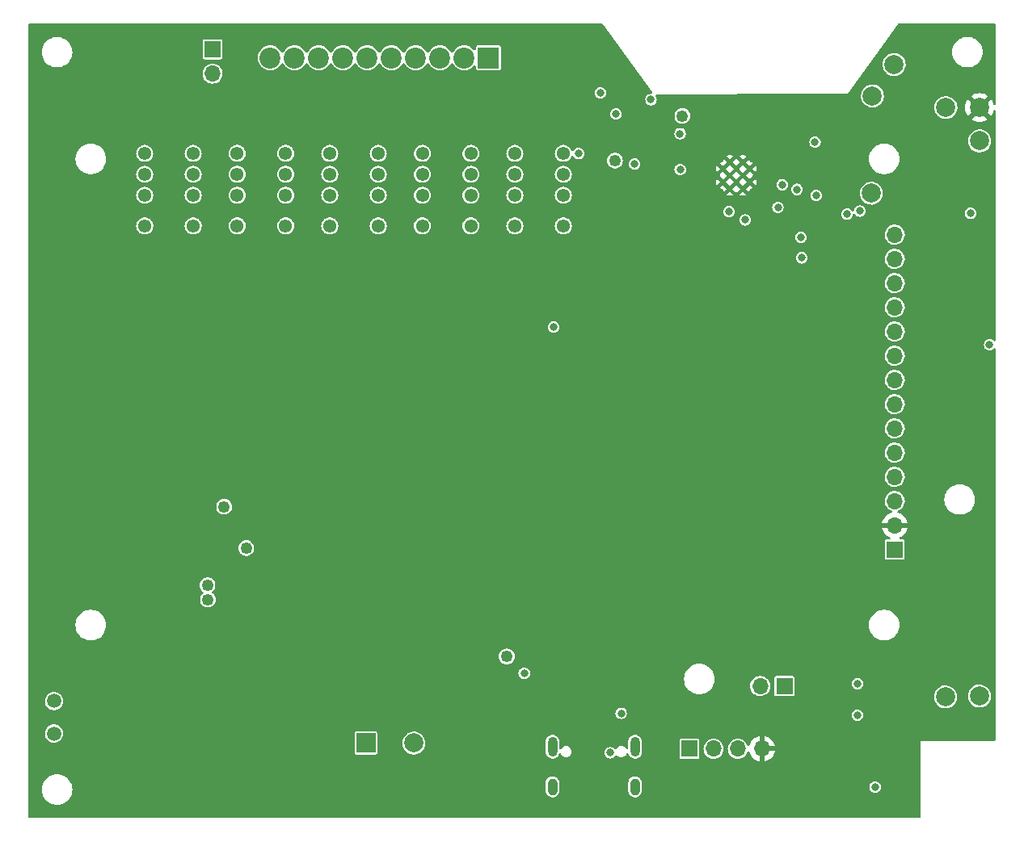
<source format=gbr>
%TF.GenerationSoftware,KiCad,Pcbnew,6.0.11+dfsg-1~bpo11+1*%
%TF.CreationDate,2024-01-26T07:42:42-05:00*%
%TF.ProjectId,Thermostat,54686572-6d6f-4737-9461-742e6b696361,V0.5.2*%
%TF.SameCoordinates,Original*%
%TF.FileFunction,Copper,L2,Inr*%
%TF.FilePolarity,Positive*%
%FSLAX46Y46*%
G04 Gerber Fmt 4.6, Leading zero omitted, Abs format (unit mm)*
G04 Created by KiCad (PCBNEW 6.0.11+dfsg-1~bpo11+1) date 2024-01-26 07:42:42*
%MOMM*%
%LPD*%
G01*
G04 APERTURE LIST*
%TA.AperFunction,ComponentPad*%
%ADD10C,1.381000*%
%TD*%
%TA.AperFunction,ComponentPad*%
%ADD11C,1.500000*%
%TD*%
%TA.AperFunction,ComponentPad*%
%ADD12C,2.000000*%
%TD*%
%TA.AperFunction,ComponentPad*%
%ADD13R,1.700000X1.700000*%
%TD*%
%TA.AperFunction,ComponentPad*%
%ADD14O,1.700000X1.700000*%
%TD*%
%TA.AperFunction,ComponentPad*%
%ADD15O,1.000000X2.100000*%
%TD*%
%TA.AperFunction,ComponentPad*%
%ADD16O,1.000000X1.800000*%
%TD*%
%TA.AperFunction,ComponentPad*%
%ADD17R,2.000000X2.000000*%
%TD*%
%TA.AperFunction,ComponentPad*%
%ADD18C,0.400000*%
%TD*%
%TA.AperFunction,ComponentPad*%
%ADD19R,2.200000X2.200000*%
%TD*%
%TA.AperFunction,ComponentPad*%
%ADD20C,2.200000*%
%TD*%
%TA.AperFunction,ViaPad*%
%ADD21C,1.250000*%
%TD*%
%TA.AperFunction,ViaPad*%
%ADD22C,0.800000*%
%TD*%
G04 APERTURE END LIST*
D10*
%TO.N,+3V3*%
%TO.C,K1*%
X128015000Y-87170000D03*
%TO.N,unconnected-(K1-Pad2)*%
X128015000Y-83970000D03*
%TO.N,RH*%
X128015000Y-81770000D03*
%TO.N,W*%
X128015000Y-79570000D03*
%TO.N,unconnected-(K1-Pad5)*%
X122935000Y-79570000D03*
%TO.N,unconnected-(K1-Pad6)*%
X122935000Y-81770000D03*
%TO.N,unconnected-(K1-Pad7)*%
X122935000Y-83970000D03*
%TO.N,Net-(D8-Pad2)*%
X122935000Y-87170000D03*
%TD*%
D11*
%TO.N,+3V3*%
%TO.C,R12*%
X113440000Y-137010000D03*
%TO.N,LIGHT_SENS*%
X113440000Y-140410000D03*
%TD*%
D12*
%TO.N,SDA*%
%TO.C,TP2*%
X210390000Y-136490000D03*
%TD*%
D13*
%TO.N,RH*%
%TO.C,J2*%
X130040000Y-68660000D03*
D14*
%TO.N,RC*%
X130040000Y-71200000D03*
%TD*%
D12*
%TO.N,+3V3*%
%TO.C,TP3*%
X206870000Y-74770000D03*
%TD*%
%TO.N,GND*%
%TO.C,TP5*%
X210390000Y-74770000D03*
%TD*%
D10*
%TO.N,+3V3*%
%TO.C,K4*%
X157110000Y-87170000D03*
%TO.N,unconnected-(K4-Pad2)*%
X157110000Y-83970000D03*
%TO.N,RH*%
X157110000Y-81770000D03*
%TO.N,G*%
X157110000Y-79570000D03*
%TO.N,unconnected-(K4-Pad5)*%
X152030000Y-79570000D03*
%TO.N,unconnected-(K4-Pad6)*%
X152030000Y-81770000D03*
%TO.N,unconnected-(K4-Pad7)*%
X152030000Y-83970000D03*
%TO.N,Net-(D11-Pad2)*%
X152030000Y-87170000D03*
%TD*%
D15*
%TO.N,unconnected-(J1-PadS1)*%
%TO.C,J1*%
X174290000Y-141800000D03*
D16*
X165650000Y-146000000D03*
D15*
X165650000Y-141800000D03*
D16*
X174290000Y-146000000D03*
%TD*%
D17*
%TO.N,+5V*%
%TO.C,BZ1*%
X146120000Y-141410000D03*
D12*
%TO.N,Net-(BZ1-Pad2)*%
X151120000Y-141410000D03*
%TD*%
D10*
%TO.N,+3V3*%
%TO.C,K5*%
X166790000Y-87170000D03*
%TO.N,unconnected-(K5-Pad2)*%
X166790000Y-83970000D03*
%TO.N,RH*%
X166790000Y-81770000D03*
%TO.N,O{slash}B*%
X166790000Y-79570000D03*
%TO.N,unconnected-(K5-Pad5)*%
X161710000Y-79570000D03*
%TO.N,unconnected-(K5-Pad6)*%
X161710000Y-81770000D03*
%TO.N,unconnected-(K5-Pad7)*%
X161710000Y-83970000D03*
%TO.N,Net-(D12-Pad2)*%
X161710000Y-87170000D03*
%TD*%
D12*
%TO.N,unconnected-(U1-Pad34)*%
%TO.C,TP4*%
X201450000Y-70260000D03*
%TD*%
%TO.N,unconnected-(U1-Pad33)*%
%TO.C,TP4*%
X199060000Y-83750000D03*
%TD*%
%TO.N,+5V*%
%TO.C,TP4*%
X210390000Y-78260000D03*
%TD*%
%TO.N,SCL*%
%TO.C,TP1*%
X206830000Y-136570000D03*
%TD*%
%TO.N,unconnected-(U1-Pad35)*%
%TO.C,TP4*%
X199170000Y-73540000D03*
%TD*%
D10*
%TO.N,+3V3*%
%TO.C,K3*%
X147400000Y-87170000D03*
%TO.N,unconnected-(K3-Pad2)*%
X147400000Y-83970000D03*
%TO.N,RH*%
X147400000Y-81770000D03*
%TO.N,E*%
X147400000Y-79570000D03*
%TO.N,unconnected-(K3-Pad5)*%
X142320000Y-79570000D03*
%TO.N,unconnected-(K3-Pad6)*%
X142320000Y-81770000D03*
%TO.N,unconnected-(K3-Pad7)*%
X142320000Y-83970000D03*
%TO.N,Net-(D10-Pad2)*%
X142320000Y-87170000D03*
%TD*%
D18*
%TO.N,GND*%
%TO.C,U1*%
X184912500Y-81180000D03*
X183512500Y-81180000D03*
X186312500Y-81180000D03*
X183512500Y-82580000D03*
X184912500Y-82580000D03*
X186312500Y-82580000D03*
X184212500Y-80480000D03*
X185612500Y-80480000D03*
X184212500Y-81880000D03*
X185612500Y-81880000D03*
X184212500Y-83280000D03*
X185612500Y-83280000D03*
%TD*%
D13*
%TO.N,UART_VCC*%
%TO.C,J6*%
X179990000Y-142010000D03*
D14*
%TO.N,RXD0*%
X182530000Y-142010000D03*
%TO.N,TXD0*%
X185070000Y-142010000D03*
%TO.N,GND*%
X187610000Y-142010000D03*
%TD*%
D13*
%TO.N,+5V*%
%TO.C,J5*%
X189960000Y-135440000D03*
D14*
%TO.N,UART_VCC*%
X187420000Y-135440000D03*
%TD*%
D10*
%TO.N,+3V3*%
%TO.C,K2*%
X137700000Y-87170000D03*
%TO.N,unconnected-(K2-Pad2)*%
X137700000Y-83970000D03*
%TO.N,RC*%
X137700000Y-81770000D03*
%TO.N,Y*%
X137700000Y-79570000D03*
%TO.N,unconnected-(K2-Pad5)*%
X132620000Y-79570000D03*
%TO.N,unconnected-(K2-Pad6)*%
X132620000Y-81770000D03*
%TO.N,unconnected-(K2-Pad7)*%
X132620000Y-83970000D03*
%TO.N,Net-(D9-Pad2)*%
X132620000Y-87170000D03*
%TD*%
D13*
%TO.N,+5V*%
%TO.C,J7*%
X201505000Y-121120000D03*
D14*
%TO.N,GND*%
X201505000Y-118580000D03*
%TO.N,TFT_CS*%
X201505000Y-116040000D03*
%TO.N,TFT_RESET*%
X201505000Y-113500000D03*
%TO.N,TFT_DC*%
X201505000Y-110960000D03*
%TO.N,TFT_MOSI*%
X201505000Y-108420000D03*
%TO.N,TFT_CLK*%
X201505000Y-105880000D03*
%TO.N,TFT_LED*%
X201505000Y-103340000D03*
%TO.N,TFT_MISO*%
X201505000Y-100800000D03*
%TO.N,TFT_CLK*%
X201505000Y-98260000D03*
%TO.N,TOUCH_CS*%
X201505000Y-95720000D03*
%TO.N,TFT_MOSI*%
X201505000Y-93180000D03*
%TO.N,TFT_MISO*%
X201505000Y-90640000D03*
%TO.N,TOUCH_IRQ*%
X201505000Y-88100000D03*
%TD*%
D19*
%TO.N,unconnected-(J3-Pad1)*%
%TO.C,J3*%
X158940000Y-69550000D03*
D20*
%TO.N,E*%
X156400000Y-69550000D03*
%TO.N,O{slash}B*%
X153860000Y-69550000D03*
%TO.N,G*%
X151320000Y-69550000D03*
%TO.N,Y*%
X148780000Y-69550000D03*
%TO.N,W*%
X146240000Y-69550000D03*
%TO.N,unconnected-(J3-Pad7)*%
X143700000Y-69550000D03*
%TO.N,RC*%
X141160000Y-69550000D03*
%TO.N,RH*%
X138620000Y-69550000D03*
%TO.N,C*%
X136080000Y-69550000D03*
%TD*%
D21*
%TO.N,GND*%
X140000000Y-105867100D03*
D22*
X119150000Y-103750000D03*
X115200000Y-107760000D03*
X210700000Y-140420000D03*
X175310000Y-134980000D03*
X115180000Y-99970000D03*
D21*
X147420000Y-127588400D03*
X163565700Y-146289400D03*
D22*
X124320000Y-101930000D03*
D21*
X124560700Y-112074400D03*
X192145300Y-147398500D03*
X119775000Y-116252000D03*
D22*
X119180000Y-99970000D03*
D21*
X117800000Y-119175900D03*
X155014000Y-95557500D03*
D22*
X120200000Y-105650000D03*
X124370000Y-105680000D03*
D21*
X136159200Y-119224100D03*
D22*
X170010000Y-132590000D03*
X117040000Y-103810000D03*
X164540000Y-136150000D03*
D21*
X131740600Y-139492700D03*
X131800000Y-141140000D03*
X174055800Y-139909300D03*
X179249200Y-74160000D03*
D22*
X121070000Y-103780000D03*
D21*
X141850000Y-105860000D03*
D22*
X118090000Y-105710000D03*
X197180000Y-140770000D03*
D21*
X164661000Y-94486500D03*
X159000000Y-132084300D03*
X131740000Y-137820000D03*
D22*
X175310000Y-133970000D03*
D21*
X121010000Y-93280000D03*
X172207300Y-78280000D03*
X156770000Y-105890000D03*
D22*
X115150000Y-103750000D03*
D21*
X155110000Y-105886100D03*
X163578100Y-139727000D03*
D22*
X123370000Y-107790000D03*
X116150000Y-101900000D03*
X162970000Y-66980000D03*
D21*
X125178500Y-93955300D03*
X208228900Y-80701100D03*
X117500000Y-140650000D03*
D22*
X164560000Y-134990000D03*
X121100000Y-100000000D03*
X117090000Y-107820000D03*
X197200000Y-142730000D03*
X122070000Y-101930000D03*
D21*
X135588400Y-95719600D03*
D22*
X117070000Y-100030000D03*
X123320000Y-103780000D03*
D21*
X117830000Y-122560000D03*
D22*
X121120000Y-107790000D03*
X122120000Y-105680000D03*
D21*
X132642400Y-103684700D03*
D22*
X119200000Y-107760000D03*
X120150000Y-101900000D03*
X118040000Y-101960000D03*
X116200000Y-105650000D03*
X123350000Y-100000000D03*
X210310000Y-127550000D03*
D21*
X193563800Y-74192400D03*
X144626300Y-93877100D03*
X126900000Y-116020200D03*
D22*
%TO.N,+3V3*%
X197590000Y-138480000D03*
D21*
X179265600Y-75655000D03*
X172191500Y-80322800D03*
X129503200Y-124868300D03*
X133560000Y-120960000D03*
D22*
X199440000Y-146040000D03*
X197600000Y-135190000D03*
D21*
X160865800Y-132330800D03*
X129560000Y-126370000D03*
X131256100Y-116621600D03*
D22*
%TO.N,SDA*%
X211448200Y-99634000D03*
%TO.N,EN*%
X174252900Y-80697100D03*
X162691000Y-134104000D03*
%TO.N,LED_HEAT*%
X184150300Y-85682300D03*
X170660000Y-73220000D03*
%TO.N,LED_COOL*%
X179017500Y-77501400D03*
X172309000Y-75433400D03*
%TO.N,TOUCH_IRQ*%
X191766800Y-90527400D03*
%TO.N,HVAC_HEAT*%
X168364500Y-79601400D03*
X179030600Y-81286600D03*
%TO.N,LED_FAN*%
X175968800Y-73938300D03*
X185816300Y-86550700D03*
%TO.N,MOTION*%
X209433400Y-85865100D03*
X191677600Y-88353400D03*
%TO.N,LD_TX*%
X197831400Y-85622100D03*
X193268500Y-83980000D03*
%TO.N,LD_RX*%
X191265100Y-83350000D03*
X196514800Y-85952500D03*
%TO.N,RXD0*%
X189714800Y-82845400D03*
%TO.N,TXD0*%
X193154000Y-78411400D03*
%TO.N,Net-(J1-PadB5)*%
X171720000Y-142433000D03*
X172848400Y-138293700D03*
%TO.N,HVAC_2STAGE*%
X189272000Y-85225400D03*
X165765100Y-97791300D03*
%TD*%
%TA.AperFunction,Conductor*%
%TO.N,GND*%
G36*
X170938511Y-65990002D02*
G01*
X170972565Y-66022269D01*
X176106314Y-73136452D01*
X176129956Y-73203396D01*
X176113652Y-73272495D01*
X176062579Y-73321811D01*
X175987695Y-73335105D01*
X175976991Y-73333696D01*
X175976988Y-73333696D01*
X175968800Y-73332618D01*
X175812038Y-73353256D01*
X175665959Y-73413764D01*
X175659408Y-73418791D01*
X175550049Y-73502705D01*
X175540518Y-73510018D01*
X175444264Y-73635459D01*
X175383756Y-73781538D01*
X175382678Y-73789726D01*
X175379032Y-73817418D01*
X175363118Y-73938300D01*
X175383756Y-74095062D01*
X175444264Y-74241141D01*
X175540518Y-74366582D01*
X175665959Y-74462836D01*
X175812038Y-74523344D01*
X175968800Y-74543982D01*
X175976988Y-74542904D01*
X176117374Y-74524422D01*
X176125562Y-74523344D01*
X176271641Y-74462836D01*
X176397082Y-74366582D01*
X176493336Y-74241141D01*
X176553844Y-74095062D01*
X176574482Y-73938300D01*
X176558568Y-73817418D01*
X176554922Y-73789726D01*
X176553844Y-73781538D01*
X176493336Y-73635459D01*
X176488309Y-73628908D01*
X176488307Y-73628904D01*
X176452214Y-73581866D01*
X176426614Y-73515646D01*
X176428092Y-73508440D01*
X197964770Y-73508440D01*
X197979200Y-73728604D01*
X197980621Y-73734200D01*
X197980622Y-73734205D01*
X198024995Y-73908920D01*
X198033511Y-73942452D01*
X198035928Y-73947694D01*
X198035928Y-73947695D01*
X198074046Y-74030379D01*
X198125883Y-74142821D01*
X198253222Y-74323002D01*
X198411264Y-74476961D01*
X198416060Y-74480166D01*
X198416063Y-74480168D01*
X198497687Y-74534707D01*
X198594717Y-74599540D01*
X198600020Y-74601818D01*
X198600023Y-74601820D01*
X198792129Y-74684355D01*
X198797436Y-74686635D01*
X198877088Y-74704658D01*
X199006995Y-74734054D01*
X199007001Y-74734055D01*
X199012632Y-74735329D01*
X199018403Y-74735556D01*
X199018405Y-74735556D01*
X199086211Y-74738220D01*
X199233098Y-74743991D01*
X199271382Y-74738440D01*
X205664770Y-74738440D01*
X205679200Y-74958604D01*
X205680621Y-74964200D01*
X205680622Y-74964205D01*
X205715262Y-75100597D01*
X205733511Y-75172452D01*
X205735928Y-75177694D01*
X205735928Y-75177695D01*
X205774046Y-75260379D01*
X205825883Y-75372821D01*
X205953222Y-75553002D01*
X206111264Y-75706961D01*
X206116060Y-75710166D01*
X206116063Y-75710168D01*
X206200261Y-75766427D01*
X206294717Y-75829540D01*
X206300020Y-75831818D01*
X206300023Y-75831820D01*
X206492129Y-75914355D01*
X206497436Y-75916635D01*
X206577088Y-75934658D01*
X206706995Y-75964054D01*
X206707001Y-75964055D01*
X206712632Y-75965329D01*
X206718403Y-75965556D01*
X206718405Y-75965556D01*
X206786211Y-75968220D01*
X206933098Y-75973991D01*
X207043827Y-75957936D01*
X207145738Y-75943160D01*
X207145743Y-75943159D01*
X207151452Y-75942331D01*
X207156916Y-75940476D01*
X207156921Y-75940475D01*
X207354907Y-75873268D01*
X207354912Y-75873266D01*
X207360379Y-75871410D01*
X207368781Y-75866705D01*
X207450376Y-75821009D01*
X207552884Y-75763602D01*
X207577906Y-75742792D01*
X207718086Y-75626204D01*
X207722518Y-75622518D01*
X207839034Y-75482424D01*
X207859908Y-75457326D01*
X207859910Y-75457323D01*
X207863602Y-75452884D01*
X207971410Y-75260379D01*
X207973266Y-75254912D01*
X207973268Y-75254907D01*
X208040475Y-75056921D01*
X208040476Y-75056916D01*
X208042331Y-75051452D01*
X208043159Y-75045743D01*
X208043160Y-75045738D01*
X208068892Y-74868263D01*
X208073991Y-74833098D01*
X208075514Y-74774930D01*
X208877725Y-74774930D01*
X208895572Y-75001699D01*
X208897115Y-75011446D01*
X208950217Y-75232627D01*
X208953266Y-75242012D01*
X209040313Y-75452163D01*
X209044795Y-75460958D01*
X209147432Y-75628445D01*
X209157890Y-75637907D01*
X209166666Y-75634124D01*
X210017978Y-74782812D01*
X210025592Y-74768868D01*
X210025461Y-74767035D01*
X210021210Y-74760420D01*
X209169710Y-73908920D01*
X209157330Y-73902160D01*
X209149680Y-73907887D01*
X209044795Y-74079042D01*
X209040313Y-74087837D01*
X208953266Y-74297988D01*
X208950217Y-74307373D01*
X208897115Y-74528554D01*
X208895572Y-74538301D01*
X208877725Y-74765070D01*
X208877725Y-74774930D01*
X208075514Y-74774930D01*
X208075643Y-74770000D01*
X208055454Y-74550289D01*
X208051060Y-74534707D01*
X208011998Y-74396204D01*
X207995565Y-74337936D01*
X207897980Y-74140053D01*
X207864384Y-74095062D01*
X207769420Y-73967891D01*
X207769420Y-73967890D01*
X207765967Y-73963267D01*
X207618469Y-73826921D01*
X207608189Y-73817418D01*
X207608186Y-73817416D01*
X207603949Y-73813499D01*
X207417350Y-73695764D01*
X207212421Y-73614006D01*
X207206761Y-73612880D01*
X207206757Y-73612879D01*
X207001691Y-73572089D01*
X207001688Y-73572089D01*
X206996024Y-73570962D01*
X206990249Y-73570886D01*
X206990245Y-73570886D01*
X206879504Y-73569437D01*
X206775406Y-73568074D01*
X206769709Y-73569053D01*
X206769708Y-73569053D01*
X206563654Y-73604459D01*
X206563653Y-73604459D01*
X206557957Y-73605438D01*
X206350957Y-73681804D01*
X206345996Y-73684756D01*
X206345995Y-73684756D01*
X206272294Y-73728604D01*
X206161341Y-73794614D01*
X205995457Y-73940090D01*
X205858863Y-74113360D01*
X205756131Y-74308620D01*
X205690703Y-74519333D01*
X205664770Y-74738440D01*
X199271382Y-74738440D01*
X199342275Y-74728161D01*
X199445738Y-74713160D01*
X199445743Y-74713159D01*
X199451452Y-74712331D01*
X199456916Y-74710476D01*
X199456921Y-74710475D01*
X199654907Y-74643268D01*
X199654912Y-74643266D01*
X199660379Y-74641410D01*
X199852884Y-74533602D01*
X199863705Y-74524603D01*
X200018086Y-74396204D01*
X200022518Y-74392518D01*
X200084256Y-74318287D01*
X200159908Y-74227326D01*
X200159910Y-74227323D01*
X200163602Y-74222884D01*
X200271410Y-74030379D01*
X200273266Y-74024912D01*
X200273268Y-74024907D01*
X200340475Y-73826921D01*
X200340476Y-73826916D01*
X200342331Y-73821452D01*
X200343159Y-73815743D01*
X200343160Y-73815738D01*
X200366711Y-73653305D01*
X200373991Y-73603098D01*
X200375643Y-73540000D01*
X200375449Y-73537890D01*
X209522093Y-73537890D01*
X209525876Y-73546666D01*
X210377188Y-74397978D01*
X210391132Y-74405592D01*
X210392965Y-74405461D01*
X210399580Y-74401210D01*
X211251080Y-73549710D01*
X211257840Y-73537330D01*
X211252113Y-73529680D01*
X211080958Y-73424795D01*
X211072163Y-73420313D01*
X210862012Y-73333266D01*
X210852627Y-73330217D01*
X210631446Y-73277115D01*
X210621699Y-73275572D01*
X210394930Y-73257725D01*
X210385070Y-73257725D01*
X210158301Y-73275572D01*
X210148554Y-73277115D01*
X209927373Y-73330217D01*
X209917988Y-73333266D01*
X209707837Y-73420313D01*
X209699042Y-73424795D01*
X209531555Y-73527432D01*
X209522093Y-73537890D01*
X200375449Y-73537890D01*
X200355454Y-73320289D01*
X200295565Y-73107936D01*
X200197980Y-72910053D01*
X200065967Y-72733267D01*
X199903949Y-72583499D01*
X199717350Y-72465764D01*
X199512421Y-72384006D01*
X199506761Y-72382880D01*
X199506757Y-72382879D01*
X199301691Y-72342089D01*
X199301688Y-72342089D01*
X199296024Y-72340962D01*
X199290249Y-72340886D01*
X199290245Y-72340886D01*
X199179504Y-72339437D01*
X199075406Y-72338074D01*
X199069709Y-72339053D01*
X199069708Y-72339053D01*
X198863654Y-72374459D01*
X198863653Y-72374459D01*
X198857957Y-72375438D01*
X198650957Y-72451804D01*
X198461341Y-72564614D01*
X198295457Y-72710090D01*
X198158863Y-72883360D01*
X198056131Y-73078620D01*
X197990703Y-73289333D01*
X197964770Y-73508440D01*
X176428092Y-73508440D01*
X176440879Y-73446097D01*
X176490481Y-73395301D01*
X176551740Y-73379164D01*
X193377567Y-73321001D01*
X193378004Y-73321000D01*
X196539886Y-73321000D01*
X196540174Y-73321068D01*
X196540458Y-73320892D01*
X196540765Y-73320765D01*
X196540878Y-73320492D01*
X196544385Y-73315617D01*
X196555053Y-73310017D01*
X196560000Y-73310000D01*
X198775633Y-70228440D01*
X200244770Y-70228440D01*
X200259200Y-70448604D01*
X200260621Y-70454200D01*
X200260622Y-70454205D01*
X200285766Y-70553206D01*
X200313511Y-70662452D01*
X200315928Y-70667694D01*
X200315928Y-70667695D01*
X200354046Y-70750379D01*
X200405883Y-70862821D01*
X200533222Y-71043002D01*
X200691264Y-71196961D01*
X200696060Y-71200166D01*
X200696063Y-71200168D01*
X200780261Y-71256427D01*
X200874717Y-71319540D01*
X200880020Y-71321818D01*
X200880023Y-71321820D01*
X201025708Y-71384411D01*
X201077436Y-71406635D01*
X201157088Y-71424658D01*
X201286995Y-71454054D01*
X201287001Y-71454055D01*
X201292632Y-71455329D01*
X201298403Y-71455556D01*
X201298405Y-71455556D01*
X201366211Y-71458220D01*
X201513098Y-71463991D01*
X201622275Y-71448161D01*
X201725738Y-71433160D01*
X201725743Y-71433159D01*
X201731452Y-71432331D01*
X201736916Y-71430476D01*
X201736921Y-71430475D01*
X201934907Y-71363268D01*
X201934912Y-71363266D01*
X201940379Y-71361410D01*
X202132884Y-71253602D01*
X202193099Y-71203522D01*
X202298086Y-71116204D01*
X202302518Y-71112518D01*
X202364256Y-71038287D01*
X202439908Y-70947326D01*
X202439910Y-70947323D01*
X202443602Y-70942884D01*
X202529202Y-70790035D01*
X202548586Y-70755422D01*
X202548587Y-70755420D01*
X202551410Y-70750379D01*
X202553266Y-70744912D01*
X202553268Y-70744907D01*
X202620475Y-70546921D01*
X202620476Y-70546916D01*
X202622331Y-70541452D01*
X202623159Y-70535743D01*
X202623160Y-70535738D01*
X202652963Y-70330185D01*
X202653991Y-70323098D01*
X202655643Y-70260000D01*
X202635454Y-70040289D01*
X202575565Y-69827936D01*
X202477980Y-69630053D01*
X202345967Y-69453267D01*
X202248586Y-69363249D01*
X202188189Y-69307418D01*
X202188186Y-69307416D01*
X202183949Y-69303499D01*
X201997350Y-69185764D01*
X201792421Y-69104006D01*
X201786761Y-69102880D01*
X201786757Y-69102879D01*
X201581691Y-69062089D01*
X201581688Y-69062089D01*
X201576024Y-69060962D01*
X201570249Y-69060886D01*
X201570245Y-69060886D01*
X201459504Y-69059437D01*
X201355406Y-69058074D01*
X201349709Y-69059053D01*
X201349708Y-69059053D01*
X201143654Y-69094459D01*
X201143653Y-69094459D01*
X201137957Y-69095438D01*
X200930957Y-69171804D01*
X200925996Y-69174756D01*
X200925995Y-69174756D01*
X200889928Y-69196214D01*
X200741341Y-69284614D01*
X200575457Y-69430090D01*
X200438863Y-69603360D01*
X200336131Y-69798620D01*
X200270703Y-70009333D01*
X200244770Y-70228440D01*
X198775633Y-70228440D01*
X199694828Y-68950000D01*
X207514551Y-68950000D01*
X207534317Y-69201148D01*
X207593127Y-69446111D01*
X207595020Y-69450682D01*
X207595021Y-69450684D01*
X207679466Y-69654552D01*
X207689534Y-69678859D01*
X207821164Y-69893659D01*
X207824376Y-69897419D01*
X207824379Y-69897424D01*
X207904460Y-69991186D01*
X207984776Y-70085224D01*
X207988538Y-70088437D01*
X208172576Y-70245621D01*
X208172581Y-70245624D01*
X208176341Y-70248836D01*
X208391141Y-70380466D01*
X208395711Y-70382359D01*
X208395715Y-70382361D01*
X208619316Y-70474979D01*
X208623889Y-70476873D01*
X208708289Y-70497135D01*
X208864039Y-70534528D01*
X208864045Y-70534529D01*
X208868852Y-70535683D01*
X208957149Y-70542632D01*
X209054661Y-70550307D01*
X209054670Y-70550307D01*
X209057118Y-70550500D01*
X209182882Y-70550500D01*
X209185330Y-70550307D01*
X209185339Y-70550307D01*
X209282851Y-70542632D01*
X209371148Y-70535683D01*
X209375955Y-70534529D01*
X209375961Y-70534528D01*
X209531711Y-70497135D01*
X209616111Y-70476873D01*
X209620684Y-70474979D01*
X209844285Y-70382361D01*
X209844289Y-70382359D01*
X209848859Y-70380466D01*
X210063659Y-70248836D01*
X210067419Y-70245624D01*
X210067424Y-70245621D01*
X210251462Y-70088437D01*
X210255224Y-70085224D01*
X210335540Y-69991186D01*
X210415621Y-69897424D01*
X210415624Y-69897419D01*
X210418836Y-69893659D01*
X210550466Y-69678859D01*
X210560535Y-69654552D01*
X210644979Y-69450684D01*
X210644980Y-69450682D01*
X210646873Y-69446111D01*
X210705683Y-69201148D01*
X210725449Y-68950000D01*
X210705683Y-68698852D01*
X210646873Y-68453889D01*
X210634569Y-68424184D01*
X210552361Y-68225715D01*
X210552359Y-68225711D01*
X210550466Y-68221141D01*
X210418836Y-68006341D01*
X210415624Y-68002581D01*
X210415621Y-68002576D01*
X210258437Y-67818538D01*
X210255224Y-67814776D01*
X210172285Y-67743939D01*
X210067424Y-67654379D01*
X210067419Y-67654376D01*
X210063659Y-67651164D01*
X209848859Y-67519534D01*
X209844289Y-67517641D01*
X209844285Y-67517639D01*
X209620684Y-67425021D01*
X209620682Y-67425020D01*
X209616111Y-67423127D01*
X209531711Y-67402865D01*
X209375961Y-67365472D01*
X209375955Y-67365471D01*
X209371148Y-67364317D01*
X209282851Y-67357368D01*
X209185339Y-67349693D01*
X209185330Y-67349693D01*
X209182882Y-67349500D01*
X209057118Y-67349500D01*
X209054670Y-67349693D01*
X209054661Y-67349693D01*
X208957149Y-67357368D01*
X208868852Y-67364317D01*
X208864045Y-67365471D01*
X208864039Y-67365472D01*
X208708289Y-67402865D01*
X208623889Y-67423127D01*
X208619318Y-67425020D01*
X208619316Y-67425021D01*
X208395715Y-67517639D01*
X208395711Y-67517641D01*
X208391141Y-67519534D01*
X208176341Y-67651164D01*
X208172581Y-67654376D01*
X208172576Y-67654379D01*
X208067715Y-67743939D01*
X207984776Y-67814776D01*
X207981563Y-67818538D01*
X207824379Y-68002576D01*
X207824376Y-68002581D01*
X207821164Y-68006341D01*
X207689534Y-68221141D01*
X207687641Y-68225711D01*
X207687639Y-68225715D01*
X207605431Y-68424184D01*
X207593127Y-68453889D01*
X207534317Y-68698852D01*
X207514551Y-68950000D01*
X199694828Y-68950000D01*
X201799733Y-66022444D01*
X201855739Y-65978813D01*
X201902034Y-65970000D01*
X211984000Y-65970000D01*
X212052121Y-65990002D01*
X212098614Y-66043658D01*
X212110000Y-66096000D01*
X212110000Y-74409989D01*
X212089998Y-74478110D01*
X212036342Y-74524603D01*
X211966068Y-74534707D01*
X211901488Y-74505213D01*
X211861481Y-74439403D01*
X211829783Y-74307373D01*
X211826734Y-74297988D01*
X211739687Y-74087837D01*
X211735205Y-74079042D01*
X211632568Y-73911555D01*
X211622110Y-73902093D01*
X211613334Y-73905876D01*
X210762022Y-74757188D01*
X210754408Y-74771132D01*
X210754539Y-74772965D01*
X210758790Y-74779580D01*
X211610290Y-75631080D01*
X211622670Y-75637840D01*
X211630320Y-75632113D01*
X211735205Y-75460958D01*
X211739687Y-75452163D01*
X211826734Y-75242012D01*
X211829783Y-75232627D01*
X211861481Y-75100597D01*
X211896833Y-75039028D01*
X211959860Y-75006345D01*
X212030551Y-75012926D01*
X212086462Y-75056680D01*
X212110000Y-75130011D01*
X212110000Y-99138860D01*
X212089998Y-99206981D01*
X212036342Y-99253474D01*
X211966068Y-99263578D01*
X211901488Y-99234084D01*
X211884037Y-99215563D01*
X211881508Y-99212267D01*
X211881505Y-99212264D01*
X211876482Y-99205718D01*
X211751041Y-99109464D01*
X211604962Y-99048956D01*
X211448200Y-99028318D01*
X211291438Y-99048956D01*
X211145359Y-99109464D01*
X211019918Y-99205718D01*
X210923664Y-99331159D01*
X210863156Y-99477238D01*
X210842518Y-99634000D01*
X210863156Y-99790762D01*
X210923664Y-99936841D01*
X211019918Y-100062282D01*
X211145359Y-100158536D01*
X211291438Y-100219044D01*
X211448200Y-100239682D01*
X211456388Y-100238604D01*
X211596774Y-100220122D01*
X211604962Y-100219044D01*
X211751041Y-100158536D01*
X211876482Y-100062282D01*
X211881505Y-100055736D01*
X211881508Y-100055733D01*
X211884037Y-100052437D01*
X211886880Y-100050361D01*
X211887350Y-100049891D01*
X211887423Y-100049964D01*
X211941375Y-100010569D01*
X212012246Y-100006347D01*
X212074149Y-100041110D01*
X212107430Y-100103823D01*
X212110000Y-100129140D01*
X212110000Y-141044000D01*
X212089998Y-141112121D01*
X212036342Y-141158614D01*
X211984000Y-141170000D01*
X204190000Y-141170000D01*
X204190000Y-149164000D01*
X204169998Y-149232121D01*
X204116342Y-149278614D01*
X204064000Y-149290000D01*
X110856000Y-149290000D01*
X110787879Y-149269998D01*
X110741386Y-149216342D01*
X110730000Y-149164000D01*
X110730000Y-146300000D01*
X112144551Y-146300000D01*
X112164317Y-146551148D01*
X112165471Y-146555955D01*
X112165472Y-146555961D01*
X112187012Y-146645682D01*
X112223127Y-146796111D01*
X112225020Y-146800682D01*
X112225021Y-146800684D01*
X112300798Y-146983625D01*
X112319534Y-147028859D01*
X112451164Y-147243659D01*
X112454376Y-147247419D01*
X112454379Y-147247424D01*
X112599256Y-147417052D01*
X112614776Y-147435224D01*
X112618538Y-147438437D01*
X112802576Y-147595621D01*
X112802581Y-147595624D01*
X112806341Y-147598836D01*
X113021141Y-147730466D01*
X113025711Y-147732359D01*
X113025715Y-147732361D01*
X113249316Y-147824979D01*
X113253889Y-147826873D01*
X113338289Y-147847135D01*
X113494039Y-147884528D01*
X113494045Y-147884529D01*
X113498852Y-147885683D01*
X113587149Y-147892632D01*
X113684661Y-147900307D01*
X113684670Y-147900307D01*
X113687118Y-147900500D01*
X113812882Y-147900500D01*
X113815330Y-147900307D01*
X113815339Y-147900307D01*
X113912851Y-147892632D01*
X114001148Y-147885683D01*
X114005955Y-147884529D01*
X114005961Y-147884528D01*
X114161711Y-147847135D01*
X114246111Y-147826873D01*
X114250684Y-147824979D01*
X114474285Y-147732361D01*
X114474289Y-147732359D01*
X114478859Y-147730466D01*
X114693659Y-147598836D01*
X114697419Y-147595624D01*
X114697424Y-147595621D01*
X114881462Y-147438437D01*
X114885224Y-147435224D01*
X114900744Y-147417052D01*
X115045621Y-147247424D01*
X115045624Y-147247419D01*
X115048836Y-147243659D01*
X115180466Y-147028859D01*
X115199203Y-146983625D01*
X115274979Y-146800684D01*
X115274980Y-146800682D01*
X115276873Y-146796111D01*
X115312988Y-146645682D01*
X115334528Y-146555961D01*
X115334529Y-146555955D01*
X115335683Y-146551148D01*
X115344233Y-146442516D01*
X164949500Y-146442516D01*
X164964724Y-146568320D01*
X165024655Y-146726923D01*
X165120688Y-146866651D01*
X165126358Y-146871703D01*
X165126359Y-146871704D01*
X165241608Y-146974388D01*
X165241612Y-146974390D01*
X165247279Y-146979440D01*
X165397119Y-147058776D01*
X165561559Y-147100081D01*
X165569157Y-147100121D01*
X165569159Y-147100121D01*
X165646332Y-147100525D01*
X165731105Y-147100969D01*
X165738492Y-147099195D01*
X165738496Y-147099195D01*
X165888583Y-147063161D01*
X165895968Y-147061388D01*
X165902712Y-147057907D01*
X165902715Y-147057906D01*
X166039883Y-146987108D01*
X166039884Y-146987108D01*
X166046631Y-146983625D01*
X166174396Y-146872169D01*
X166271887Y-146733453D01*
X166333476Y-146575487D01*
X166335580Y-146559509D01*
X166349962Y-146450261D01*
X166349962Y-146450260D01*
X166350500Y-146446174D01*
X166350500Y-146442516D01*
X173589500Y-146442516D01*
X173604724Y-146568320D01*
X173664655Y-146726923D01*
X173760688Y-146866651D01*
X173766358Y-146871703D01*
X173766359Y-146871704D01*
X173881608Y-146974388D01*
X173881612Y-146974390D01*
X173887279Y-146979440D01*
X174037119Y-147058776D01*
X174201559Y-147100081D01*
X174209157Y-147100121D01*
X174209159Y-147100121D01*
X174286332Y-147100525D01*
X174371105Y-147100969D01*
X174378492Y-147099195D01*
X174378496Y-147099195D01*
X174528583Y-147063161D01*
X174535968Y-147061388D01*
X174542712Y-147057907D01*
X174542715Y-147057906D01*
X174679883Y-146987108D01*
X174679884Y-146987108D01*
X174686631Y-146983625D01*
X174814396Y-146872169D01*
X174911887Y-146733453D01*
X174973476Y-146575487D01*
X174975580Y-146559509D01*
X174989962Y-146450261D01*
X174989962Y-146450260D01*
X174990500Y-146446174D01*
X174990500Y-146040000D01*
X198834318Y-146040000D01*
X198854956Y-146196762D01*
X198915464Y-146342841D01*
X199011718Y-146468282D01*
X199137159Y-146564536D01*
X199283238Y-146625044D01*
X199440000Y-146645682D01*
X199448188Y-146644604D01*
X199588574Y-146626122D01*
X199596762Y-146625044D01*
X199742841Y-146564536D01*
X199868282Y-146468282D01*
X199964536Y-146342841D01*
X200025044Y-146196762D01*
X200045682Y-146040000D01*
X200025044Y-145883238D01*
X199964536Y-145737159D01*
X199868282Y-145611718D01*
X199742841Y-145515464D01*
X199596762Y-145454956D01*
X199440000Y-145434318D01*
X199283238Y-145454956D01*
X199137159Y-145515464D01*
X199011718Y-145611718D01*
X198915464Y-145737159D01*
X198854956Y-145883238D01*
X198834318Y-146040000D01*
X174990500Y-146040000D01*
X174990500Y-145557484D01*
X174975276Y-145431680D01*
X174915345Y-145273077D01*
X174843497Y-145168538D01*
X174823614Y-145139608D01*
X174823613Y-145139607D01*
X174819312Y-145133349D01*
X174807514Y-145122837D01*
X174698392Y-145025612D01*
X174698388Y-145025610D01*
X174692721Y-145020560D01*
X174662161Y-145004379D01*
X174625080Y-144984746D01*
X174542881Y-144941224D01*
X174378441Y-144899919D01*
X174370843Y-144899879D01*
X174370841Y-144899879D01*
X174293668Y-144899475D01*
X174208895Y-144899031D01*
X174201508Y-144900805D01*
X174201504Y-144900805D01*
X174058162Y-144935220D01*
X174044032Y-144938612D01*
X174037288Y-144942093D01*
X174037285Y-144942094D01*
X173916611Y-145004379D01*
X173893369Y-145016375D01*
X173765604Y-145127831D01*
X173668113Y-145266547D01*
X173606524Y-145424513D01*
X173605532Y-145432046D01*
X173605532Y-145432047D01*
X173590038Y-145549739D01*
X173589500Y-145553826D01*
X173589500Y-146442516D01*
X166350500Y-146442516D01*
X166350500Y-145557484D01*
X166335276Y-145431680D01*
X166275345Y-145273077D01*
X166203497Y-145168538D01*
X166183614Y-145139608D01*
X166183613Y-145139607D01*
X166179312Y-145133349D01*
X166167514Y-145122837D01*
X166058392Y-145025612D01*
X166058388Y-145025610D01*
X166052721Y-145020560D01*
X166022161Y-145004379D01*
X165985080Y-144984746D01*
X165902881Y-144941224D01*
X165738441Y-144899919D01*
X165730843Y-144899879D01*
X165730841Y-144899879D01*
X165653668Y-144899475D01*
X165568895Y-144899031D01*
X165561508Y-144900805D01*
X165561504Y-144900805D01*
X165418162Y-144935220D01*
X165404032Y-144938612D01*
X165397288Y-144942093D01*
X165397285Y-144942094D01*
X165276611Y-145004379D01*
X165253369Y-145016375D01*
X165125604Y-145127831D01*
X165028113Y-145266547D01*
X164966524Y-145424513D01*
X164965532Y-145432046D01*
X164965532Y-145432047D01*
X164950038Y-145549739D01*
X164949500Y-145553826D01*
X164949500Y-146442516D01*
X115344233Y-146442516D01*
X115355449Y-146300000D01*
X115335683Y-146048852D01*
X115331593Y-146031812D01*
X115278028Y-145808701D01*
X115276873Y-145803889D01*
X115199985Y-145618264D01*
X115182361Y-145575715D01*
X115182359Y-145575711D01*
X115180466Y-145571141D01*
X115048836Y-145356341D01*
X115045624Y-145352581D01*
X115045621Y-145352576D01*
X114888437Y-145168538D01*
X114885224Y-145164776D01*
X114848428Y-145133349D01*
X114697424Y-145004379D01*
X114697419Y-145004376D01*
X114693659Y-145001164D01*
X114478859Y-144869534D01*
X114474289Y-144867641D01*
X114474285Y-144867639D01*
X114250684Y-144775021D01*
X114250682Y-144775020D01*
X114246111Y-144773127D01*
X114161711Y-144752865D01*
X114005961Y-144715472D01*
X114005955Y-144715471D01*
X114001148Y-144714317D01*
X113912851Y-144707368D01*
X113815339Y-144699693D01*
X113815330Y-144699693D01*
X113812882Y-144699500D01*
X113687118Y-144699500D01*
X113684670Y-144699693D01*
X113684661Y-144699693D01*
X113587149Y-144707368D01*
X113498852Y-144714317D01*
X113494045Y-144715471D01*
X113494039Y-144715472D01*
X113338289Y-144752865D01*
X113253889Y-144773127D01*
X113249318Y-144775020D01*
X113249316Y-144775021D01*
X113025715Y-144867639D01*
X113025711Y-144867641D01*
X113021141Y-144869534D01*
X112806341Y-145001164D01*
X112802581Y-145004376D01*
X112802576Y-145004379D01*
X112651572Y-145133349D01*
X112614776Y-145164776D01*
X112611563Y-145168538D01*
X112454379Y-145352576D01*
X112454376Y-145352581D01*
X112451164Y-145356341D01*
X112319534Y-145571141D01*
X112317641Y-145575711D01*
X112317639Y-145575715D01*
X112300015Y-145618264D01*
X112223127Y-145803889D01*
X112221972Y-145808701D01*
X112168408Y-146031812D01*
X112164317Y-146048852D01*
X112144551Y-146300000D01*
X110730000Y-146300000D01*
X110730000Y-142429748D01*
X144919500Y-142429748D01*
X144920707Y-142435816D01*
X144927869Y-142471820D01*
X144931133Y-142488231D01*
X144975448Y-142554552D01*
X145041769Y-142598867D01*
X145053938Y-142601288D01*
X145053939Y-142601288D01*
X145094184Y-142609293D01*
X145100252Y-142610500D01*
X147139748Y-142610500D01*
X147145816Y-142609293D01*
X147186061Y-142601288D01*
X147186062Y-142601288D01*
X147198231Y-142598867D01*
X147264552Y-142554552D01*
X147308867Y-142488231D01*
X147312132Y-142471820D01*
X147319293Y-142435816D01*
X147320500Y-142429748D01*
X147320500Y-141378440D01*
X149914770Y-141378440D01*
X149929200Y-141598604D01*
X149930621Y-141604200D01*
X149930622Y-141604205D01*
X149980112Y-141799068D01*
X149983511Y-141812452D01*
X149985928Y-141817694D01*
X149985928Y-141817695D01*
X150024046Y-141900379D01*
X150075883Y-142012821D01*
X150203222Y-142193002D01*
X150361264Y-142346961D01*
X150366060Y-142350166D01*
X150366063Y-142350168D01*
X150485164Y-142429748D01*
X150544717Y-142469540D01*
X150550020Y-142471818D01*
X150550023Y-142471820D01*
X150724223Y-142546662D01*
X150747436Y-142556635D01*
X150827088Y-142574658D01*
X150956995Y-142604054D01*
X150957001Y-142604055D01*
X150962632Y-142605329D01*
X150968403Y-142605556D01*
X150968405Y-142605556D01*
X151036211Y-142608220D01*
X151183098Y-142613991D01*
X151297586Y-142597391D01*
X151395738Y-142583160D01*
X151395743Y-142583159D01*
X151401452Y-142582331D01*
X151406916Y-142580476D01*
X151406921Y-142580475D01*
X151604907Y-142513268D01*
X151604912Y-142513266D01*
X151610379Y-142511410D01*
X151618840Y-142506672D01*
X151739062Y-142439344D01*
X151802884Y-142403602D01*
X151808916Y-142398586D01*
X151816214Y-142392516D01*
X164949500Y-142392516D01*
X164964724Y-142518320D01*
X165024655Y-142676923D01*
X165028956Y-142683181D01*
X165116384Y-142810388D01*
X165120688Y-142816651D01*
X165126358Y-142821703D01*
X165126359Y-142821704D01*
X165241608Y-142924388D01*
X165241612Y-142924390D01*
X165247279Y-142929440D01*
X165397119Y-143008776D01*
X165561559Y-143050081D01*
X165569157Y-143050121D01*
X165569159Y-143050121D01*
X165646332Y-143050525D01*
X165731105Y-143050969D01*
X165738492Y-143049195D01*
X165738496Y-143049195D01*
X165888583Y-143013161D01*
X165895968Y-143011388D01*
X165902712Y-143007907D01*
X165902715Y-143007906D01*
X166039883Y-142937108D01*
X166039884Y-142937108D01*
X166046631Y-142933625D01*
X166090952Y-142894962D01*
X166168671Y-142827163D01*
X166174396Y-142822169D01*
X166243460Y-142723901D01*
X166267518Y-142689670D01*
X166267519Y-142689668D01*
X166271887Y-142683453D01*
X166320824Y-142557937D01*
X166364205Y-142501735D01*
X166431084Y-142477909D01*
X166500228Y-142494023D01*
X166549684Y-142544960D01*
X166554624Y-142555483D01*
X166577302Y-142610233D01*
X166669549Y-142730451D01*
X166789767Y-142822698D01*
X166929764Y-142880687D01*
X166937952Y-142881765D01*
X166992642Y-142888965D01*
X167042280Y-142895500D01*
X167117720Y-142895500D01*
X167167359Y-142888965D01*
X167222048Y-142881765D01*
X167230236Y-142880687D01*
X167370233Y-142822698D01*
X167490451Y-142730451D01*
X167582698Y-142610233D01*
X167640687Y-142470236D01*
X167645219Y-142435816D01*
X167645590Y-142433000D01*
X171114318Y-142433000D01*
X171134956Y-142589762D01*
X171195464Y-142735841D01*
X171291718Y-142861282D01*
X171417159Y-142957536D01*
X171563238Y-143018044D01*
X171720000Y-143038682D01*
X171728188Y-143037604D01*
X171868574Y-143019122D01*
X171876762Y-143018044D01*
X172022841Y-142957536D01*
X172148282Y-142861282D01*
X172177889Y-142822698D01*
X172244536Y-142735841D01*
X172245636Y-142736685D01*
X172290715Y-142693696D01*
X172360428Y-142680255D01*
X172426340Y-142706637D01*
X172438152Y-142718590D01*
X172438682Y-142718060D01*
X172444523Y-142723901D01*
X172449549Y-142730451D01*
X172569767Y-142822698D01*
X172709764Y-142880687D01*
X172717952Y-142881765D01*
X172772642Y-142888965D01*
X172822280Y-142895500D01*
X172897720Y-142895500D01*
X172947359Y-142888965D01*
X173002048Y-142881765D01*
X173010236Y-142880687D01*
X173150233Y-142822698D01*
X173270451Y-142730451D01*
X173362698Y-142610233D01*
X173385641Y-142554844D01*
X173430190Y-142499563D01*
X173497553Y-142477142D01*
X173566344Y-142494700D01*
X173614722Y-142546662D01*
X173619915Y-142558521D01*
X173664655Y-142676923D01*
X173668956Y-142683181D01*
X173756384Y-142810388D01*
X173760688Y-142816651D01*
X173766358Y-142821703D01*
X173766359Y-142821704D01*
X173881608Y-142924388D01*
X173881612Y-142924390D01*
X173887279Y-142929440D01*
X174037119Y-143008776D01*
X174201559Y-143050081D01*
X174209157Y-143050121D01*
X174209159Y-143050121D01*
X174286332Y-143050525D01*
X174371105Y-143050969D01*
X174378492Y-143049195D01*
X174378496Y-143049195D01*
X174528583Y-143013161D01*
X174535968Y-143011388D01*
X174542712Y-143007907D01*
X174542715Y-143007906D01*
X174679883Y-142937108D01*
X174679884Y-142937108D01*
X174686631Y-142933625D01*
X174730952Y-142894962D01*
X174748392Y-142879748D01*
X178939500Y-142879748D01*
X178940707Y-142885816D01*
X178944331Y-142904033D01*
X178951133Y-142938231D01*
X178995448Y-143004552D01*
X179061769Y-143048867D01*
X179073938Y-143051288D01*
X179073939Y-143051288D01*
X179114184Y-143059293D01*
X179120252Y-143060500D01*
X180859748Y-143060500D01*
X180865816Y-143059293D01*
X180906061Y-143051288D01*
X180906062Y-143051288D01*
X180918231Y-143048867D01*
X180984552Y-143004552D01*
X181028867Y-142938231D01*
X181035670Y-142904033D01*
X181039293Y-142885816D01*
X181040500Y-142879748D01*
X181040500Y-141995262D01*
X181474520Y-141995262D01*
X181476053Y-142013522D01*
X181489174Y-142169764D01*
X181491759Y-142200553D01*
X181493458Y-142206478D01*
X181539395Y-142366678D01*
X181548544Y-142398586D01*
X181551359Y-142404063D01*
X181551360Y-142404066D01*
X181639897Y-142576341D01*
X181642712Y-142581818D01*
X181770677Y-142743270D01*
X181775370Y-142747264D01*
X181775371Y-142747265D01*
X181856900Y-142816651D01*
X181927564Y-142876791D01*
X181932942Y-142879797D01*
X181932944Y-142879798D01*
X181963387Y-142896812D01*
X182107398Y-142977297D01*
X182191280Y-143004552D01*
X182297471Y-143039056D01*
X182297475Y-143039057D01*
X182303329Y-143040959D01*
X182507894Y-143065351D01*
X182514029Y-143064879D01*
X182514031Y-143064879D01*
X182586625Y-143059293D01*
X182713300Y-143049546D01*
X182719230Y-143047890D01*
X182719232Y-143047890D01*
X182905797Y-142995800D01*
X182905796Y-142995800D01*
X182911725Y-142994145D01*
X182917214Y-142991372D01*
X182917220Y-142991370D01*
X183090116Y-142904033D01*
X183095610Y-142901258D01*
X183111345Y-142888965D01*
X183253101Y-142778213D01*
X183257951Y-142774424D01*
X183315992Y-142707183D01*
X183388540Y-142623134D01*
X183388540Y-142623133D01*
X183392564Y-142618472D01*
X183397245Y-142610233D01*
X183449667Y-142517953D01*
X183494323Y-142439344D01*
X183559351Y-142243863D01*
X183585171Y-142039474D01*
X183585583Y-142010000D01*
X183584138Y-141995262D01*
X184014520Y-141995262D01*
X184016053Y-142013522D01*
X184029174Y-142169764D01*
X184031759Y-142200553D01*
X184033458Y-142206478D01*
X184079395Y-142366678D01*
X184088544Y-142398586D01*
X184091359Y-142404063D01*
X184091360Y-142404066D01*
X184179897Y-142576341D01*
X184182712Y-142581818D01*
X184310677Y-142743270D01*
X184315370Y-142747264D01*
X184315371Y-142747265D01*
X184396900Y-142816651D01*
X184467564Y-142876791D01*
X184472942Y-142879797D01*
X184472944Y-142879798D01*
X184503387Y-142896812D01*
X184647398Y-142977297D01*
X184731280Y-143004552D01*
X184837471Y-143039056D01*
X184837475Y-143039057D01*
X184843329Y-143040959D01*
X185047894Y-143065351D01*
X185054029Y-143064879D01*
X185054031Y-143064879D01*
X185126625Y-143059293D01*
X185253300Y-143049546D01*
X185259230Y-143047890D01*
X185259232Y-143047890D01*
X185445797Y-142995800D01*
X185445796Y-142995800D01*
X185451725Y-142994145D01*
X185457214Y-142991372D01*
X185457220Y-142991370D01*
X185630116Y-142904033D01*
X185635610Y-142901258D01*
X185651345Y-142888965D01*
X185793101Y-142778213D01*
X185797951Y-142774424D01*
X185855992Y-142707183D01*
X185928540Y-142623134D01*
X185928540Y-142623133D01*
X185932564Y-142618472D01*
X185937245Y-142610233D01*
X185989667Y-142517953D01*
X186034323Y-142439344D01*
X186045273Y-142406427D01*
X186058496Y-142366678D01*
X186098978Y-142308354D01*
X186164566Y-142281175D01*
X186234437Y-142293770D01*
X186286406Y-142342141D01*
X186300971Y-142378751D01*
X186308564Y-142412444D01*
X186311645Y-142422275D01*
X186391770Y-142619603D01*
X186396413Y-142628794D01*
X186507694Y-142810388D01*
X186513777Y-142818699D01*
X186653213Y-142979667D01*
X186660580Y-142986883D01*
X186824434Y-143122916D01*
X186832881Y-143128831D01*
X187016756Y-143236279D01*
X187026042Y-143240729D01*
X187225001Y-143316703D01*
X187234899Y-143319579D01*
X187338250Y-143340606D01*
X187352299Y-143339410D01*
X187356000Y-143329065D01*
X187356000Y-143328517D01*
X187864000Y-143328517D01*
X187868064Y-143342359D01*
X187881478Y-143344393D01*
X187888184Y-143343534D01*
X187898262Y-143341392D01*
X188102255Y-143280191D01*
X188111842Y-143276433D01*
X188303095Y-143182739D01*
X188311945Y-143177464D01*
X188485328Y-143053792D01*
X188493200Y-143047139D01*
X188644052Y-142896812D01*
X188650730Y-142888965D01*
X188775003Y-142716020D01*
X188780313Y-142707183D01*
X188874670Y-142516267D01*
X188878469Y-142506672D01*
X188940377Y-142302910D01*
X188942555Y-142292837D01*
X188943986Y-142281962D01*
X188941775Y-142267778D01*
X188928617Y-142264000D01*
X187882115Y-142264000D01*
X187866876Y-142268475D01*
X187865671Y-142269865D01*
X187864000Y-142277548D01*
X187864000Y-143328517D01*
X187356000Y-143328517D01*
X187356000Y-141737885D01*
X187864000Y-141737885D01*
X187868475Y-141753124D01*
X187869865Y-141754329D01*
X187877548Y-141756000D01*
X188928344Y-141756000D01*
X188941875Y-141752027D01*
X188943180Y-141742947D01*
X188901214Y-141575875D01*
X188897894Y-141566124D01*
X188812972Y-141370814D01*
X188808105Y-141361739D01*
X188692426Y-141182926D01*
X188686136Y-141174757D01*
X188542806Y-141017240D01*
X188535273Y-141010215D01*
X188368139Y-140878222D01*
X188359552Y-140872517D01*
X188173117Y-140769599D01*
X188163705Y-140765369D01*
X187962959Y-140694280D01*
X187952988Y-140691646D01*
X187881837Y-140678972D01*
X187868540Y-140680432D01*
X187864000Y-140694989D01*
X187864000Y-141737885D01*
X187356000Y-141737885D01*
X187356000Y-140693102D01*
X187352082Y-140679758D01*
X187337806Y-140677771D01*
X187299324Y-140683660D01*
X187289288Y-140686051D01*
X187086868Y-140752212D01*
X187077359Y-140756209D01*
X186888463Y-140854542D01*
X186879738Y-140860036D01*
X186709433Y-140987905D01*
X186701726Y-140994748D01*
X186554590Y-141148717D01*
X186548104Y-141156727D01*
X186428098Y-141332649D01*
X186423000Y-141341623D01*
X186333338Y-141534783D01*
X186329775Y-141544470D01*
X186301012Y-141648185D01*
X186263533Y-141708483D01*
X186199405Y-141738946D01*
X186128986Y-141729903D01*
X186074636Y-141684224D01*
X186058973Y-141650933D01*
X186058143Y-141648185D01*
X186045935Y-141607749D01*
X185949218Y-141425849D01*
X185873206Y-141332649D01*
X185822906Y-141270975D01*
X185822903Y-141270972D01*
X185819011Y-141266200D01*
X185758834Y-141216417D01*
X185665025Y-141138811D01*
X185665021Y-141138809D01*
X185660275Y-141134882D01*
X185479055Y-141036897D01*
X185282254Y-140975977D01*
X185276129Y-140975333D01*
X185276128Y-140975333D01*
X185083498Y-140955087D01*
X185083496Y-140955087D01*
X185077369Y-140954443D01*
X184990529Y-140962346D01*
X184878342Y-140972555D01*
X184878339Y-140972556D01*
X184872203Y-140973114D01*
X184674572Y-141031280D01*
X184492002Y-141126726D01*
X184487201Y-141130586D01*
X184487198Y-141130588D01*
X184380448Y-141216417D01*
X184331447Y-141255815D01*
X184199024Y-141413630D01*
X184196056Y-141419028D01*
X184196053Y-141419033D01*
X184189315Y-141431290D01*
X184099776Y-141594162D01*
X184037484Y-141790532D01*
X184036798Y-141796649D01*
X184036797Y-141796653D01*
X184025163Y-141900379D01*
X184014520Y-141995262D01*
X183584138Y-141995262D01*
X183565480Y-141804970D01*
X183505935Y-141607749D01*
X183409218Y-141425849D01*
X183333206Y-141332649D01*
X183282906Y-141270975D01*
X183282903Y-141270972D01*
X183279011Y-141266200D01*
X183218834Y-141216417D01*
X183125025Y-141138811D01*
X183125021Y-141138809D01*
X183120275Y-141134882D01*
X182939055Y-141036897D01*
X182742254Y-140975977D01*
X182736129Y-140975333D01*
X182736128Y-140975333D01*
X182543498Y-140955087D01*
X182543496Y-140955087D01*
X182537369Y-140954443D01*
X182450529Y-140962346D01*
X182338342Y-140972555D01*
X182338339Y-140972556D01*
X182332203Y-140973114D01*
X182134572Y-141031280D01*
X181952002Y-141126726D01*
X181947201Y-141130586D01*
X181947198Y-141130588D01*
X181840448Y-141216417D01*
X181791447Y-141255815D01*
X181659024Y-141413630D01*
X181656056Y-141419028D01*
X181656053Y-141419033D01*
X181649315Y-141431290D01*
X181559776Y-141594162D01*
X181497484Y-141790532D01*
X181496798Y-141796649D01*
X181496797Y-141796653D01*
X181485163Y-141900379D01*
X181474520Y-141995262D01*
X181040500Y-141995262D01*
X181040500Y-141140252D01*
X181037241Y-141123869D01*
X181031288Y-141093939D01*
X181031288Y-141093938D01*
X181028867Y-141081769D01*
X180984552Y-141015448D01*
X180918231Y-140971133D01*
X180906062Y-140968712D01*
X180906061Y-140968712D01*
X180865816Y-140960707D01*
X180859748Y-140959500D01*
X179120252Y-140959500D01*
X179114184Y-140960707D01*
X179073939Y-140968712D01*
X179073938Y-140968712D01*
X179061769Y-140971133D01*
X178995448Y-141015448D01*
X178951133Y-141081769D01*
X178948712Y-141093938D01*
X178948712Y-141093939D01*
X178942759Y-141123869D01*
X178939500Y-141140252D01*
X178939500Y-142879748D01*
X174748392Y-142879748D01*
X174808671Y-142827163D01*
X174814396Y-142822169D01*
X174883460Y-142723901D01*
X174907518Y-142689670D01*
X174907519Y-142689668D01*
X174911887Y-142683453D01*
X174973476Y-142525487D01*
X174979746Y-142477865D01*
X174989962Y-142400261D01*
X174989962Y-142400260D01*
X174990500Y-142396174D01*
X174990500Y-141207484D01*
X174975276Y-141081680D01*
X174915345Y-140923077D01*
X174819312Y-140783349D01*
X174813119Y-140777831D01*
X174698392Y-140675612D01*
X174698388Y-140675610D01*
X174692721Y-140670560D01*
X174542881Y-140591224D01*
X174378441Y-140549919D01*
X174370843Y-140549879D01*
X174370841Y-140549879D01*
X174293668Y-140549475D01*
X174208895Y-140549031D01*
X174201508Y-140550805D01*
X174201504Y-140550805D01*
X174058162Y-140585220D01*
X174044032Y-140588612D01*
X174037288Y-140592093D01*
X174037285Y-140592094D01*
X173900117Y-140662892D01*
X173893369Y-140666375D01*
X173887647Y-140671367D01*
X173887645Y-140671368D01*
X173870814Y-140686051D01*
X173765604Y-140777831D01*
X173668113Y-140916547D01*
X173606524Y-141074513D01*
X173605532Y-141082046D01*
X173605532Y-141082047D01*
X173595452Y-141158614D01*
X173589500Y-141203826D01*
X173589500Y-141954518D01*
X173569498Y-142022639D01*
X173515842Y-142069132D01*
X173445568Y-142079236D01*
X173380988Y-142049742D01*
X173363798Y-142028923D01*
X173362698Y-142029767D01*
X173275477Y-141916099D01*
X173270451Y-141909549D01*
X173150233Y-141817302D01*
X173010236Y-141759313D01*
X173002048Y-141758235D01*
X172901807Y-141745038D01*
X172901806Y-141745038D01*
X172897720Y-141744500D01*
X172822280Y-141744500D01*
X172818194Y-141745038D01*
X172818193Y-141745038D01*
X172717952Y-141758235D01*
X172709764Y-141759313D01*
X172569767Y-141817302D01*
X172449549Y-141909549D01*
X172366687Y-142017537D01*
X172362365Y-142023169D01*
X172305027Y-142065036D01*
X172234156Y-142069258D01*
X172172253Y-142034494D01*
X172162441Y-142023169D01*
X172153309Y-142011268D01*
X172153305Y-142011264D01*
X172148282Y-142004718D01*
X172022841Y-141908464D01*
X171876762Y-141847956D01*
X171720000Y-141827318D01*
X171563238Y-141847956D01*
X171417159Y-141908464D01*
X171291718Y-142004718D01*
X171195464Y-142130159D01*
X171134956Y-142276238D01*
X171114318Y-142433000D01*
X167645590Y-142433000D01*
X167656494Y-142350168D01*
X167660466Y-142320000D01*
X167640687Y-142169764D01*
X167582698Y-142029767D01*
X167490451Y-141909549D01*
X167370233Y-141817302D01*
X167230236Y-141759313D01*
X167222048Y-141758235D01*
X167121807Y-141745038D01*
X167121806Y-141745038D01*
X167117720Y-141744500D01*
X167042280Y-141744500D01*
X167038194Y-141745038D01*
X167038193Y-141745038D01*
X166937952Y-141758235D01*
X166929764Y-141759313D01*
X166789767Y-141817302D01*
X166669549Y-141909549D01*
X166577302Y-142029767D01*
X166574792Y-142027841D01*
X166534239Y-142066510D01*
X166464526Y-142079948D01*
X166398614Y-142053562D01*
X166357431Y-141995731D01*
X166350500Y-141954518D01*
X166350500Y-141207484D01*
X166335276Y-141081680D01*
X166275345Y-140923077D01*
X166179312Y-140783349D01*
X166173119Y-140777831D01*
X166058392Y-140675612D01*
X166058388Y-140675610D01*
X166052721Y-140670560D01*
X165902881Y-140591224D01*
X165738441Y-140549919D01*
X165730843Y-140549879D01*
X165730841Y-140549879D01*
X165653668Y-140549475D01*
X165568895Y-140549031D01*
X165561508Y-140550805D01*
X165561504Y-140550805D01*
X165418162Y-140585220D01*
X165404032Y-140588612D01*
X165397288Y-140592093D01*
X165397285Y-140592094D01*
X165260117Y-140662892D01*
X165253369Y-140666375D01*
X165247647Y-140671367D01*
X165247645Y-140671368D01*
X165230814Y-140686051D01*
X165125604Y-140777831D01*
X165028113Y-140916547D01*
X164966524Y-141074513D01*
X164965532Y-141082046D01*
X164965532Y-141082047D01*
X164955452Y-141158614D01*
X164949500Y-141203826D01*
X164949500Y-142392516D01*
X151816214Y-142392516D01*
X151950086Y-142281175D01*
X151972518Y-142262518D01*
X152113602Y-142092884D01*
X152191091Y-141954518D01*
X152218586Y-141905422D01*
X152218587Y-141905420D01*
X152221410Y-141900379D01*
X152223266Y-141894912D01*
X152223268Y-141894907D01*
X152290475Y-141696921D01*
X152290476Y-141696916D01*
X152292331Y-141691452D01*
X152293159Y-141685743D01*
X152293160Y-141685738D01*
X152323458Y-141476772D01*
X152323991Y-141473098D01*
X152325643Y-141410000D01*
X152305454Y-141190289D01*
X152303378Y-141182926D01*
X152263020Y-141039827D01*
X152245565Y-140977936D01*
X152147980Y-140780053D01*
X152084460Y-140694989D01*
X152019420Y-140607891D01*
X152019420Y-140607890D01*
X152015967Y-140603267D01*
X151853949Y-140453499D01*
X151667350Y-140335764D01*
X151462421Y-140254006D01*
X151456761Y-140252880D01*
X151456757Y-140252879D01*
X151251691Y-140212089D01*
X151251688Y-140212089D01*
X151246024Y-140210962D01*
X151240249Y-140210886D01*
X151240245Y-140210886D01*
X151129504Y-140209437D01*
X151025406Y-140208074D01*
X151019709Y-140209053D01*
X151019708Y-140209053D01*
X150813654Y-140244459D01*
X150813653Y-140244459D01*
X150807957Y-140245438D01*
X150600957Y-140321804D01*
X150595996Y-140324756D01*
X150595995Y-140324756D01*
X150485423Y-140390540D01*
X150411341Y-140434614D01*
X150245457Y-140580090D01*
X150108863Y-140753360D01*
X150006131Y-140948620D01*
X149940703Y-141159333D01*
X149914770Y-141378440D01*
X147320500Y-141378440D01*
X147320500Y-140390252D01*
X147308867Y-140331769D01*
X147264552Y-140265448D01*
X147198231Y-140221133D01*
X147186062Y-140218712D01*
X147186061Y-140218712D01*
X147145816Y-140210707D01*
X147139748Y-140209500D01*
X145100252Y-140209500D01*
X145094184Y-140210707D01*
X145053939Y-140218712D01*
X145053938Y-140218712D01*
X145041769Y-140221133D01*
X144975448Y-140265448D01*
X144931133Y-140331769D01*
X144919500Y-140390252D01*
X144919500Y-142429748D01*
X110730000Y-142429748D01*
X110730000Y-140396665D01*
X112484994Y-140396665D01*
X112485510Y-140402809D01*
X112497938Y-140550805D01*
X112500592Y-140582414D01*
X112502291Y-140588339D01*
X112549610Y-140753360D01*
X112551971Y-140761595D01*
X112554790Y-140767080D01*
X112608978Y-140872517D01*
X112637176Y-140927385D01*
X112752959Y-141073468D01*
X112894912Y-141194279D01*
X112900290Y-141197285D01*
X112900292Y-141197286D01*
X112919370Y-141207948D01*
X113057627Y-141285217D01*
X113234907Y-141342819D01*
X113419998Y-141364890D01*
X113426133Y-141364418D01*
X113426135Y-141364418D01*
X113599710Y-141351062D01*
X113599715Y-141351061D01*
X113605851Y-141350589D01*
X113611781Y-141348933D01*
X113611783Y-141348933D01*
X113779459Y-141302117D01*
X113779458Y-141302117D01*
X113785387Y-141300462D01*
X113951768Y-141216417D01*
X113976255Y-141197286D01*
X114093794Y-141105454D01*
X114093795Y-141105453D01*
X114098655Y-141101656D01*
X114220454Y-140960550D01*
X114223558Y-140955087D01*
X114309479Y-140803837D01*
X114312526Y-140798474D01*
X114371364Y-140621601D01*
X114394727Y-140436668D01*
X114395099Y-140410000D01*
X114376909Y-140224487D01*
X114375128Y-140218588D01*
X114375127Y-140218583D01*
X114324814Y-140051939D01*
X114323033Y-140046040D01*
X114235522Y-139881456D01*
X114231632Y-139876686D01*
X114231629Y-139876682D01*
X114121605Y-139741780D01*
X114121602Y-139741777D01*
X114117710Y-139737005D01*
X114112056Y-139732327D01*
X113978834Y-139622116D01*
X113974085Y-139618187D01*
X113810116Y-139529529D01*
X113721082Y-139501969D01*
X113637936Y-139476231D01*
X113637933Y-139476230D01*
X113632049Y-139474409D01*
X113625924Y-139473765D01*
X113625923Y-139473765D01*
X113452796Y-139455568D01*
X113452795Y-139455568D01*
X113446668Y-139454924D01*
X113368549Y-139462033D01*
X113267171Y-139471259D01*
X113267168Y-139471260D01*
X113261032Y-139471818D01*
X113255122Y-139473557D01*
X113255119Y-139473558D01*
X113088129Y-139522707D01*
X113082214Y-139524448D01*
X112917023Y-139610807D01*
X112771752Y-139727608D01*
X112651935Y-139870401D01*
X112648971Y-139875793D01*
X112648968Y-139875797D01*
X112574256Y-140011699D01*
X112562135Y-140033746D01*
X112505772Y-140211424D01*
X112484994Y-140396665D01*
X110730000Y-140396665D01*
X110730000Y-138293700D01*
X172242718Y-138293700D01*
X172263356Y-138450462D01*
X172323864Y-138596541D01*
X172420118Y-138721982D01*
X172545559Y-138818236D01*
X172691638Y-138878744D01*
X172848400Y-138899382D01*
X172856588Y-138898304D01*
X172996974Y-138879822D01*
X173005162Y-138878744D01*
X173151241Y-138818236D01*
X173276682Y-138721982D01*
X173372936Y-138596541D01*
X173421209Y-138480000D01*
X196984318Y-138480000D01*
X197004956Y-138636762D01*
X197065464Y-138782841D01*
X197161718Y-138908282D01*
X197287159Y-139004536D01*
X197433238Y-139065044D01*
X197590000Y-139085682D01*
X197598188Y-139084604D01*
X197738574Y-139066122D01*
X197746762Y-139065044D01*
X197892841Y-139004536D01*
X198018282Y-138908282D01*
X198114536Y-138782841D01*
X198175044Y-138636762D01*
X198195682Y-138480000D01*
X198175044Y-138323238D01*
X198114536Y-138177159D01*
X198018282Y-138051718D01*
X197892841Y-137955464D01*
X197746762Y-137894956D01*
X197590000Y-137874318D01*
X197433238Y-137894956D01*
X197287159Y-137955464D01*
X197161718Y-138051718D01*
X197065464Y-138177159D01*
X197004956Y-138323238D01*
X196984318Y-138480000D01*
X173421209Y-138480000D01*
X173433444Y-138450462D01*
X173454082Y-138293700D01*
X173433444Y-138136938D01*
X173372936Y-137990859D01*
X173276682Y-137865418D01*
X173151241Y-137769164D01*
X173005162Y-137708656D01*
X172951992Y-137701656D01*
X172856588Y-137689096D01*
X172848400Y-137688018D01*
X172840212Y-137689096D01*
X172744809Y-137701656D01*
X172691638Y-137708656D01*
X172545559Y-137769164D01*
X172420118Y-137865418D01*
X172323864Y-137990859D01*
X172263356Y-138136938D01*
X172242718Y-138293700D01*
X110730000Y-138293700D01*
X110730000Y-136996665D01*
X112484994Y-136996665D01*
X112485510Y-137002809D01*
X112493465Y-137097537D01*
X112500592Y-137182414D01*
X112502291Y-137188339D01*
X112547558Y-137346204D01*
X112551971Y-137361595D01*
X112554790Y-137367080D01*
X112628328Y-137510168D01*
X112637176Y-137527385D01*
X112752959Y-137673468D01*
X112757652Y-137677462D01*
X112757653Y-137677463D01*
X112766896Y-137685329D01*
X112894912Y-137794279D01*
X113057627Y-137885217D01*
X113234907Y-137942819D01*
X113419998Y-137964890D01*
X113426133Y-137964418D01*
X113426135Y-137964418D01*
X113599710Y-137951062D01*
X113599715Y-137951061D01*
X113605851Y-137950589D01*
X113611781Y-137948933D01*
X113611783Y-137948933D01*
X113779459Y-137902117D01*
X113779458Y-137902117D01*
X113785387Y-137900462D01*
X113951768Y-137816417D01*
X113976255Y-137797286D01*
X114093794Y-137705454D01*
X114093795Y-137705453D01*
X114098655Y-137701656D01*
X114220454Y-137560550D01*
X114225414Y-137551820D01*
X114262562Y-137486427D01*
X114312526Y-137398474D01*
X114371364Y-137221601D01*
X114378189Y-137167576D01*
X114394285Y-137040170D01*
X114394286Y-137040163D01*
X114394727Y-137036668D01*
X114395099Y-137010000D01*
X114376909Y-136824487D01*
X114375128Y-136818588D01*
X114375127Y-136818583D01*
X114324814Y-136651939D01*
X114323033Y-136646040D01*
X114265821Y-136538440D01*
X205624770Y-136538440D01*
X205639200Y-136758604D01*
X205640621Y-136764200D01*
X205640622Y-136764205D01*
X205671772Y-136886857D01*
X205693511Y-136972452D01*
X205695928Y-136977694D01*
X205695928Y-136977695D01*
X205734046Y-137060379D01*
X205785883Y-137172821D01*
X205913222Y-137353002D01*
X206071264Y-137506961D01*
X206076060Y-137510166D01*
X206076063Y-137510168D01*
X206158443Y-137565212D01*
X206254717Y-137629540D01*
X206260020Y-137631818D01*
X206260023Y-137631820D01*
X206436355Y-137707578D01*
X206457436Y-137716635D01*
X206537088Y-137734658D01*
X206666995Y-137764054D01*
X206667001Y-137764055D01*
X206672632Y-137765329D01*
X206678403Y-137765556D01*
X206678405Y-137765556D01*
X206746211Y-137768220D01*
X206893098Y-137773991D01*
X207002275Y-137758161D01*
X207105738Y-137743160D01*
X207105743Y-137743159D01*
X207111452Y-137742331D01*
X207116916Y-137740476D01*
X207116921Y-137740475D01*
X207314907Y-137673268D01*
X207314912Y-137673266D01*
X207320379Y-137671410D01*
X207335111Y-137663160D01*
X207400875Y-137626330D01*
X207512884Y-137563602D01*
X207527051Y-137551820D01*
X207678086Y-137426204D01*
X207682518Y-137422518D01*
X207728626Y-137367080D01*
X207819908Y-137257326D01*
X207819910Y-137257323D01*
X207823602Y-137252884D01*
X207931410Y-137060379D01*
X207933266Y-137054912D01*
X207933268Y-137054907D01*
X208000475Y-136856921D01*
X208000476Y-136856916D01*
X208002331Y-136851452D01*
X208003159Y-136845743D01*
X208003160Y-136845738D01*
X208032114Y-136646040D01*
X208033991Y-136633098D01*
X208035643Y-136570000D01*
X208025392Y-136458440D01*
X209184770Y-136458440D01*
X209199200Y-136678604D01*
X209200621Y-136684200D01*
X209200622Y-136684205D01*
X209232932Y-136811424D01*
X209253511Y-136892452D01*
X209255928Y-136897694D01*
X209255928Y-136897695D01*
X209292809Y-136977695D01*
X209345883Y-137092821D01*
X209473222Y-137273002D01*
X209631264Y-137426961D01*
X209636060Y-137430166D01*
X209636063Y-137430168D01*
X209720261Y-137486427D01*
X209814717Y-137549540D01*
X209820020Y-137551818D01*
X209820023Y-137551820D01*
X209993450Y-137626330D01*
X210017436Y-137636635D01*
X210097088Y-137654658D01*
X210226995Y-137684054D01*
X210227001Y-137684055D01*
X210232632Y-137685329D01*
X210238403Y-137685556D01*
X210238405Y-137685556D01*
X210306211Y-137688220D01*
X210453098Y-137693991D01*
X210567089Y-137677463D01*
X210665738Y-137663160D01*
X210665743Y-137663159D01*
X210671452Y-137662331D01*
X210676916Y-137660476D01*
X210676921Y-137660475D01*
X210874907Y-137593268D01*
X210874912Y-137593266D01*
X210880379Y-137591410D01*
X210924990Y-137566427D01*
X210960875Y-137546330D01*
X211072884Y-137483602D01*
X211168791Y-137403837D01*
X211219581Y-137361595D01*
X211242518Y-137342518D01*
X211338217Y-137227453D01*
X211379908Y-137177326D01*
X211379910Y-137177323D01*
X211383602Y-137172884D01*
X211472859Y-137013505D01*
X211488586Y-136985422D01*
X211488587Y-136985420D01*
X211491410Y-136980379D01*
X211493266Y-136974912D01*
X211493268Y-136974907D01*
X211560475Y-136776921D01*
X211560476Y-136776916D01*
X211562331Y-136771452D01*
X211563159Y-136765743D01*
X211563160Y-136765738D01*
X211593458Y-136556772D01*
X211593991Y-136553098D01*
X211595643Y-136490000D01*
X211575454Y-136270289D01*
X211562676Y-136224979D01*
X211535242Y-136127707D01*
X211515565Y-136057936D01*
X211417980Y-135860053D01*
X211401839Y-135838437D01*
X211289420Y-135687891D01*
X211289420Y-135687890D01*
X211285967Y-135683267D01*
X211123949Y-135533499D01*
X210937350Y-135415764D01*
X210732421Y-135334006D01*
X210726761Y-135332880D01*
X210726757Y-135332879D01*
X210521691Y-135292089D01*
X210521688Y-135292089D01*
X210516024Y-135290962D01*
X210510249Y-135290886D01*
X210510245Y-135290886D01*
X210399504Y-135289437D01*
X210295406Y-135288074D01*
X210289709Y-135289053D01*
X210289708Y-135289053D01*
X210083654Y-135324459D01*
X210083653Y-135324459D01*
X210077957Y-135325438D01*
X209870957Y-135401804D01*
X209865996Y-135404756D01*
X209865995Y-135404756D01*
X209731528Y-135484756D01*
X209681341Y-135514614D01*
X209515457Y-135660090D01*
X209378863Y-135833360D01*
X209276131Y-136028620D01*
X209210703Y-136239333D01*
X209184770Y-136458440D01*
X208025392Y-136458440D01*
X208015454Y-136350289D01*
X208010870Y-136334033D01*
X207980973Y-136228028D01*
X207955565Y-136137936D01*
X207857980Y-135940053D01*
X207725967Y-135763267D01*
X207574557Y-135623305D01*
X207568189Y-135617418D01*
X207568186Y-135617416D01*
X207563949Y-135613499D01*
X207377350Y-135495764D01*
X207172421Y-135414006D01*
X207166761Y-135412880D01*
X207166757Y-135412879D01*
X206961691Y-135372089D01*
X206961688Y-135372089D01*
X206956024Y-135370962D01*
X206950249Y-135370886D01*
X206950245Y-135370886D01*
X206839504Y-135369437D01*
X206735406Y-135368074D01*
X206729709Y-135369053D01*
X206729708Y-135369053D01*
X206523654Y-135404459D01*
X206523653Y-135404459D01*
X206517957Y-135405438D01*
X206310957Y-135481804D01*
X206305996Y-135484756D01*
X206305995Y-135484756D01*
X206217479Y-135537418D01*
X206121341Y-135594614D01*
X205955457Y-135740090D01*
X205818863Y-135913360D01*
X205716131Y-136108620D01*
X205650703Y-136319333D01*
X205624770Y-136538440D01*
X114265821Y-136538440D01*
X114242910Y-136495351D01*
X114238416Y-136486898D01*
X114238414Y-136486895D01*
X114235522Y-136481456D01*
X114231632Y-136476686D01*
X114231629Y-136476682D01*
X114121605Y-136341780D01*
X114121602Y-136341777D01*
X114117710Y-136337005D01*
X114112056Y-136332327D01*
X114030339Y-136264725D01*
X113974085Y-136218187D01*
X113810116Y-136129529D01*
X113721082Y-136101969D01*
X113637936Y-136076231D01*
X113637933Y-136076230D01*
X113632049Y-136074409D01*
X113625924Y-136073765D01*
X113625923Y-136073765D01*
X113452796Y-136055568D01*
X113452795Y-136055568D01*
X113446668Y-136054924D01*
X113368549Y-136062033D01*
X113267171Y-136071259D01*
X113267168Y-136071260D01*
X113261032Y-136071818D01*
X113255122Y-136073557D01*
X113255119Y-136073558D01*
X113088129Y-136122707D01*
X113082214Y-136124448D01*
X112917023Y-136210807D01*
X112771752Y-136327608D01*
X112651935Y-136470401D01*
X112648971Y-136475793D01*
X112648968Y-136475797D01*
X112617683Y-136532705D01*
X112562135Y-136633746D01*
X112560274Y-136639613D01*
X112560273Y-136639615D01*
X112518452Y-136771452D01*
X112505772Y-136811424D01*
X112484994Y-136996665D01*
X110730000Y-136996665D01*
X110730000Y-134104000D01*
X162085318Y-134104000D01*
X162105956Y-134260762D01*
X162166464Y-134406841D01*
X162262718Y-134532282D01*
X162388159Y-134628536D01*
X162469682Y-134662304D01*
X162526443Y-134685815D01*
X162534238Y-134689044D01*
X162542426Y-134690122D01*
X162612619Y-134699363D01*
X162691000Y-134709682D01*
X162699188Y-134708604D01*
X162764542Y-134700000D01*
X179434551Y-134700000D01*
X179454317Y-134951148D01*
X179455471Y-134955955D01*
X179455472Y-134955961D01*
X179476524Y-135043649D01*
X179513127Y-135196111D01*
X179515020Y-135200682D01*
X179515021Y-135200684D01*
X179603382Y-135414006D01*
X179609534Y-135428859D01*
X179741164Y-135643659D01*
X179744376Y-135647419D01*
X179744379Y-135647424D01*
X179853377Y-135775044D01*
X179904776Y-135835224D01*
X179908538Y-135838437D01*
X180092576Y-135995621D01*
X180092581Y-135995624D01*
X180096341Y-135998836D01*
X180218276Y-136073558D01*
X180298480Y-136122707D01*
X180311141Y-136130466D01*
X180315711Y-136132359D01*
X180315715Y-136132361D01*
X180539316Y-136224979D01*
X180543889Y-136226873D01*
X180628289Y-136247135D01*
X180784039Y-136284528D01*
X180784045Y-136284529D01*
X180788852Y-136285683D01*
X180877149Y-136292632D01*
X180974661Y-136300307D01*
X180974670Y-136300307D01*
X180977118Y-136300500D01*
X181102882Y-136300500D01*
X181105330Y-136300307D01*
X181105339Y-136300307D01*
X181202851Y-136292632D01*
X181291148Y-136285683D01*
X181295955Y-136284529D01*
X181295961Y-136284528D01*
X181451711Y-136247135D01*
X181536111Y-136226873D01*
X181540684Y-136224979D01*
X181764285Y-136132361D01*
X181764289Y-136132359D01*
X181768859Y-136130466D01*
X181781521Y-136122707D01*
X181861724Y-136073558D01*
X181983659Y-135998836D01*
X181987419Y-135995624D01*
X181987424Y-135995621D01*
X182171462Y-135838437D01*
X182175224Y-135835224D01*
X182226623Y-135775044D01*
X182335621Y-135647424D01*
X182335624Y-135647419D01*
X182338836Y-135643659D01*
X182470466Y-135428859D01*
X182471956Y-135425262D01*
X186364520Y-135425262D01*
X186365036Y-135431406D01*
X186380729Y-135618282D01*
X186381759Y-135630553D01*
X186383458Y-135636478D01*
X186414471Y-135744632D01*
X186438544Y-135828586D01*
X186441359Y-135834063D01*
X186441360Y-135834066D01*
X186524388Y-135995621D01*
X186532712Y-136011818D01*
X186660677Y-136173270D01*
X186665370Y-136177264D01*
X186665371Y-136177265D01*
X186781439Y-136276046D01*
X186817564Y-136306791D01*
X186822942Y-136309797D01*
X186822944Y-136309798D01*
X186861342Y-136331258D01*
X186997398Y-136407297D01*
X187081280Y-136434552D01*
X187187471Y-136469056D01*
X187187475Y-136469057D01*
X187193329Y-136470959D01*
X187397894Y-136495351D01*
X187404029Y-136494879D01*
X187404031Y-136494879D01*
X187476625Y-136489293D01*
X187603300Y-136479546D01*
X187609230Y-136477890D01*
X187609232Y-136477890D01*
X187795797Y-136425800D01*
X187795796Y-136425800D01*
X187801725Y-136424145D01*
X187807214Y-136421372D01*
X187807220Y-136421370D01*
X187980116Y-136334033D01*
X187985610Y-136331258D01*
X187993531Y-136325070D01*
X188013142Y-136309748D01*
X188909500Y-136309748D01*
X188910707Y-136315816D01*
X188915872Y-136341780D01*
X188921133Y-136368231D01*
X188965448Y-136434552D01*
X189031769Y-136478867D01*
X189043938Y-136481288D01*
X189043939Y-136481288D01*
X189084184Y-136489293D01*
X189090252Y-136490500D01*
X190829748Y-136490500D01*
X190835816Y-136489293D01*
X190876061Y-136481288D01*
X190876062Y-136481288D01*
X190888231Y-136478867D01*
X190954552Y-136434552D01*
X190998867Y-136368231D01*
X191004129Y-136341780D01*
X191009293Y-136315816D01*
X191010500Y-136309748D01*
X191010500Y-135190000D01*
X196994318Y-135190000D01*
X196995396Y-135198188D01*
X197007359Y-135289053D01*
X197014956Y-135346762D01*
X197075464Y-135492841D01*
X197171718Y-135618282D01*
X197297159Y-135714536D01*
X197443238Y-135775044D01*
X197600000Y-135795682D01*
X197608188Y-135794604D01*
X197748574Y-135776122D01*
X197756762Y-135775044D01*
X197902841Y-135714536D01*
X198028282Y-135618282D01*
X198124536Y-135492841D01*
X198185044Y-135346762D01*
X198192642Y-135289053D01*
X198204604Y-135198188D01*
X198205682Y-135190000D01*
X198185044Y-135033238D01*
X198124536Y-134887159D01*
X198028282Y-134761718D01*
X197902841Y-134665464D01*
X197756762Y-134604956D01*
X197600000Y-134584318D01*
X197443238Y-134604956D01*
X197297159Y-134665464D01*
X197171718Y-134761718D01*
X197075464Y-134887159D01*
X197014956Y-135033238D01*
X196994318Y-135190000D01*
X191010500Y-135190000D01*
X191010500Y-134570252D01*
X191007241Y-134553869D01*
X191001288Y-134523939D01*
X191001288Y-134523938D01*
X190998867Y-134511769D01*
X190954552Y-134445448D01*
X190888231Y-134401133D01*
X190876062Y-134398712D01*
X190876061Y-134398712D01*
X190835816Y-134390707D01*
X190829748Y-134389500D01*
X189090252Y-134389500D01*
X189084184Y-134390707D01*
X189043939Y-134398712D01*
X189043938Y-134398712D01*
X189031769Y-134401133D01*
X188965448Y-134445448D01*
X188921133Y-134511769D01*
X188918712Y-134523938D01*
X188918712Y-134523939D01*
X188912759Y-134553869D01*
X188909500Y-134570252D01*
X188909500Y-136309748D01*
X188013142Y-136309748D01*
X188119217Y-136226873D01*
X188147951Y-136204424D01*
X188205342Y-136137936D01*
X188278540Y-136053134D01*
X188278540Y-136053133D01*
X188282564Y-136048472D01*
X188303387Y-136011818D01*
X188341211Y-135945234D01*
X188384323Y-135869344D01*
X188449351Y-135673863D01*
X188475171Y-135469474D01*
X188475583Y-135440000D01*
X188455480Y-135234970D01*
X188395935Y-135037749D01*
X188299218Y-134855849D01*
X188180007Y-134709682D01*
X188172906Y-134700975D01*
X188172903Y-134700972D01*
X188169011Y-134696200D01*
X188151786Y-134681950D01*
X188015025Y-134568811D01*
X188015021Y-134568809D01*
X188010275Y-134564882D01*
X187829055Y-134466897D01*
X187632254Y-134405977D01*
X187626129Y-134405333D01*
X187626128Y-134405333D01*
X187433498Y-134385087D01*
X187433496Y-134385087D01*
X187427369Y-134384443D01*
X187340529Y-134392346D01*
X187228342Y-134402555D01*
X187228339Y-134402556D01*
X187222203Y-134403114D01*
X187024572Y-134461280D01*
X186842002Y-134556726D01*
X186837201Y-134560586D01*
X186837198Y-134560588D01*
X186700506Y-134670491D01*
X186681447Y-134685815D01*
X186549024Y-134843630D01*
X186546056Y-134849028D01*
X186546053Y-134849033D01*
X186452743Y-135018765D01*
X186449776Y-135024162D01*
X186387484Y-135220532D01*
X186386798Y-135226649D01*
X186386797Y-135226653D01*
X186365240Y-135418845D01*
X186364520Y-135425262D01*
X182471956Y-135425262D01*
X182476619Y-135414006D01*
X182564979Y-135200684D01*
X182564980Y-135200682D01*
X182566873Y-135196111D01*
X182603476Y-135043649D01*
X182624528Y-134955961D01*
X182624529Y-134955955D01*
X182625683Y-134951148D01*
X182645449Y-134700000D01*
X182625683Y-134448852D01*
X182623212Y-134438557D01*
X182568028Y-134208701D01*
X182566873Y-134203889D01*
X182564979Y-134199316D01*
X182472361Y-133975715D01*
X182472359Y-133975711D01*
X182470466Y-133971141D01*
X182338836Y-133756341D01*
X182335624Y-133752581D01*
X182335621Y-133752576D01*
X182178437Y-133568538D01*
X182175224Y-133564776D01*
X182097412Y-133498318D01*
X181987424Y-133404379D01*
X181987419Y-133404376D01*
X181983659Y-133401164D01*
X181768859Y-133269534D01*
X181764289Y-133267641D01*
X181764285Y-133267639D01*
X181540684Y-133175021D01*
X181540682Y-133175020D01*
X181536111Y-133173127D01*
X181451711Y-133152865D01*
X181295961Y-133115472D01*
X181295955Y-133115471D01*
X181291148Y-133114317D01*
X181202851Y-133107368D01*
X181105339Y-133099693D01*
X181105330Y-133099693D01*
X181102882Y-133099500D01*
X180977118Y-133099500D01*
X180974670Y-133099693D01*
X180974661Y-133099693D01*
X180877149Y-133107368D01*
X180788852Y-133114317D01*
X180784045Y-133115471D01*
X180784039Y-133115472D01*
X180628289Y-133152865D01*
X180543889Y-133173127D01*
X180539318Y-133175020D01*
X180539316Y-133175021D01*
X180315715Y-133267639D01*
X180315711Y-133267641D01*
X180311141Y-133269534D01*
X180096341Y-133401164D01*
X180092581Y-133404376D01*
X180092576Y-133404379D01*
X179982588Y-133498318D01*
X179904776Y-133564776D01*
X179901563Y-133568538D01*
X179744379Y-133752576D01*
X179744376Y-133752581D01*
X179741164Y-133756341D01*
X179609534Y-133971141D01*
X179607641Y-133975711D01*
X179607639Y-133975715D01*
X179515021Y-134199316D01*
X179513127Y-134203889D01*
X179511972Y-134208701D01*
X179456789Y-134438557D01*
X179454317Y-134448852D01*
X179434551Y-134700000D01*
X162764542Y-134700000D01*
X162839574Y-134690122D01*
X162847762Y-134689044D01*
X162855558Y-134685815D01*
X162912318Y-134662304D01*
X162993841Y-134628536D01*
X163119282Y-134532282D01*
X163215536Y-134406841D01*
X163276044Y-134260762D01*
X163296682Y-134104000D01*
X163276044Y-133947238D01*
X163215536Y-133801159D01*
X163119282Y-133675718D01*
X162993841Y-133579464D01*
X162847762Y-133518956D01*
X162691000Y-133498318D01*
X162534238Y-133518956D01*
X162388159Y-133579464D01*
X162262718Y-133675718D01*
X162166464Y-133801159D01*
X162105956Y-133947238D01*
X162085318Y-134104000D01*
X110730000Y-134104000D01*
X110730000Y-132330800D01*
X160035753Y-132330800D01*
X160053892Y-132503376D01*
X160107514Y-132668411D01*
X160194278Y-132818689D01*
X160310390Y-132947645D01*
X160450776Y-133049642D01*
X160456804Y-133052326D01*
X160456806Y-133052327D01*
X160596038Y-133114317D01*
X160609301Y-133120222D01*
X160694169Y-133138261D01*
X160772579Y-133154928D01*
X160772583Y-133154928D01*
X160779036Y-133156300D01*
X160952564Y-133156300D01*
X160959017Y-133154928D01*
X160959021Y-133154928D01*
X161037431Y-133138261D01*
X161122299Y-133120222D01*
X161135562Y-133114317D01*
X161274794Y-133052327D01*
X161274796Y-133052326D01*
X161280824Y-133049642D01*
X161421210Y-132947645D01*
X161537322Y-132818689D01*
X161624086Y-132668411D01*
X161677708Y-132503376D01*
X161695847Y-132330800D01*
X161677708Y-132158224D01*
X161624086Y-131993189D01*
X161537322Y-131842911D01*
X161421210Y-131713955D01*
X161280824Y-131611958D01*
X161274796Y-131609274D01*
X161274794Y-131609273D01*
X161128330Y-131544063D01*
X161128329Y-131544063D01*
X161122299Y-131541378D01*
X161037431Y-131523339D01*
X160959021Y-131506672D01*
X160959017Y-131506672D01*
X160952564Y-131505300D01*
X160779036Y-131505300D01*
X160772583Y-131506672D01*
X160772579Y-131506672D01*
X160694169Y-131523339D01*
X160609301Y-131541378D01*
X160603272Y-131544062D01*
X160603270Y-131544063D01*
X160456807Y-131609273D01*
X160456805Y-131609274D01*
X160450777Y-131611958D01*
X160310390Y-131713955D01*
X160194278Y-131842911D01*
X160107514Y-131993189D01*
X160053892Y-132158224D01*
X160035753Y-132330800D01*
X110730000Y-132330800D01*
X110730000Y-129040000D01*
X115684551Y-129040000D01*
X115704317Y-129291148D01*
X115763127Y-129536111D01*
X115859534Y-129768859D01*
X115991164Y-129983659D01*
X115994376Y-129987419D01*
X115994379Y-129987424D01*
X116139256Y-130157052D01*
X116154776Y-130175224D01*
X116158538Y-130178437D01*
X116342576Y-130335621D01*
X116342581Y-130335624D01*
X116346341Y-130338836D01*
X116561141Y-130470466D01*
X116565711Y-130472359D01*
X116565715Y-130472361D01*
X116789316Y-130564979D01*
X116793889Y-130566873D01*
X116878289Y-130587135D01*
X117034039Y-130624528D01*
X117034045Y-130624529D01*
X117038852Y-130625683D01*
X117127149Y-130632632D01*
X117224661Y-130640307D01*
X117224670Y-130640307D01*
X117227118Y-130640500D01*
X117352882Y-130640500D01*
X117355330Y-130640307D01*
X117355339Y-130640307D01*
X117452851Y-130632632D01*
X117541148Y-130625683D01*
X117545955Y-130624529D01*
X117545961Y-130624528D01*
X117701711Y-130587135D01*
X117786111Y-130566873D01*
X117790684Y-130564979D01*
X118014285Y-130472361D01*
X118014289Y-130472359D01*
X118018859Y-130470466D01*
X118233659Y-130338836D01*
X118237419Y-130335624D01*
X118237424Y-130335621D01*
X118421462Y-130178437D01*
X118425224Y-130175224D01*
X118440744Y-130157052D01*
X118585621Y-129987424D01*
X118585624Y-129987419D01*
X118588836Y-129983659D01*
X118720466Y-129768859D01*
X118816873Y-129536111D01*
X118875683Y-129291148D01*
X118895449Y-129040000D01*
X198794551Y-129040000D01*
X198814317Y-129291148D01*
X198873127Y-129536111D01*
X198969534Y-129768859D01*
X199101164Y-129983659D01*
X199104376Y-129987419D01*
X199104379Y-129987424D01*
X199249256Y-130157052D01*
X199264776Y-130175224D01*
X199268538Y-130178437D01*
X199452576Y-130335621D01*
X199452581Y-130335624D01*
X199456341Y-130338836D01*
X199671141Y-130470466D01*
X199675711Y-130472359D01*
X199675715Y-130472361D01*
X199899316Y-130564979D01*
X199903889Y-130566873D01*
X199988289Y-130587135D01*
X200144039Y-130624528D01*
X200144045Y-130624529D01*
X200148852Y-130625683D01*
X200237149Y-130632632D01*
X200334661Y-130640307D01*
X200334670Y-130640307D01*
X200337118Y-130640500D01*
X200462882Y-130640500D01*
X200465330Y-130640307D01*
X200465339Y-130640307D01*
X200562851Y-130632632D01*
X200651148Y-130625683D01*
X200655955Y-130624529D01*
X200655961Y-130624528D01*
X200811711Y-130587135D01*
X200896111Y-130566873D01*
X200900684Y-130564979D01*
X201124285Y-130472361D01*
X201124289Y-130472359D01*
X201128859Y-130470466D01*
X201343659Y-130338836D01*
X201347419Y-130335624D01*
X201347424Y-130335621D01*
X201531462Y-130178437D01*
X201535224Y-130175224D01*
X201550744Y-130157052D01*
X201695621Y-129987424D01*
X201695624Y-129987419D01*
X201698836Y-129983659D01*
X201830466Y-129768859D01*
X201926873Y-129536111D01*
X201985683Y-129291148D01*
X202005449Y-129040000D01*
X201985683Y-128788852D01*
X201926873Y-128543889D01*
X201830466Y-128311141D01*
X201698836Y-128096341D01*
X201695624Y-128092581D01*
X201695621Y-128092576D01*
X201538437Y-127908538D01*
X201535224Y-127904776D01*
X201517052Y-127889256D01*
X201347424Y-127744379D01*
X201347419Y-127744376D01*
X201343659Y-127741164D01*
X201128859Y-127609534D01*
X201124289Y-127607641D01*
X201124285Y-127607639D01*
X200900684Y-127515021D01*
X200900682Y-127515020D01*
X200896111Y-127513127D01*
X200811711Y-127492865D01*
X200655961Y-127455472D01*
X200655955Y-127455471D01*
X200651148Y-127454317D01*
X200562851Y-127447368D01*
X200465339Y-127439693D01*
X200465330Y-127439693D01*
X200462882Y-127439500D01*
X200337118Y-127439500D01*
X200334670Y-127439693D01*
X200334661Y-127439693D01*
X200237149Y-127447368D01*
X200148852Y-127454317D01*
X200144045Y-127455471D01*
X200144039Y-127455472D01*
X199988289Y-127492865D01*
X199903889Y-127513127D01*
X199899318Y-127515020D01*
X199899316Y-127515021D01*
X199675715Y-127607639D01*
X199675711Y-127607641D01*
X199671141Y-127609534D01*
X199456341Y-127741164D01*
X199452581Y-127744376D01*
X199452576Y-127744379D01*
X199282948Y-127889256D01*
X199264776Y-127904776D01*
X199261563Y-127908538D01*
X199104379Y-128092576D01*
X199104376Y-128092581D01*
X199101164Y-128096341D01*
X198969534Y-128311141D01*
X198873127Y-128543889D01*
X198814317Y-128788852D01*
X198794551Y-129040000D01*
X118895449Y-129040000D01*
X118875683Y-128788852D01*
X118816873Y-128543889D01*
X118720466Y-128311141D01*
X118588836Y-128096341D01*
X118585624Y-128092581D01*
X118585621Y-128092576D01*
X118428437Y-127908538D01*
X118425224Y-127904776D01*
X118407052Y-127889256D01*
X118237424Y-127744379D01*
X118237419Y-127744376D01*
X118233659Y-127741164D01*
X118018859Y-127609534D01*
X118014289Y-127607641D01*
X118014285Y-127607639D01*
X117790684Y-127515021D01*
X117790682Y-127515020D01*
X117786111Y-127513127D01*
X117701711Y-127492865D01*
X117545961Y-127455472D01*
X117545955Y-127455471D01*
X117541148Y-127454317D01*
X117452851Y-127447368D01*
X117355339Y-127439693D01*
X117355330Y-127439693D01*
X117352882Y-127439500D01*
X117227118Y-127439500D01*
X117224670Y-127439693D01*
X117224661Y-127439693D01*
X117127149Y-127447368D01*
X117038852Y-127454317D01*
X117034045Y-127455471D01*
X117034039Y-127455472D01*
X116878289Y-127492865D01*
X116793889Y-127513127D01*
X116789318Y-127515020D01*
X116789316Y-127515021D01*
X116565715Y-127607639D01*
X116565711Y-127607641D01*
X116561141Y-127609534D01*
X116346341Y-127741164D01*
X116342581Y-127744376D01*
X116342576Y-127744379D01*
X116172948Y-127889256D01*
X116154776Y-127904776D01*
X116151563Y-127908538D01*
X115994379Y-128092576D01*
X115994376Y-128092581D01*
X115991164Y-128096341D01*
X115859534Y-128311141D01*
X115763127Y-128543889D01*
X115704317Y-128788852D01*
X115684551Y-129040000D01*
X110730000Y-129040000D01*
X110730000Y-124868300D01*
X128673153Y-124868300D01*
X128691292Y-125040876D01*
X128744914Y-125205911D01*
X128831678Y-125356189D01*
X128947790Y-125485145D01*
X128963529Y-125496580D01*
X129020329Y-125537848D01*
X129063683Y-125594071D01*
X129069758Y-125664807D01*
X129036626Y-125727598D01*
X129020329Y-125741720D01*
X129004590Y-125753155D01*
X128888478Y-125882111D01*
X128801714Y-126032389D01*
X128748092Y-126197424D01*
X128729953Y-126370000D01*
X128748092Y-126542576D01*
X128801714Y-126707611D01*
X128888478Y-126857889D01*
X129004590Y-126986845D01*
X129144976Y-127088842D01*
X129151004Y-127091526D01*
X129151006Y-127091527D01*
X129297470Y-127156737D01*
X129303501Y-127159422D01*
X129388368Y-127177461D01*
X129466779Y-127194128D01*
X129466783Y-127194128D01*
X129473236Y-127195500D01*
X129646764Y-127195500D01*
X129653217Y-127194128D01*
X129653221Y-127194128D01*
X129731632Y-127177461D01*
X129816499Y-127159422D01*
X129822530Y-127156737D01*
X129968994Y-127091527D01*
X129968996Y-127091526D01*
X129975024Y-127088842D01*
X130115410Y-126986845D01*
X130231522Y-126857889D01*
X130318286Y-126707611D01*
X130371908Y-126542576D01*
X130390047Y-126370000D01*
X130371908Y-126197424D01*
X130318286Y-126032389D01*
X130231522Y-125882111D01*
X130115410Y-125753155D01*
X130042871Y-125700452D01*
X129999517Y-125644229D01*
X129993442Y-125573493D01*
X130026574Y-125510702D01*
X130042871Y-125496580D01*
X130053266Y-125489028D01*
X130053268Y-125489026D01*
X130058610Y-125485145D01*
X130174722Y-125356189D01*
X130261486Y-125205911D01*
X130315108Y-125040876D01*
X130333247Y-124868300D01*
X130315108Y-124695724D01*
X130261486Y-124530689D01*
X130174722Y-124380411D01*
X130058610Y-124251455D01*
X129918224Y-124149458D01*
X129912196Y-124146774D01*
X129912194Y-124146773D01*
X129765730Y-124081563D01*
X129765729Y-124081563D01*
X129759699Y-124078878D01*
X129674832Y-124060839D01*
X129596421Y-124044172D01*
X129596417Y-124044172D01*
X129589964Y-124042800D01*
X129416436Y-124042800D01*
X129409983Y-124044172D01*
X129409979Y-124044172D01*
X129331568Y-124060839D01*
X129246701Y-124078878D01*
X129240672Y-124081562D01*
X129240670Y-124081563D01*
X129094207Y-124146773D01*
X129094205Y-124146774D01*
X129088177Y-124149458D01*
X128947790Y-124251455D01*
X128831678Y-124380411D01*
X128744914Y-124530689D01*
X128691292Y-124695724D01*
X128673153Y-124868300D01*
X110730000Y-124868300D01*
X110730000Y-120960000D01*
X132729953Y-120960000D01*
X132748092Y-121132576D01*
X132801714Y-121297611D01*
X132888478Y-121447889D01*
X133004590Y-121576845D01*
X133144976Y-121678842D01*
X133151004Y-121681526D01*
X133151006Y-121681527D01*
X133297470Y-121746737D01*
X133303501Y-121749422D01*
X133388368Y-121767461D01*
X133466779Y-121784128D01*
X133466783Y-121784128D01*
X133473236Y-121785500D01*
X133646764Y-121785500D01*
X133653217Y-121784128D01*
X133653221Y-121784128D01*
X133731632Y-121767461D01*
X133816499Y-121749422D01*
X133822530Y-121746737D01*
X133968994Y-121681527D01*
X133968996Y-121681526D01*
X133975024Y-121678842D01*
X134115410Y-121576845D01*
X134231522Y-121447889D01*
X134318286Y-121297611D01*
X134371908Y-121132576D01*
X134390047Y-120960000D01*
X134371908Y-120787424D01*
X134318286Y-120622389D01*
X134231522Y-120472111D01*
X134115410Y-120343155D01*
X134025983Y-120278182D01*
X133980366Y-120245039D01*
X133980365Y-120245038D01*
X133975024Y-120241158D01*
X133968996Y-120238474D01*
X133968994Y-120238473D01*
X133822530Y-120173263D01*
X133822529Y-120173263D01*
X133816499Y-120170578D01*
X133731631Y-120152539D01*
X133653221Y-120135872D01*
X133653217Y-120135872D01*
X133646764Y-120134500D01*
X133473236Y-120134500D01*
X133466783Y-120135872D01*
X133466779Y-120135872D01*
X133388369Y-120152539D01*
X133303501Y-120170578D01*
X133297472Y-120173262D01*
X133297470Y-120173263D01*
X133151007Y-120238473D01*
X133151005Y-120238474D01*
X133144977Y-120241158D01*
X133004590Y-120343155D01*
X132888478Y-120472111D01*
X132801714Y-120622389D01*
X132748092Y-120787424D01*
X132729953Y-120960000D01*
X110730000Y-120960000D01*
X110730000Y-118847966D01*
X200173257Y-118847966D01*
X200203565Y-118982446D01*
X200206645Y-118992275D01*
X200286770Y-119189603D01*
X200291413Y-119198794D01*
X200402694Y-119380388D01*
X200408777Y-119388699D01*
X200548213Y-119549667D01*
X200555580Y-119556883D01*
X200719434Y-119692916D01*
X200727881Y-119698831D01*
X200911756Y-119806279D01*
X200921043Y-119810729D01*
X200960484Y-119825790D01*
X201016987Y-119868778D01*
X201041280Y-119935489D01*
X201025650Y-120004743D01*
X200975059Y-120054554D01*
X200915535Y-120069500D01*
X200635252Y-120069500D01*
X200629184Y-120070707D01*
X200588939Y-120078712D01*
X200588938Y-120078712D01*
X200576769Y-120081133D01*
X200510448Y-120125448D01*
X200503557Y-120135761D01*
X200478499Y-120173263D01*
X200466133Y-120191769D01*
X200454500Y-120250252D01*
X200454500Y-121989748D01*
X200466133Y-122048231D01*
X200510448Y-122114552D01*
X200576769Y-122158867D01*
X200588938Y-122161288D01*
X200588939Y-122161288D01*
X200629184Y-122169293D01*
X200635252Y-122170500D01*
X202374748Y-122170500D01*
X202380816Y-122169293D01*
X202421061Y-122161288D01*
X202421062Y-122161288D01*
X202433231Y-122158867D01*
X202499552Y-122114552D01*
X202543867Y-122048231D01*
X202555500Y-121989748D01*
X202555500Y-120250252D01*
X202543867Y-120191769D01*
X202531502Y-120173263D01*
X202506443Y-120135761D01*
X202499552Y-120125448D01*
X202433231Y-120081133D01*
X202421062Y-120078712D01*
X202421061Y-120078712D01*
X202380816Y-120070707D01*
X202374748Y-120069500D01*
X202095107Y-120069500D01*
X202026986Y-120049498D01*
X201980493Y-119995842D01*
X201970389Y-119925568D01*
X201999883Y-119860988D01*
X202039675Y-119830349D01*
X202198090Y-119752742D01*
X202206945Y-119747464D01*
X202380328Y-119623792D01*
X202388200Y-119617139D01*
X202539052Y-119466812D01*
X202545730Y-119458965D01*
X202670003Y-119286020D01*
X202675313Y-119277183D01*
X202769670Y-119086267D01*
X202773469Y-119076672D01*
X202835377Y-118872910D01*
X202837555Y-118862837D01*
X202838986Y-118851962D01*
X202836775Y-118837778D01*
X202823617Y-118834000D01*
X200188225Y-118834000D01*
X200174694Y-118837973D01*
X200173257Y-118847966D01*
X110730000Y-118847966D01*
X110730000Y-118314183D01*
X200169389Y-118314183D01*
X200170912Y-118322607D01*
X200183292Y-118326000D01*
X202823344Y-118326000D01*
X202836875Y-118322027D01*
X202838180Y-118312947D01*
X202796214Y-118145875D01*
X202792894Y-118136124D01*
X202707972Y-117940814D01*
X202703105Y-117931739D01*
X202587426Y-117752926D01*
X202581136Y-117744757D01*
X202437806Y-117587240D01*
X202430273Y-117580215D01*
X202263139Y-117448222D01*
X202254552Y-117442517D01*
X202068117Y-117339599D01*
X202058705Y-117335369D01*
X201867031Y-117267493D01*
X201809495Y-117225899D01*
X201783579Y-117159801D01*
X201797513Y-117090185D01*
X201846872Y-117039154D01*
X201875206Y-117027362D01*
X201880790Y-117025803D01*
X201880799Y-117025800D01*
X201886725Y-117024145D01*
X201892214Y-117021372D01*
X201892220Y-117021370D01*
X202065116Y-116934033D01*
X202070610Y-116931258D01*
X202232951Y-116804424D01*
X202237252Y-116799442D01*
X202363540Y-116653134D01*
X202363540Y-116653133D01*
X202367564Y-116648472D01*
X202382830Y-116621600D01*
X202466276Y-116474707D01*
X202469323Y-116469344D01*
X202534351Y-116273863D01*
X202560171Y-116069474D01*
X202560583Y-116040000D01*
X202542934Y-115860000D01*
X206704551Y-115860000D01*
X206724317Y-116111148D01*
X206725471Y-116115955D01*
X206725472Y-116115961D01*
X206751509Y-116224411D01*
X206783127Y-116356111D01*
X206785020Y-116360682D01*
X206785021Y-116360684D01*
X206821613Y-116449024D01*
X206879534Y-116588859D01*
X207011164Y-116803659D01*
X207014376Y-116807419D01*
X207014379Y-116807424D01*
X207099247Y-116906791D01*
X207174776Y-116995224D01*
X207178538Y-116998437D01*
X207362576Y-117155621D01*
X207362581Y-117155624D01*
X207366341Y-117158836D01*
X207581141Y-117290466D01*
X207585711Y-117292359D01*
X207585715Y-117292361D01*
X207701794Y-117340442D01*
X207813889Y-117386873D01*
X207898289Y-117407135D01*
X208054039Y-117444528D01*
X208054045Y-117444529D01*
X208058852Y-117445683D01*
X208147149Y-117452632D01*
X208244661Y-117460307D01*
X208244670Y-117460307D01*
X208247118Y-117460500D01*
X208372882Y-117460500D01*
X208375330Y-117460307D01*
X208375339Y-117460307D01*
X208472851Y-117452632D01*
X208561148Y-117445683D01*
X208565955Y-117444529D01*
X208565961Y-117444528D01*
X208721711Y-117407135D01*
X208806111Y-117386873D01*
X208918206Y-117340442D01*
X209034285Y-117292361D01*
X209034289Y-117292359D01*
X209038859Y-117290466D01*
X209253659Y-117158836D01*
X209257419Y-117155624D01*
X209257424Y-117155621D01*
X209441462Y-116998437D01*
X209445224Y-116995224D01*
X209520753Y-116906791D01*
X209605621Y-116807424D01*
X209605624Y-116807419D01*
X209608836Y-116803659D01*
X209740466Y-116588859D01*
X209798388Y-116449024D01*
X209834979Y-116360684D01*
X209834980Y-116360682D01*
X209836873Y-116356111D01*
X209868491Y-116224411D01*
X209894528Y-116115961D01*
X209894529Y-116115955D01*
X209895683Y-116111148D01*
X209915449Y-115860000D01*
X209895683Y-115608852D01*
X209858951Y-115455849D01*
X209838028Y-115368701D01*
X209836873Y-115363889D01*
X209834979Y-115359316D01*
X209742361Y-115135715D01*
X209742359Y-115135711D01*
X209740466Y-115131141D01*
X209608836Y-114916341D01*
X209605624Y-114912581D01*
X209605621Y-114912576D01*
X209448437Y-114728538D01*
X209445224Y-114724776D01*
X209427052Y-114709256D01*
X209257424Y-114564379D01*
X209257419Y-114564376D01*
X209253659Y-114561164D01*
X209038859Y-114429534D01*
X209034289Y-114427641D01*
X209034285Y-114427639D01*
X208810684Y-114335021D01*
X208810682Y-114335020D01*
X208806111Y-114333127D01*
X208721711Y-114312865D01*
X208565961Y-114275472D01*
X208565955Y-114275471D01*
X208561148Y-114274317D01*
X208472851Y-114267368D01*
X208375339Y-114259693D01*
X208375330Y-114259693D01*
X208372882Y-114259500D01*
X208247118Y-114259500D01*
X208244670Y-114259693D01*
X208244661Y-114259693D01*
X208147149Y-114267368D01*
X208058852Y-114274317D01*
X208054045Y-114275471D01*
X208054039Y-114275472D01*
X207898289Y-114312865D01*
X207813889Y-114333127D01*
X207809318Y-114335020D01*
X207809316Y-114335021D01*
X207585715Y-114427639D01*
X207585711Y-114427641D01*
X207581141Y-114429534D01*
X207366341Y-114561164D01*
X207362581Y-114564376D01*
X207362576Y-114564379D01*
X207192948Y-114709256D01*
X207174776Y-114724776D01*
X207171563Y-114728538D01*
X207014379Y-114912576D01*
X207014376Y-114912581D01*
X207011164Y-114916341D01*
X206879534Y-115131141D01*
X206877641Y-115135711D01*
X206877639Y-115135715D01*
X206785021Y-115359316D01*
X206783127Y-115363889D01*
X206781972Y-115368701D01*
X206761050Y-115455849D01*
X206724317Y-115608852D01*
X206704551Y-115860000D01*
X202542934Y-115860000D01*
X202540480Y-115834970D01*
X202480935Y-115637749D01*
X202384218Y-115455849D01*
X202305487Y-115359316D01*
X202257906Y-115300975D01*
X202257903Y-115300972D01*
X202254011Y-115296200D01*
X202236786Y-115281950D01*
X202100025Y-115168811D01*
X202100021Y-115168809D01*
X202095275Y-115164882D01*
X201914055Y-115066897D01*
X201717254Y-115005977D01*
X201711129Y-115005333D01*
X201711128Y-115005333D01*
X201518498Y-114985087D01*
X201518496Y-114985087D01*
X201512369Y-114984443D01*
X201425529Y-114992346D01*
X201313342Y-115002555D01*
X201313339Y-115002556D01*
X201307203Y-115003114D01*
X201109572Y-115061280D01*
X200927002Y-115156726D01*
X200922201Y-115160586D01*
X200922198Y-115160588D01*
X200911971Y-115168811D01*
X200766447Y-115285815D01*
X200634024Y-115443630D01*
X200631056Y-115449028D01*
X200631053Y-115449033D01*
X200624315Y-115461290D01*
X200534776Y-115624162D01*
X200472484Y-115820532D01*
X200471798Y-115826649D01*
X200471797Y-115826653D01*
X200452256Y-116000872D01*
X200449520Y-116025262D01*
X200450036Y-116031406D01*
X200458215Y-116128801D01*
X200466759Y-116230553D01*
X200468458Y-116236478D01*
X200482082Y-116283989D01*
X200523544Y-116428586D01*
X200526359Y-116434063D01*
X200526360Y-116434066D01*
X200614897Y-116606341D01*
X200617712Y-116611818D01*
X200745677Y-116773270D01*
X200750370Y-116777264D01*
X200750371Y-116777265D01*
X200770242Y-116794176D01*
X200902564Y-116906791D01*
X201082398Y-117007297D01*
X201147437Y-117028429D01*
X201206042Y-117068502D01*
X201233680Y-117133898D01*
X201221574Y-117203855D01*
X201173568Y-117256162D01*
X201147646Y-117268027D01*
X200981868Y-117322212D01*
X200972359Y-117326209D01*
X200783463Y-117424542D01*
X200774738Y-117430036D01*
X200604433Y-117557905D01*
X200596726Y-117564748D01*
X200449590Y-117718717D01*
X200443104Y-117726727D01*
X200323098Y-117902649D01*
X200318000Y-117911623D01*
X200228338Y-118104783D01*
X200224775Y-118114470D01*
X200169389Y-118314183D01*
X110730000Y-118314183D01*
X110730000Y-116621600D01*
X130426053Y-116621600D01*
X130444192Y-116794176D01*
X130446232Y-116800455D01*
X130446233Y-116800459D01*
X130470293Y-116874508D01*
X130497814Y-116959211D01*
X130584578Y-117109489D01*
X130588999Y-117114399D01*
X130689394Y-117225899D01*
X130700690Y-117238445D01*
X130740671Y-117267493D01*
X130834094Y-117335369D01*
X130841076Y-117340442D01*
X130847104Y-117343126D01*
X130847106Y-117343127D01*
X130993570Y-117408337D01*
X130999601Y-117411022D01*
X131084469Y-117429061D01*
X131162879Y-117445728D01*
X131162883Y-117445728D01*
X131169336Y-117447100D01*
X131342864Y-117447100D01*
X131349317Y-117445728D01*
X131349321Y-117445728D01*
X131427731Y-117429061D01*
X131512599Y-117411022D01*
X131518630Y-117408337D01*
X131665094Y-117343127D01*
X131665096Y-117343126D01*
X131671124Y-117340442D01*
X131678107Y-117335369D01*
X131771529Y-117267493D01*
X131811510Y-117238445D01*
X131822807Y-117225899D01*
X131923201Y-117114399D01*
X131927622Y-117109489D01*
X132014386Y-116959211D01*
X132041907Y-116874508D01*
X132065967Y-116800459D01*
X132065968Y-116800455D01*
X132068008Y-116794176D01*
X132086147Y-116621600D01*
X132068008Y-116449024D01*
X132061368Y-116428586D01*
X132016426Y-116290269D01*
X132014386Y-116283989D01*
X131927622Y-116133711D01*
X131811510Y-116004755D01*
X131671124Y-115902758D01*
X131665096Y-115900074D01*
X131665094Y-115900073D01*
X131518630Y-115834863D01*
X131518629Y-115834863D01*
X131512599Y-115832178D01*
X131427731Y-115814139D01*
X131349321Y-115797472D01*
X131349317Y-115797472D01*
X131342864Y-115796100D01*
X131169336Y-115796100D01*
X131162883Y-115797472D01*
X131162879Y-115797472D01*
X131084469Y-115814139D01*
X130999601Y-115832178D01*
X130993572Y-115834862D01*
X130993570Y-115834863D01*
X130847107Y-115900073D01*
X130847105Y-115900074D01*
X130841077Y-115902758D01*
X130700690Y-116004755D01*
X130584578Y-116133711D01*
X130497814Y-116283989D01*
X130495774Y-116290269D01*
X130450833Y-116428586D01*
X130444192Y-116449024D01*
X130426053Y-116621600D01*
X110730000Y-116621600D01*
X110730000Y-113485262D01*
X200449520Y-113485262D01*
X200466759Y-113690553D01*
X200523544Y-113888586D01*
X200526359Y-113894063D01*
X200526360Y-113894066D01*
X200547247Y-113934707D01*
X200617712Y-114071818D01*
X200745677Y-114233270D01*
X200902564Y-114366791D01*
X201082398Y-114467297D01*
X201177238Y-114498113D01*
X201272471Y-114529056D01*
X201272475Y-114529057D01*
X201278329Y-114530959D01*
X201482894Y-114555351D01*
X201489029Y-114554879D01*
X201489031Y-114554879D01*
X201545039Y-114550569D01*
X201688300Y-114539546D01*
X201694230Y-114537890D01*
X201694232Y-114537890D01*
X201880797Y-114485800D01*
X201880796Y-114485800D01*
X201886725Y-114484145D01*
X201892214Y-114481372D01*
X201892220Y-114481370D01*
X202065116Y-114394033D01*
X202070610Y-114391258D01*
X202142591Y-114335021D01*
X202228101Y-114268213D01*
X202232951Y-114264424D01*
X202237202Y-114259500D01*
X202363540Y-114113134D01*
X202363540Y-114113133D01*
X202367564Y-114108472D01*
X202388387Y-114071818D01*
X202466276Y-113934707D01*
X202469323Y-113929344D01*
X202534351Y-113733863D01*
X202560171Y-113529474D01*
X202560583Y-113500000D01*
X202540480Y-113294970D01*
X202480935Y-113097749D01*
X202384218Y-112915849D01*
X202310859Y-112825902D01*
X202257906Y-112760975D01*
X202257903Y-112760972D01*
X202254011Y-112756200D01*
X202236786Y-112741950D01*
X202100025Y-112628811D01*
X202100021Y-112628809D01*
X202095275Y-112624882D01*
X201914055Y-112526897D01*
X201717254Y-112465977D01*
X201711129Y-112465333D01*
X201711128Y-112465333D01*
X201518498Y-112445087D01*
X201518496Y-112445087D01*
X201512369Y-112444443D01*
X201425529Y-112452346D01*
X201313342Y-112462555D01*
X201313339Y-112462556D01*
X201307203Y-112463114D01*
X201109572Y-112521280D01*
X200927002Y-112616726D01*
X200922201Y-112620586D01*
X200922198Y-112620588D01*
X200911971Y-112628811D01*
X200766447Y-112745815D01*
X200634024Y-112903630D01*
X200631056Y-112909028D01*
X200631053Y-112909033D01*
X200624315Y-112921290D01*
X200534776Y-113084162D01*
X200472484Y-113280532D01*
X200471798Y-113286649D01*
X200471797Y-113286653D01*
X200450207Y-113479137D01*
X200449520Y-113485262D01*
X110730000Y-113485262D01*
X110730000Y-110945262D01*
X200449520Y-110945262D01*
X200466759Y-111150553D01*
X200523544Y-111348586D01*
X200526359Y-111354063D01*
X200526360Y-111354066D01*
X200547247Y-111394707D01*
X200617712Y-111531818D01*
X200745677Y-111693270D01*
X200902564Y-111826791D01*
X201082398Y-111927297D01*
X201177238Y-111958113D01*
X201272471Y-111989056D01*
X201272475Y-111989057D01*
X201278329Y-111990959D01*
X201482894Y-112015351D01*
X201489029Y-112014879D01*
X201489031Y-112014879D01*
X201545039Y-112010569D01*
X201688300Y-111999546D01*
X201694230Y-111997890D01*
X201694232Y-111997890D01*
X201880797Y-111945800D01*
X201880796Y-111945800D01*
X201886725Y-111944145D01*
X201892214Y-111941372D01*
X201892220Y-111941370D01*
X202065116Y-111854033D01*
X202070610Y-111851258D01*
X202232951Y-111724424D01*
X202367564Y-111568472D01*
X202388387Y-111531818D01*
X202466276Y-111394707D01*
X202469323Y-111389344D01*
X202534351Y-111193863D01*
X202560171Y-110989474D01*
X202560583Y-110960000D01*
X202540480Y-110754970D01*
X202480935Y-110557749D01*
X202384218Y-110375849D01*
X202310859Y-110285902D01*
X202257906Y-110220975D01*
X202257903Y-110220972D01*
X202254011Y-110216200D01*
X202236786Y-110201950D01*
X202100025Y-110088811D01*
X202100021Y-110088809D01*
X202095275Y-110084882D01*
X201914055Y-109986897D01*
X201717254Y-109925977D01*
X201711129Y-109925333D01*
X201711128Y-109925333D01*
X201518498Y-109905087D01*
X201518496Y-109905087D01*
X201512369Y-109904443D01*
X201425529Y-109912346D01*
X201313342Y-109922555D01*
X201313339Y-109922556D01*
X201307203Y-109923114D01*
X201109572Y-109981280D01*
X200927002Y-110076726D01*
X200922201Y-110080586D01*
X200922198Y-110080588D01*
X200911971Y-110088811D01*
X200766447Y-110205815D01*
X200634024Y-110363630D01*
X200631056Y-110369028D01*
X200631053Y-110369033D01*
X200624315Y-110381290D01*
X200534776Y-110544162D01*
X200472484Y-110740532D01*
X200471798Y-110746649D01*
X200471797Y-110746653D01*
X200450207Y-110939137D01*
X200449520Y-110945262D01*
X110730000Y-110945262D01*
X110730000Y-108405262D01*
X200449520Y-108405262D01*
X200466759Y-108610553D01*
X200523544Y-108808586D01*
X200526359Y-108814063D01*
X200526360Y-108814066D01*
X200547247Y-108854707D01*
X200617712Y-108991818D01*
X200745677Y-109153270D01*
X200902564Y-109286791D01*
X201082398Y-109387297D01*
X201177238Y-109418113D01*
X201272471Y-109449056D01*
X201272475Y-109449057D01*
X201278329Y-109450959D01*
X201482894Y-109475351D01*
X201489029Y-109474879D01*
X201489031Y-109474879D01*
X201545039Y-109470569D01*
X201688300Y-109459546D01*
X201694230Y-109457890D01*
X201694232Y-109457890D01*
X201880797Y-109405800D01*
X201880796Y-109405800D01*
X201886725Y-109404145D01*
X201892214Y-109401372D01*
X201892220Y-109401370D01*
X202065116Y-109314033D01*
X202070610Y-109311258D01*
X202232951Y-109184424D01*
X202367564Y-109028472D01*
X202388387Y-108991818D01*
X202466276Y-108854707D01*
X202469323Y-108849344D01*
X202534351Y-108653863D01*
X202560171Y-108449474D01*
X202560583Y-108420000D01*
X202540480Y-108214970D01*
X202480935Y-108017749D01*
X202384218Y-107835849D01*
X202310859Y-107745902D01*
X202257906Y-107680975D01*
X202257903Y-107680972D01*
X202254011Y-107676200D01*
X202236786Y-107661950D01*
X202100025Y-107548811D01*
X202100021Y-107548809D01*
X202095275Y-107544882D01*
X201914055Y-107446897D01*
X201717254Y-107385977D01*
X201711129Y-107385333D01*
X201711128Y-107385333D01*
X201518498Y-107365087D01*
X201518496Y-107365087D01*
X201512369Y-107364443D01*
X201425529Y-107372346D01*
X201313342Y-107382555D01*
X201313339Y-107382556D01*
X201307203Y-107383114D01*
X201109572Y-107441280D01*
X200927002Y-107536726D01*
X200922201Y-107540586D01*
X200922198Y-107540588D01*
X200911971Y-107548811D01*
X200766447Y-107665815D01*
X200634024Y-107823630D01*
X200631056Y-107829028D01*
X200631053Y-107829033D01*
X200624315Y-107841290D01*
X200534776Y-108004162D01*
X200472484Y-108200532D01*
X200471798Y-108206649D01*
X200471797Y-108206653D01*
X200450207Y-108399137D01*
X200449520Y-108405262D01*
X110730000Y-108405262D01*
X110730000Y-105865262D01*
X200449520Y-105865262D01*
X200466759Y-106070553D01*
X200523544Y-106268586D01*
X200526359Y-106274063D01*
X200526360Y-106274066D01*
X200547247Y-106314707D01*
X200617712Y-106451818D01*
X200745677Y-106613270D01*
X200902564Y-106746791D01*
X201082398Y-106847297D01*
X201177238Y-106878113D01*
X201272471Y-106909056D01*
X201272475Y-106909057D01*
X201278329Y-106910959D01*
X201482894Y-106935351D01*
X201489029Y-106934879D01*
X201489031Y-106934879D01*
X201545039Y-106930569D01*
X201688300Y-106919546D01*
X201694230Y-106917890D01*
X201694232Y-106917890D01*
X201880797Y-106865800D01*
X201880796Y-106865800D01*
X201886725Y-106864145D01*
X201892214Y-106861372D01*
X201892220Y-106861370D01*
X202065116Y-106774033D01*
X202070610Y-106771258D01*
X202232951Y-106644424D01*
X202367564Y-106488472D01*
X202388387Y-106451818D01*
X202466276Y-106314707D01*
X202469323Y-106309344D01*
X202534351Y-106113863D01*
X202560171Y-105909474D01*
X202560583Y-105880000D01*
X202540480Y-105674970D01*
X202480935Y-105477749D01*
X202384218Y-105295849D01*
X202310859Y-105205902D01*
X202257906Y-105140975D01*
X202257903Y-105140972D01*
X202254011Y-105136200D01*
X202236786Y-105121950D01*
X202100025Y-105008811D01*
X202100021Y-105008809D01*
X202095275Y-105004882D01*
X201914055Y-104906897D01*
X201717254Y-104845977D01*
X201711129Y-104845333D01*
X201711128Y-104845333D01*
X201518498Y-104825087D01*
X201518496Y-104825087D01*
X201512369Y-104824443D01*
X201425529Y-104832346D01*
X201313342Y-104842555D01*
X201313339Y-104842556D01*
X201307203Y-104843114D01*
X201109572Y-104901280D01*
X200927002Y-104996726D01*
X200922201Y-105000586D01*
X200922198Y-105000588D01*
X200911971Y-105008811D01*
X200766447Y-105125815D01*
X200634024Y-105283630D01*
X200631056Y-105289028D01*
X200631053Y-105289033D01*
X200624315Y-105301290D01*
X200534776Y-105464162D01*
X200472484Y-105660532D01*
X200471798Y-105666649D01*
X200471797Y-105666653D01*
X200450207Y-105859137D01*
X200449520Y-105865262D01*
X110730000Y-105865262D01*
X110730000Y-103325262D01*
X200449520Y-103325262D01*
X200466759Y-103530553D01*
X200523544Y-103728586D01*
X200526359Y-103734063D01*
X200526360Y-103734066D01*
X200547247Y-103774707D01*
X200617712Y-103911818D01*
X200745677Y-104073270D01*
X200902564Y-104206791D01*
X201082398Y-104307297D01*
X201177238Y-104338113D01*
X201272471Y-104369056D01*
X201272475Y-104369057D01*
X201278329Y-104370959D01*
X201482894Y-104395351D01*
X201489029Y-104394879D01*
X201489031Y-104394879D01*
X201545039Y-104390569D01*
X201688300Y-104379546D01*
X201694230Y-104377890D01*
X201694232Y-104377890D01*
X201880797Y-104325800D01*
X201880796Y-104325800D01*
X201886725Y-104324145D01*
X201892214Y-104321372D01*
X201892220Y-104321370D01*
X202065116Y-104234033D01*
X202070610Y-104231258D01*
X202232951Y-104104424D01*
X202367564Y-103948472D01*
X202388387Y-103911818D01*
X202466276Y-103774707D01*
X202469323Y-103769344D01*
X202534351Y-103573863D01*
X202560171Y-103369474D01*
X202560583Y-103340000D01*
X202540480Y-103134970D01*
X202480935Y-102937749D01*
X202384218Y-102755849D01*
X202310859Y-102665902D01*
X202257906Y-102600975D01*
X202257903Y-102600972D01*
X202254011Y-102596200D01*
X202236786Y-102581950D01*
X202100025Y-102468811D01*
X202100021Y-102468809D01*
X202095275Y-102464882D01*
X201914055Y-102366897D01*
X201717254Y-102305977D01*
X201711129Y-102305333D01*
X201711128Y-102305333D01*
X201518498Y-102285087D01*
X201518496Y-102285087D01*
X201512369Y-102284443D01*
X201425529Y-102292346D01*
X201313342Y-102302555D01*
X201313339Y-102302556D01*
X201307203Y-102303114D01*
X201109572Y-102361280D01*
X200927002Y-102456726D01*
X200922201Y-102460586D01*
X200922198Y-102460588D01*
X200911971Y-102468811D01*
X200766447Y-102585815D01*
X200634024Y-102743630D01*
X200631056Y-102749028D01*
X200631053Y-102749033D01*
X200624315Y-102761290D01*
X200534776Y-102924162D01*
X200472484Y-103120532D01*
X200471798Y-103126649D01*
X200471797Y-103126653D01*
X200450207Y-103319137D01*
X200449520Y-103325262D01*
X110730000Y-103325262D01*
X110730000Y-100785262D01*
X200449520Y-100785262D01*
X200466759Y-100990553D01*
X200523544Y-101188586D01*
X200526359Y-101194063D01*
X200526360Y-101194066D01*
X200547247Y-101234707D01*
X200617712Y-101371818D01*
X200745677Y-101533270D01*
X200902564Y-101666791D01*
X201082398Y-101767297D01*
X201177238Y-101798113D01*
X201272471Y-101829056D01*
X201272475Y-101829057D01*
X201278329Y-101830959D01*
X201482894Y-101855351D01*
X201489029Y-101854879D01*
X201489031Y-101854879D01*
X201545039Y-101850569D01*
X201688300Y-101839546D01*
X201694230Y-101837890D01*
X201694232Y-101837890D01*
X201880797Y-101785800D01*
X201880796Y-101785800D01*
X201886725Y-101784145D01*
X201892214Y-101781372D01*
X201892220Y-101781370D01*
X202065116Y-101694033D01*
X202070610Y-101691258D01*
X202232951Y-101564424D01*
X202367564Y-101408472D01*
X202388387Y-101371818D01*
X202466276Y-101234707D01*
X202469323Y-101229344D01*
X202534351Y-101033863D01*
X202560171Y-100829474D01*
X202560583Y-100800000D01*
X202540480Y-100594970D01*
X202480935Y-100397749D01*
X202384218Y-100215849D01*
X202292852Y-100103823D01*
X202257906Y-100060975D01*
X202257903Y-100060972D01*
X202254011Y-100056200D01*
X202236786Y-100041950D01*
X202100025Y-99928811D01*
X202100021Y-99928809D01*
X202095275Y-99924882D01*
X201914055Y-99826897D01*
X201717254Y-99765977D01*
X201711129Y-99765333D01*
X201711128Y-99765333D01*
X201518498Y-99745087D01*
X201518496Y-99745087D01*
X201512369Y-99744443D01*
X201425529Y-99752346D01*
X201313342Y-99762555D01*
X201313339Y-99762556D01*
X201307203Y-99763114D01*
X201109572Y-99821280D01*
X200927002Y-99916726D01*
X200922201Y-99920586D01*
X200922198Y-99920588D01*
X200893836Y-99943392D01*
X200766447Y-100045815D01*
X200634024Y-100203630D01*
X200631056Y-100209028D01*
X200631053Y-100209033D01*
X200614204Y-100239682D01*
X200534776Y-100384162D01*
X200472484Y-100580532D01*
X200471798Y-100586649D01*
X200471797Y-100586653D01*
X200450207Y-100779137D01*
X200449520Y-100785262D01*
X110730000Y-100785262D01*
X110730000Y-97791300D01*
X165159418Y-97791300D01*
X165180056Y-97948062D01*
X165240564Y-98094141D01*
X165336818Y-98219582D01*
X165462259Y-98315836D01*
X165608338Y-98376344D01*
X165765100Y-98396982D01*
X165773288Y-98395904D01*
X165913674Y-98377422D01*
X165921862Y-98376344D01*
X166067941Y-98315836D01*
X166159915Y-98245262D01*
X200449520Y-98245262D01*
X200466759Y-98450553D01*
X200523544Y-98648586D01*
X200526359Y-98654063D01*
X200526360Y-98654066D01*
X200547247Y-98694707D01*
X200617712Y-98831818D01*
X200745677Y-98993270D01*
X200750370Y-98997264D01*
X200750371Y-98997265D01*
X200888112Y-99114491D01*
X200902564Y-99126791D01*
X201082398Y-99227297D01*
X201162962Y-99253474D01*
X201272471Y-99289056D01*
X201272475Y-99289057D01*
X201278329Y-99290959D01*
X201482894Y-99315351D01*
X201489029Y-99314879D01*
X201489031Y-99314879D01*
X201545039Y-99310569D01*
X201688300Y-99299546D01*
X201694230Y-99297890D01*
X201694232Y-99297890D01*
X201880797Y-99245800D01*
X201880796Y-99245800D01*
X201886725Y-99244145D01*
X201892214Y-99241372D01*
X201892220Y-99241370D01*
X202065116Y-99154033D01*
X202070610Y-99151258D01*
X202232951Y-99024424D01*
X202367564Y-98868472D01*
X202388387Y-98831818D01*
X202466276Y-98694707D01*
X202469323Y-98689344D01*
X202534351Y-98493863D01*
X202560171Y-98289474D01*
X202560583Y-98260000D01*
X202540480Y-98054970D01*
X202480935Y-97857749D01*
X202384218Y-97675849D01*
X202310859Y-97585902D01*
X202257906Y-97520975D01*
X202257903Y-97520972D01*
X202254011Y-97516200D01*
X202220478Y-97488459D01*
X202100025Y-97388811D01*
X202100021Y-97388809D01*
X202095275Y-97384882D01*
X201914055Y-97286897D01*
X201717254Y-97225977D01*
X201711129Y-97225333D01*
X201711128Y-97225333D01*
X201518498Y-97205087D01*
X201518496Y-97205087D01*
X201512369Y-97204443D01*
X201425529Y-97212346D01*
X201313342Y-97222555D01*
X201313339Y-97222556D01*
X201307203Y-97223114D01*
X201109572Y-97281280D01*
X200927002Y-97376726D01*
X200922201Y-97380586D01*
X200922198Y-97380588D01*
X200778544Y-97496089D01*
X200766447Y-97505815D01*
X200634024Y-97663630D01*
X200631056Y-97669028D01*
X200631053Y-97669033D01*
X200537743Y-97838765D01*
X200534776Y-97844162D01*
X200472484Y-98040532D01*
X200471798Y-98046649D01*
X200471797Y-98046653D01*
X200466471Y-98094141D01*
X200449520Y-98245262D01*
X166159915Y-98245262D01*
X166193382Y-98219582D01*
X166289636Y-98094141D01*
X166350144Y-97948062D01*
X166370782Y-97791300D01*
X166350144Y-97634538D01*
X166289636Y-97488459D01*
X166206864Y-97380588D01*
X166198405Y-97369564D01*
X166193382Y-97363018D01*
X166067941Y-97266764D01*
X165921862Y-97206256D01*
X165765100Y-97185618D01*
X165608338Y-97206256D01*
X165462259Y-97266764D01*
X165336818Y-97363018D01*
X165331795Y-97369564D01*
X165323336Y-97380588D01*
X165240564Y-97488459D01*
X165180056Y-97634538D01*
X165159418Y-97791300D01*
X110730000Y-97791300D01*
X110730000Y-95705262D01*
X200449520Y-95705262D01*
X200466759Y-95910553D01*
X200523544Y-96108586D01*
X200526359Y-96114063D01*
X200526360Y-96114066D01*
X200547247Y-96154707D01*
X200617712Y-96291818D01*
X200745677Y-96453270D01*
X200902564Y-96586791D01*
X201082398Y-96687297D01*
X201177238Y-96718113D01*
X201272471Y-96749056D01*
X201272475Y-96749057D01*
X201278329Y-96750959D01*
X201482894Y-96775351D01*
X201489029Y-96774879D01*
X201489031Y-96774879D01*
X201545039Y-96770569D01*
X201688300Y-96759546D01*
X201694230Y-96757890D01*
X201694232Y-96757890D01*
X201880797Y-96705800D01*
X201880796Y-96705800D01*
X201886725Y-96704145D01*
X201892214Y-96701372D01*
X201892220Y-96701370D01*
X202065116Y-96614033D01*
X202070610Y-96611258D01*
X202232951Y-96484424D01*
X202367564Y-96328472D01*
X202388387Y-96291818D01*
X202466276Y-96154707D01*
X202469323Y-96149344D01*
X202534351Y-95953863D01*
X202560171Y-95749474D01*
X202560583Y-95720000D01*
X202540480Y-95514970D01*
X202480935Y-95317749D01*
X202384218Y-95135849D01*
X202310859Y-95045902D01*
X202257906Y-94980975D01*
X202257903Y-94980972D01*
X202254011Y-94976200D01*
X202236786Y-94961950D01*
X202100025Y-94848811D01*
X202100021Y-94848809D01*
X202095275Y-94844882D01*
X201914055Y-94746897D01*
X201717254Y-94685977D01*
X201711129Y-94685333D01*
X201711128Y-94685333D01*
X201518498Y-94665087D01*
X201518496Y-94665087D01*
X201512369Y-94664443D01*
X201425529Y-94672346D01*
X201313342Y-94682555D01*
X201313339Y-94682556D01*
X201307203Y-94683114D01*
X201109572Y-94741280D01*
X200927002Y-94836726D01*
X200922201Y-94840586D01*
X200922198Y-94840588D01*
X200911971Y-94848811D01*
X200766447Y-94965815D01*
X200634024Y-95123630D01*
X200631056Y-95129028D01*
X200631053Y-95129033D01*
X200624315Y-95141290D01*
X200534776Y-95304162D01*
X200472484Y-95500532D01*
X200471798Y-95506649D01*
X200471797Y-95506653D01*
X200450207Y-95699137D01*
X200449520Y-95705262D01*
X110730000Y-95705262D01*
X110730000Y-93165262D01*
X200449520Y-93165262D01*
X200466759Y-93370553D01*
X200523544Y-93568586D01*
X200526359Y-93574063D01*
X200526360Y-93574066D01*
X200547247Y-93614707D01*
X200617712Y-93751818D01*
X200745677Y-93913270D01*
X200902564Y-94046791D01*
X201082398Y-94147297D01*
X201177238Y-94178113D01*
X201272471Y-94209056D01*
X201272475Y-94209057D01*
X201278329Y-94210959D01*
X201482894Y-94235351D01*
X201489029Y-94234879D01*
X201489031Y-94234879D01*
X201545039Y-94230569D01*
X201688300Y-94219546D01*
X201694230Y-94217890D01*
X201694232Y-94217890D01*
X201880797Y-94165800D01*
X201880796Y-94165800D01*
X201886725Y-94164145D01*
X201892214Y-94161372D01*
X201892220Y-94161370D01*
X202065116Y-94074033D01*
X202070610Y-94071258D01*
X202232951Y-93944424D01*
X202367564Y-93788472D01*
X202388387Y-93751818D01*
X202466276Y-93614707D01*
X202469323Y-93609344D01*
X202534351Y-93413863D01*
X202560171Y-93209474D01*
X202560583Y-93180000D01*
X202540480Y-92974970D01*
X202480935Y-92777749D01*
X202384218Y-92595849D01*
X202310859Y-92505902D01*
X202257906Y-92440975D01*
X202257903Y-92440972D01*
X202254011Y-92436200D01*
X202236786Y-92421950D01*
X202100025Y-92308811D01*
X202100021Y-92308809D01*
X202095275Y-92304882D01*
X201914055Y-92206897D01*
X201717254Y-92145977D01*
X201711129Y-92145333D01*
X201711128Y-92145333D01*
X201518498Y-92125087D01*
X201518496Y-92125087D01*
X201512369Y-92124443D01*
X201425529Y-92132346D01*
X201313342Y-92142555D01*
X201313339Y-92142556D01*
X201307203Y-92143114D01*
X201109572Y-92201280D01*
X200927002Y-92296726D01*
X200922201Y-92300586D01*
X200922198Y-92300588D01*
X200911971Y-92308811D01*
X200766447Y-92425815D01*
X200634024Y-92583630D01*
X200631056Y-92589028D01*
X200631053Y-92589033D01*
X200624315Y-92601290D01*
X200534776Y-92764162D01*
X200472484Y-92960532D01*
X200471798Y-92966649D01*
X200471797Y-92966653D01*
X200450207Y-93159137D01*
X200449520Y-93165262D01*
X110730000Y-93165262D01*
X110730000Y-90527400D01*
X191161118Y-90527400D01*
X191181756Y-90684162D01*
X191242264Y-90830241D01*
X191338518Y-90955682D01*
X191463959Y-91051936D01*
X191610038Y-91112444D01*
X191766800Y-91133082D01*
X191774988Y-91132004D01*
X191915374Y-91113522D01*
X191923562Y-91112444D01*
X192069641Y-91051936D01*
X192195082Y-90955682D01*
X192291336Y-90830241D01*
X192351844Y-90684162D01*
X192359598Y-90625262D01*
X200449520Y-90625262D01*
X200466759Y-90830553D01*
X200523544Y-91028586D01*
X200526359Y-91034063D01*
X200526360Y-91034066D01*
X200547247Y-91074707D01*
X200617712Y-91211818D01*
X200745677Y-91373270D01*
X200902564Y-91506791D01*
X201082398Y-91607297D01*
X201177238Y-91638113D01*
X201272471Y-91669056D01*
X201272475Y-91669057D01*
X201278329Y-91670959D01*
X201482894Y-91695351D01*
X201489029Y-91694879D01*
X201489031Y-91694879D01*
X201545039Y-91690569D01*
X201688300Y-91679546D01*
X201694230Y-91677890D01*
X201694232Y-91677890D01*
X201880797Y-91625800D01*
X201880796Y-91625800D01*
X201886725Y-91624145D01*
X201892214Y-91621372D01*
X201892220Y-91621370D01*
X202065116Y-91534033D01*
X202070610Y-91531258D01*
X202232951Y-91404424D01*
X202367564Y-91248472D01*
X202388387Y-91211818D01*
X202466276Y-91074707D01*
X202469323Y-91069344D01*
X202534351Y-90873863D01*
X202560171Y-90669474D01*
X202560583Y-90640000D01*
X202540480Y-90434970D01*
X202480935Y-90237749D01*
X202384218Y-90055849D01*
X202290776Y-89941278D01*
X202257906Y-89900975D01*
X202257903Y-89900972D01*
X202254011Y-89896200D01*
X202236786Y-89881950D01*
X202100025Y-89768811D01*
X202100021Y-89768809D01*
X202095275Y-89764882D01*
X201914055Y-89666897D01*
X201717254Y-89605977D01*
X201711129Y-89605333D01*
X201711128Y-89605333D01*
X201518498Y-89585087D01*
X201518496Y-89585087D01*
X201512369Y-89584443D01*
X201425529Y-89592346D01*
X201313342Y-89602555D01*
X201313339Y-89602556D01*
X201307203Y-89603114D01*
X201109572Y-89661280D01*
X200927002Y-89756726D01*
X200922201Y-89760586D01*
X200922198Y-89760588D01*
X200911971Y-89768811D01*
X200766447Y-89885815D01*
X200634024Y-90043630D01*
X200631056Y-90049028D01*
X200631053Y-90049033D01*
X200538159Y-90218008D01*
X200534776Y-90224162D01*
X200472484Y-90420532D01*
X200471798Y-90426649D01*
X200471797Y-90426653D01*
X200461415Y-90519212D01*
X200449520Y-90625262D01*
X192359598Y-90625262D01*
X192372482Y-90527400D01*
X192351844Y-90370638D01*
X192291336Y-90224559D01*
X192195082Y-90099118D01*
X192069641Y-90002864D01*
X191923562Y-89942356D01*
X191766800Y-89921718D01*
X191610038Y-89942356D01*
X191463959Y-90002864D01*
X191338518Y-90099118D01*
X191242264Y-90224559D01*
X191181756Y-90370638D01*
X191161118Y-90527400D01*
X110730000Y-90527400D01*
X110730000Y-88353400D01*
X191071918Y-88353400D01*
X191092556Y-88510162D01*
X191153064Y-88656241D01*
X191249318Y-88781682D01*
X191374759Y-88877936D01*
X191520838Y-88938444D01*
X191677600Y-88959082D01*
X191685788Y-88958004D01*
X191826174Y-88939522D01*
X191834362Y-88938444D01*
X191980441Y-88877936D01*
X192105882Y-88781682D01*
X192202136Y-88656241D01*
X192262644Y-88510162D01*
X192283282Y-88353400D01*
X192262644Y-88196638D01*
X192216510Y-88085262D01*
X200449520Y-88085262D01*
X200466759Y-88290553D01*
X200523544Y-88488586D01*
X200526359Y-88494063D01*
X200526360Y-88494066D01*
X200613073Y-88662792D01*
X200617712Y-88671818D01*
X200745677Y-88833270D01*
X200902564Y-88966791D01*
X201082398Y-89067297D01*
X201177238Y-89098113D01*
X201272471Y-89129056D01*
X201272475Y-89129057D01*
X201278329Y-89130959D01*
X201482894Y-89155351D01*
X201489029Y-89154879D01*
X201489031Y-89154879D01*
X201545039Y-89150569D01*
X201688300Y-89139546D01*
X201694230Y-89137890D01*
X201694232Y-89137890D01*
X201880797Y-89085800D01*
X201880796Y-89085800D01*
X201886725Y-89084145D01*
X201892214Y-89081372D01*
X201892220Y-89081370D01*
X202065116Y-88994033D01*
X202070610Y-88991258D01*
X202113174Y-88958004D01*
X202151781Y-88927841D01*
X202232951Y-88864424D01*
X202304372Y-88781682D01*
X202363540Y-88713134D01*
X202363540Y-88713133D01*
X202367564Y-88708472D01*
X202388387Y-88671818D01*
X202466276Y-88534707D01*
X202469323Y-88529344D01*
X202534351Y-88333863D01*
X202560171Y-88129474D01*
X202560583Y-88100000D01*
X202540480Y-87894970D01*
X202480935Y-87697749D01*
X202384218Y-87515849D01*
X202310859Y-87425902D01*
X202257906Y-87360975D01*
X202257903Y-87360972D01*
X202254011Y-87356200D01*
X202236786Y-87341950D01*
X202100025Y-87228811D01*
X202100021Y-87228809D01*
X202095275Y-87224882D01*
X201914055Y-87126897D01*
X201717254Y-87065977D01*
X201711129Y-87065333D01*
X201711128Y-87065333D01*
X201518498Y-87045087D01*
X201518496Y-87045087D01*
X201512369Y-87044443D01*
X201425529Y-87052346D01*
X201313342Y-87062555D01*
X201313339Y-87062556D01*
X201307203Y-87063114D01*
X201109572Y-87121280D01*
X200927002Y-87216726D01*
X200922201Y-87220586D01*
X200922198Y-87220588D01*
X200911971Y-87228811D01*
X200766447Y-87345815D01*
X200634024Y-87503630D01*
X200631056Y-87509028D01*
X200631053Y-87509033D01*
X200613962Y-87540122D01*
X200534776Y-87684162D01*
X200472484Y-87880532D01*
X200471798Y-87886649D01*
X200471797Y-87886653D01*
X200452557Y-88058189D01*
X200449520Y-88085262D01*
X192216510Y-88085262D01*
X192202136Y-88050559D01*
X192121812Y-87945879D01*
X192110905Y-87931664D01*
X192105882Y-87925118D01*
X191980441Y-87828864D01*
X191834362Y-87768356D01*
X191677600Y-87747718D01*
X191520838Y-87768356D01*
X191374759Y-87828864D01*
X191249318Y-87925118D01*
X191244295Y-87931664D01*
X191233388Y-87945879D01*
X191153064Y-88050559D01*
X191092556Y-88196638D01*
X191071918Y-88353400D01*
X110730000Y-88353400D01*
X110730000Y-87170000D01*
X122039092Y-87170000D01*
X122058670Y-87356270D01*
X122116547Y-87534399D01*
X122210195Y-87696602D01*
X122214613Y-87701509D01*
X122214614Y-87701510D01*
X122329286Y-87828864D01*
X122335521Y-87835789D01*
X122340860Y-87839668D01*
X122451558Y-87920095D01*
X122487046Y-87945879D01*
X122493074Y-87948563D01*
X122493076Y-87948564D01*
X122652118Y-88019374D01*
X122658149Y-88022059D01*
X122749750Y-88041529D01*
X122834895Y-88059628D01*
X122834899Y-88059628D01*
X122841352Y-88061000D01*
X123028648Y-88061000D01*
X123035101Y-88059628D01*
X123035105Y-88059628D01*
X123120249Y-88041530D01*
X123211851Y-88022059D01*
X123217882Y-88019374D01*
X123376924Y-87948564D01*
X123376926Y-87948563D01*
X123382954Y-87945879D01*
X123418443Y-87920095D01*
X123529140Y-87839668D01*
X123534479Y-87835789D01*
X123540715Y-87828864D01*
X123655386Y-87701510D01*
X123655387Y-87701509D01*
X123659805Y-87696602D01*
X123753453Y-87534399D01*
X123811330Y-87356270D01*
X123830908Y-87170000D01*
X127119092Y-87170000D01*
X127138670Y-87356270D01*
X127196547Y-87534399D01*
X127290195Y-87696602D01*
X127294613Y-87701509D01*
X127294614Y-87701510D01*
X127409286Y-87828864D01*
X127415521Y-87835789D01*
X127420860Y-87839668D01*
X127531558Y-87920095D01*
X127567046Y-87945879D01*
X127573074Y-87948563D01*
X127573076Y-87948564D01*
X127732118Y-88019374D01*
X127738149Y-88022059D01*
X127829750Y-88041529D01*
X127914895Y-88059628D01*
X127914899Y-88059628D01*
X127921352Y-88061000D01*
X128108648Y-88061000D01*
X128115101Y-88059628D01*
X128115105Y-88059628D01*
X128200249Y-88041530D01*
X128291851Y-88022059D01*
X128297882Y-88019374D01*
X128456924Y-87948564D01*
X128456926Y-87948563D01*
X128462954Y-87945879D01*
X128498443Y-87920095D01*
X128609140Y-87839668D01*
X128614479Y-87835789D01*
X128620715Y-87828864D01*
X128735386Y-87701510D01*
X128735387Y-87701509D01*
X128739805Y-87696602D01*
X128833453Y-87534399D01*
X128891330Y-87356270D01*
X128910908Y-87170000D01*
X131724092Y-87170000D01*
X131743670Y-87356270D01*
X131801547Y-87534399D01*
X131895195Y-87696602D01*
X131899613Y-87701509D01*
X131899614Y-87701510D01*
X132014286Y-87828864D01*
X132020521Y-87835789D01*
X132025860Y-87839668D01*
X132136558Y-87920095D01*
X132172046Y-87945879D01*
X132178074Y-87948563D01*
X132178076Y-87948564D01*
X132337118Y-88019374D01*
X132343149Y-88022059D01*
X132434750Y-88041529D01*
X132519895Y-88059628D01*
X132519899Y-88059628D01*
X132526352Y-88061000D01*
X132713648Y-88061000D01*
X132720101Y-88059628D01*
X132720105Y-88059628D01*
X132805249Y-88041530D01*
X132896851Y-88022059D01*
X132902882Y-88019374D01*
X133061924Y-87948564D01*
X133061926Y-87948563D01*
X133067954Y-87945879D01*
X133103443Y-87920095D01*
X133214140Y-87839668D01*
X133219479Y-87835789D01*
X133225715Y-87828864D01*
X133340386Y-87701510D01*
X133340387Y-87701509D01*
X133344805Y-87696602D01*
X133438453Y-87534399D01*
X133496330Y-87356270D01*
X133515908Y-87170000D01*
X136804092Y-87170000D01*
X136823670Y-87356270D01*
X136881547Y-87534399D01*
X136975195Y-87696602D01*
X136979613Y-87701509D01*
X136979614Y-87701510D01*
X137094286Y-87828864D01*
X137100521Y-87835789D01*
X137105860Y-87839668D01*
X137216558Y-87920095D01*
X137252046Y-87945879D01*
X137258074Y-87948563D01*
X137258076Y-87948564D01*
X137417118Y-88019374D01*
X137423149Y-88022059D01*
X137514750Y-88041529D01*
X137599895Y-88059628D01*
X137599899Y-88059628D01*
X137606352Y-88061000D01*
X137793648Y-88061000D01*
X137800101Y-88059628D01*
X137800105Y-88059628D01*
X137885249Y-88041530D01*
X137976851Y-88022059D01*
X137982882Y-88019374D01*
X138141924Y-87948564D01*
X138141926Y-87948563D01*
X138147954Y-87945879D01*
X138183443Y-87920095D01*
X138294140Y-87839668D01*
X138299479Y-87835789D01*
X138305715Y-87828864D01*
X138420386Y-87701510D01*
X138420387Y-87701509D01*
X138424805Y-87696602D01*
X138518453Y-87534399D01*
X138576330Y-87356270D01*
X138595908Y-87170000D01*
X141424092Y-87170000D01*
X141443670Y-87356270D01*
X141501547Y-87534399D01*
X141595195Y-87696602D01*
X141599613Y-87701509D01*
X141599614Y-87701510D01*
X141714286Y-87828864D01*
X141720521Y-87835789D01*
X141725860Y-87839668D01*
X141836558Y-87920095D01*
X141872046Y-87945879D01*
X141878074Y-87948563D01*
X141878076Y-87948564D01*
X142037118Y-88019374D01*
X142043149Y-88022059D01*
X142134750Y-88041529D01*
X142219895Y-88059628D01*
X142219899Y-88059628D01*
X142226352Y-88061000D01*
X142413648Y-88061000D01*
X142420101Y-88059628D01*
X142420105Y-88059628D01*
X142505249Y-88041530D01*
X142596851Y-88022059D01*
X142602882Y-88019374D01*
X142761924Y-87948564D01*
X142761926Y-87948563D01*
X142767954Y-87945879D01*
X142803443Y-87920095D01*
X142914140Y-87839668D01*
X142919479Y-87835789D01*
X142925715Y-87828864D01*
X143040386Y-87701510D01*
X143040387Y-87701509D01*
X143044805Y-87696602D01*
X143138453Y-87534399D01*
X143196330Y-87356270D01*
X143215908Y-87170000D01*
X146504092Y-87170000D01*
X146523670Y-87356270D01*
X146581547Y-87534399D01*
X146675195Y-87696602D01*
X146679613Y-87701509D01*
X146679614Y-87701510D01*
X146794286Y-87828864D01*
X146800521Y-87835789D01*
X146805860Y-87839668D01*
X146916558Y-87920095D01*
X146952046Y-87945879D01*
X146958074Y-87948563D01*
X146958076Y-87948564D01*
X147117118Y-88019374D01*
X147123149Y-88022059D01*
X147214750Y-88041529D01*
X147299895Y-88059628D01*
X147299899Y-88059628D01*
X147306352Y-88061000D01*
X147493648Y-88061000D01*
X147500101Y-88059628D01*
X147500105Y-88059628D01*
X147585249Y-88041530D01*
X147676851Y-88022059D01*
X147682882Y-88019374D01*
X147841924Y-87948564D01*
X147841926Y-87948563D01*
X147847954Y-87945879D01*
X147883443Y-87920095D01*
X147994140Y-87839668D01*
X147999479Y-87835789D01*
X148005715Y-87828864D01*
X148120386Y-87701510D01*
X148120387Y-87701509D01*
X148124805Y-87696602D01*
X148218453Y-87534399D01*
X148276330Y-87356270D01*
X148295908Y-87170000D01*
X151134092Y-87170000D01*
X151153670Y-87356270D01*
X151211547Y-87534399D01*
X151305195Y-87696602D01*
X151309613Y-87701509D01*
X151309614Y-87701510D01*
X151424286Y-87828864D01*
X151430521Y-87835789D01*
X151435860Y-87839668D01*
X151546558Y-87920095D01*
X151582046Y-87945879D01*
X151588074Y-87948563D01*
X151588076Y-87948564D01*
X151747118Y-88019374D01*
X151753149Y-88022059D01*
X151844750Y-88041529D01*
X151929895Y-88059628D01*
X151929899Y-88059628D01*
X151936352Y-88061000D01*
X152123648Y-88061000D01*
X152130101Y-88059628D01*
X152130105Y-88059628D01*
X152215249Y-88041530D01*
X152306851Y-88022059D01*
X152312882Y-88019374D01*
X152471924Y-87948564D01*
X152471926Y-87948563D01*
X152477954Y-87945879D01*
X152513443Y-87920095D01*
X152624140Y-87839668D01*
X152629479Y-87835789D01*
X152635715Y-87828864D01*
X152750386Y-87701510D01*
X152750387Y-87701509D01*
X152754805Y-87696602D01*
X152848453Y-87534399D01*
X152906330Y-87356270D01*
X152925908Y-87170000D01*
X156214092Y-87170000D01*
X156233670Y-87356270D01*
X156291547Y-87534399D01*
X156385195Y-87696602D01*
X156389613Y-87701509D01*
X156389614Y-87701510D01*
X156504286Y-87828864D01*
X156510521Y-87835789D01*
X156515860Y-87839668D01*
X156626558Y-87920095D01*
X156662046Y-87945879D01*
X156668074Y-87948563D01*
X156668076Y-87948564D01*
X156827118Y-88019374D01*
X156833149Y-88022059D01*
X156924750Y-88041529D01*
X157009895Y-88059628D01*
X157009899Y-88059628D01*
X157016352Y-88061000D01*
X157203648Y-88061000D01*
X157210101Y-88059628D01*
X157210105Y-88059628D01*
X157295249Y-88041530D01*
X157386851Y-88022059D01*
X157392882Y-88019374D01*
X157551924Y-87948564D01*
X157551926Y-87948563D01*
X157557954Y-87945879D01*
X157593443Y-87920095D01*
X157704140Y-87839668D01*
X157709479Y-87835789D01*
X157715715Y-87828864D01*
X157830386Y-87701510D01*
X157830387Y-87701509D01*
X157834805Y-87696602D01*
X157928453Y-87534399D01*
X157986330Y-87356270D01*
X158005908Y-87170000D01*
X160814092Y-87170000D01*
X160833670Y-87356270D01*
X160891547Y-87534399D01*
X160985195Y-87696602D01*
X160989613Y-87701509D01*
X160989614Y-87701510D01*
X161104286Y-87828864D01*
X161110521Y-87835789D01*
X161115860Y-87839668D01*
X161226558Y-87920095D01*
X161262046Y-87945879D01*
X161268074Y-87948563D01*
X161268076Y-87948564D01*
X161427118Y-88019374D01*
X161433149Y-88022059D01*
X161524750Y-88041529D01*
X161609895Y-88059628D01*
X161609899Y-88059628D01*
X161616352Y-88061000D01*
X161803648Y-88061000D01*
X161810101Y-88059628D01*
X161810105Y-88059628D01*
X161895249Y-88041530D01*
X161986851Y-88022059D01*
X161992882Y-88019374D01*
X162151924Y-87948564D01*
X162151926Y-87948563D01*
X162157954Y-87945879D01*
X162193443Y-87920095D01*
X162304140Y-87839668D01*
X162309479Y-87835789D01*
X162315715Y-87828864D01*
X162430386Y-87701510D01*
X162430387Y-87701509D01*
X162434805Y-87696602D01*
X162528453Y-87534399D01*
X162586330Y-87356270D01*
X162605908Y-87170000D01*
X165894092Y-87170000D01*
X165913670Y-87356270D01*
X165971547Y-87534399D01*
X166065195Y-87696602D01*
X166069613Y-87701509D01*
X166069614Y-87701510D01*
X166184286Y-87828864D01*
X166190521Y-87835789D01*
X166195860Y-87839668D01*
X166306558Y-87920095D01*
X166342046Y-87945879D01*
X166348074Y-87948563D01*
X166348076Y-87948564D01*
X166507118Y-88019374D01*
X166513149Y-88022059D01*
X166604750Y-88041529D01*
X166689895Y-88059628D01*
X166689899Y-88059628D01*
X166696352Y-88061000D01*
X166883648Y-88061000D01*
X166890101Y-88059628D01*
X166890105Y-88059628D01*
X166975249Y-88041530D01*
X167066851Y-88022059D01*
X167072882Y-88019374D01*
X167231924Y-87948564D01*
X167231926Y-87948563D01*
X167237954Y-87945879D01*
X167273443Y-87920095D01*
X167384140Y-87839668D01*
X167389479Y-87835789D01*
X167395715Y-87828864D01*
X167510386Y-87701510D01*
X167510387Y-87701509D01*
X167514805Y-87696602D01*
X167608453Y-87534399D01*
X167666330Y-87356270D01*
X167685908Y-87170000D01*
X167674907Y-87065333D01*
X167667020Y-86990294D01*
X167667020Y-86990293D01*
X167666330Y-86983730D01*
X167662661Y-86972436D01*
X167610495Y-86811886D01*
X167608453Y-86805601D01*
X167514805Y-86643398D01*
X167438711Y-86558888D01*
X167431338Y-86550700D01*
X185210618Y-86550700D01*
X185231256Y-86707462D01*
X185291764Y-86853541D01*
X185388018Y-86978982D01*
X185513459Y-87075236D01*
X185659538Y-87135744D01*
X185816300Y-87156382D01*
X185824488Y-87155304D01*
X185964874Y-87136822D01*
X185973062Y-87135744D01*
X186119141Y-87075236D01*
X186244582Y-86978982D01*
X186340836Y-86853541D01*
X186401344Y-86707462D01*
X186421982Y-86550700D01*
X186401344Y-86393938D01*
X186340836Y-86247859D01*
X186244582Y-86122418D01*
X186119141Y-86026164D01*
X185973062Y-85965656D01*
X185873132Y-85952500D01*
X195909118Y-85952500D01*
X195929756Y-86109262D01*
X195990264Y-86255341D01*
X196086518Y-86380782D01*
X196211959Y-86477036D01*
X196358038Y-86537544D01*
X196514800Y-86558182D01*
X196522988Y-86557104D01*
X196663374Y-86538622D01*
X196671562Y-86537544D01*
X196817641Y-86477036D01*
X196943082Y-86380782D01*
X197039336Y-86255341D01*
X197099844Y-86109262D01*
X197111169Y-86023240D01*
X197139891Y-85958313D01*
X197199157Y-85919221D01*
X197270148Y-85918376D01*
X197330327Y-85956046D01*
X197336051Y-85962979D01*
X197403118Y-86050382D01*
X197528559Y-86146636D01*
X197674638Y-86207144D01*
X197831400Y-86227782D01*
X197839588Y-86226704D01*
X197979974Y-86208222D01*
X197988162Y-86207144D01*
X198134241Y-86146636D01*
X198259682Y-86050382D01*
X198355936Y-85924941D01*
X198380723Y-85865100D01*
X208827718Y-85865100D01*
X208848356Y-86021862D01*
X208908864Y-86167941D01*
X209005118Y-86293382D01*
X209130559Y-86389636D01*
X209276638Y-86450144D01*
X209433400Y-86470782D01*
X209441588Y-86469704D01*
X209581974Y-86451222D01*
X209590162Y-86450144D01*
X209736241Y-86389636D01*
X209861682Y-86293382D01*
X209957936Y-86167941D01*
X210018444Y-86021862D01*
X210039082Y-85865100D01*
X210018444Y-85708338D01*
X209957936Y-85562259D01*
X209861682Y-85436818D01*
X209736241Y-85340564D01*
X209590162Y-85280056D01*
X209433400Y-85259418D01*
X209276638Y-85280056D01*
X209130559Y-85340564D01*
X209005118Y-85436818D01*
X208908864Y-85562259D01*
X208848356Y-85708338D01*
X208827718Y-85865100D01*
X198380723Y-85865100D01*
X198416444Y-85778862D01*
X198437082Y-85622100D01*
X198416444Y-85465338D01*
X198355936Y-85319259D01*
X198259682Y-85193818D01*
X198134241Y-85097564D01*
X197988162Y-85037056D01*
X197831400Y-85016418D01*
X197674638Y-85037056D01*
X197528559Y-85097564D01*
X197403118Y-85193818D01*
X197306864Y-85319259D01*
X197246356Y-85465338D01*
X197245278Y-85473526D01*
X197235031Y-85551360D01*
X197206309Y-85616287D01*
X197147043Y-85655379D01*
X197076052Y-85656224D01*
X197015873Y-85618554D01*
X197010146Y-85611618D01*
X196948105Y-85530764D01*
X196943082Y-85524218D01*
X196817641Y-85427964D01*
X196671562Y-85367456D01*
X196514800Y-85346818D01*
X196358038Y-85367456D01*
X196211959Y-85427964D01*
X196086518Y-85524218D01*
X195990264Y-85649659D01*
X195929756Y-85795738D01*
X195909118Y-85952500D01*
X185873132Y-85952500D01*
X185816300Y-85945018D01*
X185659538Y-85965656D01*
X185513459Y-86026164D01*
X185388018Y-86122418D01*
X185291764Y-86247859D01*
X185231256Y-86393938D01*
X185210618Y-86550700D01*
X167431338Y-86550700D01*
X167393894Y-86509114D01*
X167393893Y-86509113D01*
X167389479Y-86504211D01*
X167343468Y-86470782D01*
X167243296Y-86398002D01*
X167243295Y-86398001D01*
X167237954Y-86394121D01*
X167231926Y-86391437D01*
X167231924Y-86391436D01*
X167072882Y-86320626D01*
X167072881Y-86320626D01*
X167066851Y-86317941D01*
X166974941Y-86298405D01*
X166890105Y-86280372D01*
X166890101Y-86280372D01*
X166883648Y-86279000D01*
X166696352Y-86279000D01*
X166689899Y-86280372D01*
X166689895Y-86280372D01*
X166605059Y-86298405D01*
X166513149Y-86317941D01*
X166507119Y-86320626D01*
X166507118Y-86320626D01*
X166348076Y-86391436D01*
X166348074Y-86391437D01*
X166342046Y-86394121D01*
X166336705Y-86398001D01*
X166336704Y-86398002D01*
X166236532Y-86470782D01*
X166190521Y-86504211D01*
X166186107Y-86509113D01*
X166186106Y-86509114D01*
X166141289Y-86558888D01*
X166065195Y-86643398D01*
X165971547Y-86805601D01*
X165969505Y-86811886D01*
X165917340Y-86972436D01*
X165913670Y-86983730D01*
X165912980Y-86990293D01*
X165912980Y-86990294D01*
X165905093Y-87065333D01*
X165894092Y-87170000D01*
X162605908Y-87170000D01*
X162594907Y-87065333D01*
X162587020Y-86990294D01*
X162587020Y-86990293D01*
X162586330Y-86983730D01*
X162582661Y-86972436D01*
X162530495Y-86811886D01*
X162528453Y-86805601D01*
X162434805Y-86643398D01*
X162358711Y-86558888D01*
X162313894Y-86509114D01*
X162313893Y-86509113D01*
X162309479Y-86504211D01*
X162263468Y-86470782D01*
X162163296Y-86398002D01*
X162163295Y-86398001D01*
X162157954Y-86394121D01*
X162151926Y-86391437D01*
X162151924Y-86391436D01*
X161992882Y-86320626D01*
X161992881Y-86320626D01*
X161986851Y-86317941D01*
X161894941Y-86298405D01*
X161810105Y-86280372D01*
X161810101Y-86280372D01*
X161803648Y-86279000D01*
X161616352Y-86279000D01*
X161609899Y-86280372D01*
X161609895Y-86280372D01*
X161525059Y-86298405D01*
X161433149Y-86317941D01*
X161427119Y-86320626D01*
X161427118Y-86320626D01*
X161268076Y-86391436D01*
X161268074Y-86391437D01*
X161262046Y-86394121D01*
X161256705Y-86398001D01*
X161256704Y-86398002D01*
X161156532Y-86470782D01*
X161110521Y-86504211D01*
X161106107Y-86509113D01*
X161106106Y-86509114D01*
X161061289Y-86558888D01*
X160985195Y-86643398D01*
X160891547Y-86805601D01*
X160889505Y-86811886D01*
X160837340Y-86972436D01*
X160833670Y-86983730D01*
X160832980Y-86990293D01*
X160832980Y-86990294D01*
X160825093Y-87065333D01*
X160814092Y-87170000D01*
X158005908Y-87170000D01*
X157994907Y-87065333D01*
X157987020Y-86990294D01*
X157987020Y-86990293D01*
X157986330Y-86983730D01*
X157982661Y-86972436D01*
X157930495Y-86811886D01*
X157928453Y-86805601D01*
X157834805Y-86643398D01*
X157758711Y-86558888D01*
X157713894Y-86509114D01*
X157713893Y-86509113D01*
X157709479Y-86504211D01*
X157663468Y-86470782D01*
X157563296Y-86398002D01*
X157563295Y-86398001D01*
X157557954Y-86394121D01*
X157551926Y-86391437D01*
X157551924Y-86391436D01*
X157392882Y-86320626D01*
X157392881Y-86320626D01*
X157386851Y-86317941D01*
X157294941Y-86298405D01*
X157210105Y-86280372D01*
X157210101Y-86280372D01*
X157203648Y-86279000D01*
X157016352Y-86279000D01*
X157009899Y-86280372D01*
X157009895Y-86280372D01*
X156925059Y-86298405D01*
X156833149Y-86317941D01*
X156827119Y-86320626D01*
X156827118Y-86320626D01*
X156668076Y-86391436D01*
X156668074Y-86391437D01*
X156662046Y-86394121D01*
X156656705Y-86398001D01*
X156656704Y-86398002D01*
X156556532Y-86470782D01*
X156510521Y-86504211D01*
X156506107Y-86509113D01*
X156506106Y-86509114D01*
X156461289Y-86558888D01*
X156385195Y-86643398D01*
X156291547Y-86805601D01*
X156289505Y-86811886D01*
X156237340Y-86972436D01*
X156233670Y-86983730D01*
X156232980Y-86990293D01*
X156232980Y-86990294D01*
X156225093Y-87065333D01*
X156214092Y-87170000D01*
X152925908Y-87170000D01*
X152914907Y-87065333D01*
X152907020Y-86990294D01*
X152907020Y-86990293D01*
X152906330Y-86983730D01*
X152902661Y-86972436D01*
X152850495Y-86811886D01*
X152848453Y-86805601D01*
X152754805Y-86643398D01*
X152678711Y-86558888D01*
X152633894Y-86509114D01*
X152633893Y-86509113D01*
X152629479Y-86504211D01*
X152583468Y-86470782D01*
X152483296Y-86398002D01*
X152483295Y-86398001D01*
X152477954Y-86394121D01*
X152471926Y-86391437D01*
X152471924Y-86391436D01*
X152312882Y-86320626D01*
X152312881Y-86320626D01*
X152306851Y-86317941D01*
X152214941Y-86298405D01*
X152130105Y-86280372D01*
X152130101Y-86280372D01*
X152123648Y-86279000D01*
X151936352Y-86279000D01*
X151929899Y-86280372D01*
X151929895Y-86280372D01*
X151845059Y-86298405D01*
X151753149Y-86317941D01*
X151747119Y-86320626D01*
X151747118Y-86320626D01*
X151588076Y-86391436D01*
X151588074Y-86391437D01*
X151582046Y-86394121D01*
X151576705Y-86398001D01*
X151576704Y-86398002D01*
X151476532Y-86470782D01*
X151430521Y-86504211D01*
X151426107Y-86509113D01*
X151426106Y-86509114D01*
X151381289Y-86558888D01*
X151305195Y-86643398D01*
X151211547Y-86805601D01*
X151209505Y-86811886D01*
X151157340Y-86972436D01*
X151153670Y-86983730D01*
X151152980Y-86990293D01*
X151152980Y-86990294D01*
X151145093Y-87065333D01*
X151134092Y-87170000D01*
X148295908Y-87170000D01*
X148284907Y-87065333D01*
X148277020Y-86990294D01*
X148277020Y-86990293D01*
X148276330Y-86983730D01*
X148272661Y-86972436D01*
X148220495Y-86811886D01*
X148218453Y-86805601D01*
X148124805Y-86643398D01*
X148048711Y-86558888D01*
X148003894Y-86509114D01*
X148003893Y-86509113D01*
X147999479Y-86504211D01*
X147953468Y-86470782D01*
X147853296Y-86398002D01*
X147853295Y-86398001D01*
X147847954Y-86394121D01*
X147841926Y-86391437D01*
X147841924Y-86391436D01*
X147682882Y-86320626D01*
X147682881Y-86320626D01*
X147676851Y-86317941D01*
X147584941Y-86298405D01*
X147500105Y-86280372D01*
X147500101Y-86280372D01*
X147493648Y-86279000D01*
X147306352Y-86279000D01*
X147299899Y-86280372D01*
X147299895Y-86280372D01*
X147215059Y-86298405D01*
X147123149Y-86317941D01*
X147117119Y-86320626D01*
X147117118Y-86320626D01*
X146958076Y-86391436D01*
X146958074Y-86391437D01*
X146952046Y-86394121D01*
X146946705Y-86398001D01*
X146946704Y-86398002D01*
X146846532Y-86470782D01*
X146800521Y-86504211D01*
X146796107Y-86509113D01*
X146796106Y-86509114D01*
X146751289Y-86558888D01*
X146675195Y-86643398D01*
X146581547Y-86805601D01*
X146579505Y-86811886D01*
X146527340Y-86972436D01*
X146523670Y-86983730D01*
X146522980Y-86990293D01*
X146522980Y-86990294D01*
X146515093Y-87065333D01*
X146504092Y-87170000D01*
X143215908Y-87170000D01*
X143204907Y-87065333D01*
X143197020Y-86990294D01*
X143197020Y-86990293D01*
X143196330Y-86983730D01*
X143192661Y-86972436D01*
X143140495Y-86811886D01*
X143138453Y-86805601D01*
X143044805Y-86643398D01*
X142968711Y-86558888D01*
X142923894Y-86509114D01*
X142923893Y-86509113D01*
X142919479Y-86504211D01*
X142873468Y-86470782D01*
X142773296Y-86398002D01*
X142773295Y-86398001D01*
X142767954Y-86394121D01*
X142761926Y-86391437D01*
X142761924Y-86391436D01*
X142602882Y-86320626D01*
X142602881Y-86320626D01*
X142596851Y-86317941D01*
X142504941Y-86298405D01*
X142420105Y-86280372D01*
X142420101Y-86280372D01*
X142413648Y-86279000D01*
X142226352Y-86279000D01*
X142219899Y-86280372D01*
X142219895Y-86280372D01*
X142135059Y-86298405D01*
X142043149Y-86317941D01*
X142037119Y-86320626D01*
X142037118Y-86320626D01*
X141878076Y-86391436D01*
X141878074Y-86391437D01*
X141872046Y-86394121D01*
X141866705Y-86398001D01*
X141866704Y-86398002D01*
X141766532Y-86470782D01*
X141720521Y-86504211D01*
X141716107Y-86509113D01*
X141716106Y-86509114D01*
X141671289Y-86558888D01*
X141595195Y-86643398D01*
X141501547Y-86805601D01*
X141499505Y-86811886D01*
X141447340Y-86972436D01*
X141443670Y-86983730D01*
X141442980Y-86990293D01*
X141442980Y-86990294D01*
X141435093Y-87065333D01*
X141424092Y-87170000D01*
X138595908Y-87170000D01*
X138584907Y-87065333D01*
X138577020Y-86990294D01*
X138577020Y-86990293D01*
X138576330Y-86983730D01*
X138572661Y-86972436D01*
X138520495Y-86811886D01*
X138518453Y-86805601D01*
X138424805Y-86643398D01*
X138348711Y-86558888D01*
X138303894Y-86509114D01*
X138303893Y-86509113D01*
X138299479Y-86504211D01*
X138253468Y-86470782D01*
X138153296Y-86398002D01*
X138153295Y-86398001D01*
X138147954Y-86394121D01*
X138141926Y-86391437D01*
X138141924Y-86391436D01*
X137982882Y-86320626D01*
X137982881Y-86320626D01*
X137976851Y-86317941D01*
X137884941Y-86298405D01*
X137800105Y-86280372D01*
X137800101Y-86280372D01*
X137793648Y-86279000D01*
X137606352Y-86279000D01*
X137599899Y-86280372D01*
X137599895Y-86280372D01*
X137515059Y-86298405D01*
X137423149Y-86317941D01*
X137417119Y-86320626D01*
X137417118Y-86320626D01*
X137258076Y-86391436D01*
X137258074Y-86391437D01*
X137252046Y-86394121D01*
X137246705Y-86398001D01*
X137246704Y-86398002D01*
X137146532Y-86470782D01*
X137100521Y-86504211D01*
X137096107Y-86509113D01*
X137096106Y-86509114D01*
X137051289Y-86558888D01*
X136975195Y-86643398D01*
X136881547Y-86805601D01*
X136879505Y-86811886D01*
X136827340Y-86972436D01*
X136823670Y-86983730D01*
X136822980Y-86990293D01*
X136822980Y-86990294D01*
X136815093Y-87065333D01*
X136804092Y-87170000D01*
X133515908Y-87170000D01*
X133504907Y-87065333D01*
X133497020Y-86990294D01*
X133497020Y-86990293D01*
X133496330Y-86983730D01*
X133492661Y-86972436D01*
X133440495Y-86811886D01*
X133438453Y-86805601D01*
X133344805Y-86643398D01*
X133268711Y-86558888D01*
X133223894Y-86509114D01*
X133223893Y-86509113D01*
X133219479Y-86504211D01*
X133173468Y-86470782D01*
X133073296Y-86398002D01*
X133073295Y-86398001D01*
X133067954Y-86394121D01*
X133061926Y-86391437D01*
X133061924Y-86391436D01*
X132902882Y-86320626D01*
X132902881Y-86320626D01*
X132896851Y-86317941D01*
X132804941Y-86298405D01*
X132720105Y-86280372D01*
X132720101Y-86280372D01*
X132713648Y-86279000D01*
X132526352Y-86279000D01*
X132519899Y-86280372D01*
X132519895Y-86280372D01*
X132435059Y-86298405D01*
X132343149Y-86317941D01*
X132337119Y-86320626D01*
X132337118Y-86320626D01*
X132178076Y-86391436D01*
X132178074Y-86391437D01*
X132172046Y-86394121D01*
X132166705Y-86398001D01*
X132166704Y-86398002D01*
X132066532Y-86470782D01*
X132020521Y-86504211D01*
X132016107Y-86509113D01*
X132016106Y-86509114D01*
X131971289Y-86558888D01*
X131895195Y-86643398D01*
X131801547Y-86805601D01*
X131799505Y-86811886D01*
X131747340Y-86972436D01*
X131743670Y-86983730D01*
X131742980Y-86990293D01*
X131742980Y-86990294D01*
X131735093Y-87065333D01*
X131724092Y-87170000D01*
X128910908Y-87170000D01*
X128899907Y-87065333D01*
X128892020Y-86990294D01*
X128892020Y-86990293D01*
X128891330Y-86983730D01*
X128887661Y-86972436D01*
X128835495Y-86811886D01*
X128833453Y-86805601D01*
X128739805Y-86643398D01*
X128663711Y-86558888D01*
X128618894Y-86509114D01*
X128618893Y-86509113D01*
X128614479Y-86504211D01*
X128568468Y-86470782D01*
X128468296Y-86398002D01*
X128468295Y-86398001D01*
X128462954Y-86394121D01*
X128456926Y-86391437D01*
X128456924Y-86391436D01*
X128297882Y-86320626D01*
X128297881Y-86320626D01*
X128291851Y-86317941D01*
X128199941Y-86298405D01*
X128115105Y-86280372D01*
X128115101Y-86280372D01*
X128108648Y-86279000D01*
X127921352Y-86279000D01*
X127914899Y-86280372D01*
X127914895Y-86280372D01*
X127830059Y-86298405D01*
X127738149Y-86317941D01*
X127732119Y-86320626D01*
X127732118Y-86320626D01*
X127573076Y-86391436D01*
X127573074Y-86391437D01*
X127567046Y-86394121D01*
X127561705Y-86398001D01*
X127561704Y-86398002D01*
X127461532Y-86470782D01*
X127415521Y-86504211D01*
X127411107Y-86509113D01*
X127411106Y-86509114D01*
X127366289Y-86558888D01*
X127290195Y-86643398D01*
X127196547Y-86805601D01*
X127194505Y-86811886D01*
X127142340Y-86972436D01*
X127138670Y-86983730D01*
X127137980Y-86990293D01*
X127137980Y-86990294D01*
X127130093Y-87065333D01*
X127119092Y-87170000D01*
X123830908Y-87170000D01*
X123819907Y-87065333D01*
X123812020Y-86990294D01*
X123812020Y-86990293D01*
X123811330Y-86983730D01*
X123807661Y-86972436D01*
X123755495Y-86811886D01*
X123753453Y-86805601D01*
X123659805Y-86643398D01*
X123583711Y-86558888D01*
X123538894Y-86509114D01*
X123538893Y-86509113D01*
X123534479Y-86504211D01*
X123488468Y-86470782D01*
X123388296Y-86398002D01*
X123388295Y-86398001D01*
X123382954Y-86394121D01*
X123376926Y-86391437D01*
X123376924Y-86391436D01*
X123217882Y-86320626D01*
X123217881Y-86320626D01*
X123211851Y-86317941D01*
X123119941Y-86298405D01*
X123035105Y-86280372D01*
X123035101Y-86280372D01*
X123028648Y-86279000D01*
X122841352Y-86279000D01*
X122834899Y-86280372D01*
X122834895Y-86280372D01*
X122750059Y-86298405D01*
X122658149Y-86317941D01*
X122652119Y-86320626D01*
X122652118Y-86320626D01*
X122493076Y-86391436D01*
X122493074Y-86391437D01*
X122487046Y-86394121D01*
X122481705Y-86398001D01*
X122481704Y-86398002D01*
X122381532Y-86470782D01*
X122335521Y-86504211D01*
X122331107Y-86509113D01*
X122331106Y-86509114D01*
X122286289Y-86558888D01*
X122210195Y-86643398D01*
X122116547Y-86805601D01*
X122114505Y-86811886D01*
X122062340Y-86972436D01*
X122058670Y-86983730D01*
X122057980Y-86990293D01*
X122057980Y-86990294D01*
X122050093Y-87065333D01*
X122039092Y-87170000D01*
X110730000Y-87170000D01*
X110730000Y-85682300D01*
X183544618Y-85682300D01*
X183565256Y-85839062D01*
X183625764Y-85985141D01*
X183722018Y-86110582D01*
X183847459Y-86206836D01*
X183993538Y-86267344D01*
X184150300Y-86287982D01*
X184158488Y-86286904D01*
X184298874Y-86268422D01*
X184307062Y-86267344D01*
X184453141Y-86206836D01*
X184578582Y-86110582D01*
X184674836Y-85985141D01*
X184735344Y-85839062D01*
X184755982Y-85682300D01*
X184735344Y-85525538D01*
X184674836Y-85379459D01*
X184578582Y-85254018D01*
X184541286Y-85225400D01*
X188666318Y-85225400D01*
X188686956Y-85382162D01*
X188747464Y-85528241D01*
X188843718Y-85653682D01*
X188969159Y-85749936D01*
X189115238Y-85810444D01*
X189272000Y-85831082D01*
X189280188Y-85830004D01*
X189420574Y-85811522D01*
X189428762Y-85810444D01*
X189574841Y-85749936D01*
X189700282Y-85653682D01*
X189796536Y-85528241D01*
X189857044Y-85382162D01*
X189877682Y-85225400D01*
X189857044Y-85068638D01*
X189796536Y-84922559D01*
X189700282Y-84797118D01*
X189574841Y-84700864D01*
X189428762Y-84640356D01*
X189272000Y-84619718D01*
X189115238Y-84640356D01*
X188969159Y-84700864D01*
X188843718Y-84797118D01*
X188747464Y-84922559D01*
X188686956Y-85068638D01*
X188666318Y-85225400D01*
X184541286Y-85225400D01*
X184453141Y-85157764D01*
X184307062Y-85097256D01*
X184150300Y-85076618D01*
X183993538Y-85097256D01*
X183847459Y-85157764D01*
X183722018Y-85254018D01*
X183625764Y-85379459D01*
X183565256Y-85525538D01*
X183544618Y-85682300D01*
X110730000Y-85682300D01*
X110730000Y-83970000D01*
X122039092Y-83970000D01*
X122058670Y-84156270D01*
X122116547Y-84334399D01*
X122210195Y-84496602D01*
X122214613Y-84501509D01*
X122214614Y-84501510D01*
X122301573Y-84598086D01*
X122335521Y-84635789D01*
X122340860Y-84639668D01*
X122478828Y-84739908D01*
X122487046Y-84745879D01*
X122493074Y-84748563D01*
X122493076Y-84748564D01*
X122652118Y-84819374D01*
X122658149Y-84822059D01*
X122749751Y-84841530D01*
X122834895Y-84859628D01*
X122834899Y-84859628D01*
X122841352Y-84861000D01*
X123028648Y-84861000D01*
X123035101Y-84859628D01*
X123035105Y-84859628D01*
X123120249Y-84841530D01*
X123211851Y-84822059D01*
X123217882Y-84819374D01*
X123376924Y-84748564D01*
X123376926Y-84748563D01*
X123382954Y-84745879D01*
X123391173Y-84739908D01*
X123529140Y-84639668D01*
X123534479Y-84635789D01*
X123568428Y-84598086D01*
X123655386Y-84501510D01*
X123655387Y-84501509D01*
X123659805Y-84496602D01*
X123753453Y-84334399D01*
X123811330Y-84156270D01*
X123830908Y-83970000D01*
X127119092Y-83970000D01*
X127138670Y-84156270D01*
X127196547Y-84334399D01*
X127290195Y-84496602D01*
X127294613Y-84501509D01*
X127294614Y-84501510D01*
X127381573Y-84598086D01*
X127415521Y-84635789D01*
X127420860Y-84639668D01*
X127558828Y-84739908D01*
X127567046Y-84745879D01*
X127573074Y-84748563D01*
X127573076Y-84748564D01*
X127732118Y-84819374D01*
X127738149Y-84822059D01*
X127829751Y-84841530D01*
X127914895Y-84859628D01*
X127914899Y-84859628D01*
X127921352Y-84861000D01*
X128108648Y-84861000D01*
X128115101Y-84859628D01*
X128115105Y-84859628D01*
X128200249Y-84841530D01*
X128291851Y-84822059D01*
X128297882Y-84819374D01*
X128456924Y-84748564D01*
X128456926Y-84748563D01*
X128462954Y-84745879D01*
X128471173Y-84739908D01*
X128609140Y-84639668D01*
X128614479Y-84635789D01*
X128648428Y-84598086D01*
X128735386Y-84501510D01*
X128735387Y-84501509D01*
X128739805Y-84496602D01*
X128833453Y-84334399D01*
X128891330Y-84156270D01*
X128910908Y-83970000D01*
X131724092Y-83970000D01*
X131743670Y-84156270D01*
X131801547Y-84334399D01*
X131895195Y-84496602D01*
X131899613Y-84501509D01*
X131899614Y-84501510D01*
X131986573Y-84598086D01*
X132020521Y-84635789D01*
X132025860Y-84639668D01*
X132163828Y-84739908D01*
X132172046Y-84745879D01*
X132178074Y-84748563D01*
X132178076Y-84748564D01*
X132337118Y-84819374D01*
X132343149Y-84822059D01*
X132434751Y-84841530D01*
X132519895Y-84859628D01*
X132519899Y-84859628D01*
X132526352Y-84861000D01*
X132713648Y-84861000D01*
X132720101Y-84859628D01*
X132720105Y-84859628D01*
X132805249Y-84841530D01*
X132896851Y-84822059D01*
X132902882Y-84819374D01*
X133061924Y-84748564D01*
X133061926Y-84748563D01*
X133067954Y-84745879D01*
X133076173Y-84739908D01*
X133214140Y-84639668D01*
X133219479Y-84635789D01*
X133253428Y-84598086D01*
X133340386Y-84501510D01*
X133340387Y-84501509D01*
X133344805Y-84496602D01*
X133438453Y-84334399D01*
X133496330Y-84156270D01*
X133515908Y-83970000D01*
X136804092Y-83970000D01*
X136823670Y-84156270D01*
X136881547Y-84334399D01*
X136975195Y-84496602D01*
X136979613Y-84501509D01*
X136979614Y-84501510D01*
X137066573Y-84598086D01*
X137100521Y-84635789D01*
X137105860Y-84639668D01*
X137243828Y-84739908D01*
X137252046Y-84745879D01*
X137258074Y-84748563D01*
X137258076Y-84748564D01*
X137417118Y-84819374D01*
X137423149Y-84822059D01*
X137514751Y-84841530D01*
X137599895Y-84859628D01*
X137599899Y-84859628D01*
X137606352Y-84861000D01*
X137793648Y-84861000D01*
X137800101Y-84859628D01*
X137800105Y-84859628D01*
X137885249Y-84841530D01*
X137976851Y-84822059D01*
X137982882Y-84819374D01*
X138141924Y-84748564D01*
X138141926Y-84748563D01*
X138147954Y-84745879D01*
X138156173Y-84739908D01*
X138294140Y-84639668D01*
X138299479Y-84635789D01*
X138333428Y-84598086D01*
X138420386Y-84501510D01*
X138420387Y-84501509D01*
X138424805Y-84496602D01*
X138518453Y-84334399D01*
X138576330Y-84156270D01*
X138595908Y-83970000D01*
X141424092Y-83970000D01*
X141443670Y-84156270D01*
X141501547Y-84334399D01*
X141595195Y-84496602D01*
X141599613Y-84501509D01*
X141599614Y-84501510D01*
X141686573Y-84598086D01*
X141720521Y-84635789D01*
X141725860Y-84639668D01*
X141863828Y-84739908D01*
X141872046Y-84745879D01*
X141878074Y-84748563D01*
X141878076Y-84748564D01*
X142037118Y-84819374D01*
X142043149Y-84822059D01*
X142134751Y-84841530D01*
X142219895Y-84859628D01*
X142219899Y-84859628D01*
X142226352Y-84861000D01*
X142413648Y-84861000D01*
X142420101Y-84859628D01*
X142420105Y-84859628D01*
X142505249Y-84841530D01*
X142596851Y-84822059D01*
X142602882Y-84819374D01*
X142761924Y-84748564D01*
X142761926Y-84748563D01*
X142767954Y-84745879D01*
X142776173Y-84739908D01*
X142914140Y-84639668D01*
X142919479Y-84635789D01*
X142953428Y-84598086D01*
X143040386Y-84501510D01*
X143040387Y-84501509D01*
X143044805Y-84496602D01*
X143138453Y-84334399D01*
X143196330Y-84156270D01*
X143215908Y-83970000D01*
X146504092Y-83970000D01*
X146523670Y-84156270D01*
X146581547Y-84334399D01*
X146675195Y-84496602D01*
X146679613Y-84501509D01*
X146679614Y-84501510D01*
X146766573Y-84598086D01*
X146800521Y-84635789D01*
X146805860Y-84639668D01*
X146943828Y-84739908D01*
X146952046Y-84745879D01*
X146958074Y-84748563D01*
X146958076Y-84748564D01*
X147117118Y-84819374D01*
X147123149Y-84822059D01*
X147214751Y-84841530D01*
X147299895Y-84859628D01*
X147299899Y-84859628D01*
X147306352Y-84861000D01*
X147493648Y-84861000D01*
X147500101Y-84859628D01*
X147500105Y-84859628D01*
X147585249Y-84841530D01*
X147676851Y-84822059D01*
X147682882Y-84819374D01*
X147841924Y-84748564D01*
X147841926Y-84748563D01*
X147847954Y-84745879D01*
X147856173Y-84739908D01*
X147994140Y-84639668D01*
X147999479Y-84635789D01*
X148033428Y-84598086D01*
X148120386Y-84501510D01*
X148120387Y-84501509D01*
X148124805Y-84496602D01*
X148218453Y-84334399D01*
X148276330Y-84156270D01*
X148295908Y-83970000D01*
X151134092Y-83970000D01*
X151153670Y-84156270D01*
X151211547Y-84334399D01*
X151305195Y-84496602D01*
X151309613Y-84501509D01*
X151309614Y-84501510D01*
X151396573Y-84598086D01*
X151430521Y-84635789D01*
X151435860Y-84639668D01*
X151573828Y-84739908D01*
X151582046Y-84745879D01*
X151588074Y-84748563D01*
X151588076Y-84748564D01*
X151747118Y-84819374D01*
X151753149Y-84822059D01*
X151844751Y-84841530D01*
X151929895Y-84859628D01*
X151929899Y-84859628D01*
X151936352Y-84861000D01*
X152123648Y-84861000D01*
X152130101Y-84859628D01*
X152130105Y-84859628D01*
X152215249Y-84841530D01*
X152306851Y-84822059D01*
X152312882Y-84819374D01*
X152471924Y-84748564D01*
X152471926Y-84748563D01*
X152477954Y-84745879D01*
X152486173Y-84739908D01*
X152624140Y-84639668D01*
X152629479Y-84635789D01*
X152663428Y-84598086D01*
X152750386Y-84501510D01*
X152750387Y-84501509D01*
X152754805Y-84496602D01*
X152848453Y-84334399D01*
X152906330Y-84156270D01*
X152925908Y-83970000D01*
X156214092Y-83970000D01*
X156233670Y-84156270D01*
X156291547Y-84334399D01*
X156385195Y-84496602D01*
X156389613Y-84501509D01*
X156389614Y-84501510D01*
X156476573Y-84598086D01*
X156510521Y-84635789D01*
X156515860Y-84639668D01*
X156653828Y-84739908D01*
X156662046Y-84745879D01*
X156668074Y-84748563D01*
X156668076Y-84748564D01*
X156827118Y-84819374D01*
X156833149Y-84822059D01*
X156924751Y-84841530D01*
X157009895Y-84859628D01*
X157009899Y-84859628D01*
X157016352Y-84861000D01*
X157203648Y-84861000D01*
X157210101Y-84859628D01*
X157210105Y-84859628D01*
X157295249Y-84841530D01*
X157386851Y-84822059D01*
X157392882Y-84819374D01*
X157551924Y-84748564D01*
X157551926Y-84748563D01*
X157557954Y-84745879D01*
X157566173Y-84739908D01*
X157704140Y-84639668D01*
X157709479Y-84635789D01*
X157743428Y-84598086D01*
X157830386Y-84501510D01*
X157830387Y-84501509D01*
X157834805Y-84496602D01*
X157928453Y-84334399D01*
X157986330Y-84156270D01*
X158005908Y-83970000D01*
X160814092Y-83970000D01*
X160833670Y-84156270D01*
X160891547Y-84334399D01*
X160985195Y-84496602D01*
X160989613Y-84501509D01*
X160989614Y-84501510D01*
X161076573Y-84598086D01*
X161110521Y-84635789D01*
X161115860Y-84639668D01*
X161253828Y-84739908D01*
X161262046Y-84745879D01*
X161268074Y-84748563D01*
X161268076Y-84748564D01*
X161427118Y-84819374D01*
X161433149Y-84822059D01*
X161524751Y-84841530D01*
X161609895Y-84859628D01*
X161609899Y-84859628D01*
X161616352Y-84861000D01*
X161803648Y-84861000D01*
X161810101Y-84859628D01*
X161810105Y-84859628D01*
X161895249Y-84841530D01*
X161986851Y-84822059D01*
X161992882Y-84819374D01*
X162151924Y-84748564D01*
X162151926Y-84748563D01*
X162157954Y-84745879D01*
X162166173Y-84739908D01*
X162304140Y-84639668D01*
X162309479Y-84635789D01*
X162343428Y-84598086D01*
X162430386Y-84501510D01*
X162430387Y-84501509D01*
X162434805Y-84496602D01*
X162528453Y-84334399D01*
X162586330Y-84156270D01*
X162605908Y-83970000D01*
X165894092Y-83970000D01*
X165913670Y-84156270D01*
X165971547Y-84334399D01*
X166065195Y-84496602D01*
X166069613Y-84501509D01*
X166069614Y-84501510D01*
X166156573Y-84598086D01*
X166190521Y-84635789D01*
X166195860Y-84639668D01*
X166333828Y-84739908D01*
X166342046Y-84745879D01*
X166348074Y-84748563D01*
X166348076Y-84748564D01*
X166507118Y-84819374D01*
X166513149Y-84822059D01*
X166604751Y-84841530D01*
X166689895Y-84859628D01*
X166689899Y-84859628D01*
X166696352Y-84861000D01*
X166883648Y-84861000D01*
X166890101Y-84859628D01*
X166890105Y-84859628D01*
X166975249Y-84841530D01*
X167066851Y-84822059D01*
X167072882Y-84819374D01*
X167231924Y-84748564D01*
X167231926Y-84748563D01*
X167237954Y-84745879D01*
X167246173Y-84739908D01*
X167384140Y-84639668D01*
X167389479Y-84635789D01*
X167423428Y-84598086D01*
X167510386Y-84501510D01*
X167510387Y-84501509D01*
X167514805Y-84496602D01*
X167608453Y-84334399D01*
X167666330Y-84156270D01*
X167685908Y-83970000D01*
X167678683Y-83901257D01*
X183879705Y-83901257D01*
X183884394Y-83907521D01*
X183943277Y-83939492D01*
X183957303Y-83945045D01*
X184108358Y-83984673D01*
X184123309Y-83986720D01*
X184279453Y-83989174D01*
X184294454Y-83987597D01*
X184446685Y-83952732D01*
X184460873Y-83947623D01*
X184535449Y-83910116D01*
X184544928Y-83901257D01*
X185279705Y-83901257D01*
X185284394Y-83907521D01*
X185343277Y-83939492D01*
X185357303Y-83945045D01*
X185508358Y-83984673D01*
X185523309Y-83986720D01*
X185679453Y-83989174D01*
X185694454Y-83987597D01*
X185727625Y-83980000D01*
X192662818Y-83980000D01*
X192683456Y-84136762D01*
X192743964Y-84282841D01*
X192840218Y-84408282D01*
X192965659Y-84504536D01*
X193111738Y-84565044D01*
X193268500Y-84585682D01*
X193276688Y-84584604D01*
X193417074Y-84566122D01*
X193425262Y-84565044D01*
X193571341Y-84504536D01*
X193696782Y-84408282D01*
X193793036Y-84282841D01*
X193853544Y-84136762D01*
X193874182Y-83980000D01*
X193862186Y-83888878D01*
X193854622Y-83831426D01*
X193853544Y-83823238D01*
X193810135Y-83718440D01*
X197854770Y-83718440D01*
X197869200Y-83938604D01*
X197870621Y-83944200D01*
X197870622Y-83944205D01*
X197917447Y-84128574D01*
X197923511Y-84152452D01*
X197925928Y-84157694D01*
X197925928Y-84157695D01*
X197964046Y-84240379D01*
X198015883Y-84352821D01*
X198143222Y-84533002D01*
X198301264Y-84686961D01*
X198306060Y-84690166D01*
X198306063Y-84690168D01*
X198452226Y-84787830D01*
X198484717Y-84809540D01*
X198490020Y-84811818D01*
X198490023Y-84811820D01*
X198604493Y-84861000D01*
X198687436Y-84896635D01*
X198767088Y-84914658D01*
X198896995Y-84944054D01*
X198897001Y-84944055D01*
X198902632Y-84945329D01*
X198908403Y-84945556D01*
X198908405Y-84945556D01*
X198976211Y-84948220D01*
X199123098Y-84953991D01*
X199232275Y-84938161D01*
X199335738Y-84923160D01*
X199335743Y-84923159D01*
X199341452Y-84922331D01*
X199346916Y-84920476D01*
X199346921Y-84920475D01*
X199544907Y-84853268D01*
X199544912Y-84853266D01*
X199550379Y-84851410D01*
X199742884Y-84743602D01*
X199788227Y-84705891D01*
X199908086Y-84606204D01*
X199912518Y-84602518D01*
X200053602Y-84432884D01*
X200161410Y-84240379D01*
X200163266Y-84234912D01*
X200163268Y-84234907D01*
X200230475Y-84036921D01*
X200230476Y-84036916D01*
X200232331Y-84031452D01*
X200233159Y-84025743D01*
X200233160Y-84025738D01*
X200255812Y-83869509D01*
X200263991Y-83813098D01*
X200265643Y-83750000D01*
X200245454Y-83530289D01*
X200240971Y-83514391D01*
X200201466Y-83374318D01*
X200185565Y-83317936D01*
X200087980Y-83120053D01*
X199955967Y-82943267D01*
X199850095Y-82845400D01*
X199798189Y-82797418D01*
X199798186Y-82797416D01*
X199793949Y-82793499D01*
X199607350Y-82675764D01*
X199402421Y-82594006D01*
X199396761Y-82592880D01*
X199396757Y-82592879D01*
X199191691Y-82552089D01*
X199191688Y-82552089D01*
X199186024Y-82550962D01*
X199180249Y-82550886D01*
X199180245Y-82550886D01*
X199069504Y-82549437D01*
X198965406Y-82548074D01*
X198959709Y-82549053D01*
X198959708Y-82549053D01*
X198753654Y-82584459D01*
X198753653Y-82584459D01*
X198747957Y-82585438D01*
X198540957Y-82661804D01*
X198535996Y-82664756D01*
X198535995Y-82664756D01*
X198367575Y-82764956D01*
X198351341Y-82774614D01*
X198185457Y-82920090D01*
X198048863Y-83093360D01*
X197946131Y-83288620D01*
X197880703Y-83499333D01*
X197854770Y-83718440D01*
X193810135Y-83718440D01*
X193793036Y-83677159D01*
X193696782Y-83551718D01*
X193571341Y-83455464D01*
X193425262Y-83394956D01*
X193268500Y-83374318D01*
X193111738Y-83394956D01*
X192965659Y-83455464D01*
X192840218Y-83551718D01*
X192743964Y-83677159D01*
X192683456Y-83823238D01*
X192682378Y-83831426D01*
X192674814Y-83888878D01*
X192662818Y-83980000D01*
X185727625Y-83980000D01*
X185846685Y-83952732D01*
X185860873Y-83947623D01*
X185935449Y-83910116D01*
X185945752Y-83900487D01*
X185943540Y-83893883D01*
X185625312Y-83575655D01*
X185611368Y-83568041D01*
X185609533Y-83568172D01*
X185602923Y-83572420D01*
X185286464Y-83888878D01*
X185279705Y-83901257D01*
X184544928Y-83901257D01*
X184545752Y-83900487D01*
X184543540Y-83893883D01*
X184225312Y-83575655D01*
X184211368Y-83568041D01*
X184209533Y-83568172D01*
X184202923Y-83572420D01*
X183886464Y-83888878D01*
X183879705Y-83901257D01*
X167678683Y-83901257D01*
X167666330Y-83783730D01*
X167608453Y-83605601D01*
X167599873Y-83590739D01*
X167518108Y-83449119D01*
X167514805Y-83443398D01*
X167510386Y-83438490D01*
X167393894Y-83309114D01*
X167393893Y-83309113D01*
X167389479Y-83304211D01*
X167311593Y-83247623D01*
X167247776Y-83201257D01*
X183179705Y-83201257D01*
X183184394Y-83207521D01*
X183243277Y-83239492D01*
X183257303Y-83245045D01*
X183415708Y-83286601D01*
X183415122Y-83288836D01*
X183469516Y-83313239D01*
X183508297Y-83372707D01*
X183512880Y-83395184D01*
X183517310Y-83435310D01*
X183520754Y-83449993D01*
X183574423Y-83596651D01*
X183579675Y-83606958D01*
X183588504Y-83614298D01*
X183602595Y-83607063D01*
X183916849Y-83292808D01*
X183923226Y-83281130D01*
X184500540Y-83281130D01*
X184500672Y-83282966D01*
X184504921Y-83289578D01*
X184825086Y-83609744D01*
X184837465Y-83616503D01*
X184838738Y-83615550D01*
X184905258Y-83590739D01*
X184974632Y-83605830D01*
X184987703Y-83614709D01*
X185002595Y-83607063D01*
X185316849Y-83292808D01*
X185323226Y-83281130D01*
X185900540Y-83281130D01*
X185900672Y-83282966D01*
X185904921Y-83289578D01*
X186225086Y-83609744D01*
X186237465Y-83616503D01*
X186241563Y-83613435D01*
X186298566Y-83471635D01*
X186302468Y-83457072D01*
X186312100Y-83389397D01*
X186341501Y-83324775D01*
X186401173Y-83286306D01*
X186408713Y-83284332D01*
X186546685Y-83252732D01*
X186560873Y-83247623D01*
X186635449Y-83210116D01*
X186645752Y-83200487D01*
X186643540Y-83193883D01*
X186325312Y-82875655D01*
X186311368Y-82868041D01*
X186309533Y-82868172D01*
X186302923Y-82872420D01*
X186255252Y-82920090D01*
X186255252Y-82920089D01*
X186255251Y-82920090D01*
X185908152Y-83267190D01*
X185900540Y-83281130D01*
X185323226Y-83281130D01*
X185324460Y-83278870D01*
X185324328Y-83277034D01*
X185320079Y-83270422D01*
X184969748Y-82920090D01*
X184925311Y-82875653D01*
X184911369Y-82868041D01*
X184909533Y-82868172D01*
X184902921Y-82872422D01*
X184855252Y-82920090D01*
X184855252Y-82920089D01*
X184855251Y-82920090D01*
X184508152Y-83267190D01*
X184500540Y-83281130D01*
X183923226Y-83281130D01*
X183924460Y-83278870D01*
X183924328Y-83277034D01*
X183920079Y-83270422D01*
X183569748Y-82920090D01*
X183525311Y-82875653D01*
X183511369Y-82868041D01*
X183509533Y-82868172D01*
X183502921Y-82872422D01*
X183186464Y-83188878D01*
X183179705Y-83201257D01*
X167247776Y-83201257D01*
X167243296Y-83198002D01*
X167243295Y-83198001D01*
X167237954Y-83194121D01*
X167231926Y-83191437D01*
X167231924Y-83191436D01*
X167072882Y-83120626D01*
X167072881Y-83120626D01*
X167066851Y-83117941D01*
X166975247Y-83098470D01*
X166890105Y-83080372D01*
X166890101Y-83080372D01*
X166883648Y-83079000D01*
X166696352Y-83079000D01*
X166689899Y-83080372D01*
X166689895Y-83080372D01*
X166604753Y-83098470D01*
X166513149Y-83117941D01*
X166507119Y-83120626D01*
X166507118Y-83120626D01*
X166348076Y-83191436D01*
X166348074Y-83191437D01*
X166342046Y-83194121D01*
X166336705Y-83198001D01*
X166336704Y-83198002D01*
X166268407Y-83247623D01*
X166190521Y-83304211D01*
X166186107Y-83309113D01*
X166186106Y-83309114D01*
X166069614Y-83438490D01*
X166065195Y-83443398D01*
X166061892Y-83449119D01*
X165980128Y-83590739D01*
X165971547Y-83605601D01*
X165913670Y-83783730D01*
X165894092Y-83970000D01*
X162605908Y-83970000D01*
X162586330Y-83783730D01*
X162528453Y-83605601D01*
X162519873Y-83590739D01*
X162438108Y-83449119D01*
X162434805Y-83443398D01*
X162430386Y-83438490D01*
X162313894Y-83309114D01*
X162313893Y-83309113D01*
X162309479Y-83304211D01*
X162231593Y-83247623D01*
X162163296Y-83198002D01*
X162163295Y-83198001D01*
X162157954Y-83194121D01*
X162151926Y-83191437D01*
X162151924Y-83191436D01*
X161992882Y-83120626D01*
X161992881Y-83120626D01*
X161986851Y-83117941D01*
X161895247Y-83098470D01*
X161810105Y-83080372D01*
X161810101Y-83080372D01*
X161803648Y-83079000D01*
X161616352Y-83079000D01*
X161609899Y-83080372D01*
X161609895Y-83080372D01*
X161524753Y-83098470D01*
X161433149Y-83117941D01*
X161427119Y-83120626D01*
X161427118Y-83120626D01*
X161268076Y-83191436D01*
X161268074Y-83191437D01*
X161262046Y-83194121D01*
X161256705Y-83198001D01*
X161256704Y-83198002D01*
X161188407Y-83247623D01*
X161110521Y-83304211D01*
X161106107Y-83309113D01*
X161106106Y-83309114D01*
X160989614Y-83438490D01*
X160985195Y-83443398D01*
X160981892Y-83449119D01*
X160900128Y-83590739D01*
X160891547Y-83605601D01*
X160833670Y-83783730D01*
X160814092Y-83970000D01*
X158005908Y-83970000D01*
X157986330Y-83783730D01*
X157928453Y-83605601D01*
X157919873Y-83590739D01*
X157838108Y-83449119D01*
X157834805Y-83443398D01*
X157830386Y-83438490D01*
X157713894Y-83309114D01*
X157713893Y-83309113D01*
X157709479Y-83304211D01*
X157631593Y-83247623D01*
X157563296Y-83198002D01*
X157563295Y-83198001D01*
X157557954Y-83194121D01*
X157551926Y-83191437D01*
X157551924Y-83191436D01*
X157392882Y-83120626D01*
X157392881Y-83120626D01*
X157386851Y-83117941D01*
X157295247Y-83098470D01*
X157210105Y-83080372D01*
X157210101Y-83080372D01*
X157203648Y-83079000D01*
X157016352Y-83079000D01*
X157009899Y-83080372D01*
X157009895Y-83080372D01*
X156924753Y-83098470D01*
X156833149Y-83117941D01*
X156827119Y-83120626D01*
X156827118Y-83120626D01*
X156668076Y-83191436D01*
X156668074Y-83191437D01*
X156662046Y-83194121D01*
X156656705Y-83198001D01*
X156656704Y-83198002D01*
X156588407Y-83247623D01*
X156510521Y-83304211D01*
X156506107Y-83309113D01*
X156506106Y-83309114D01*
X156389614Y-83438490D01*
X156385195Y-83443398D01*
X156381892Y-83449119D01*
X156300128Y-83590739D01*
X156291547Y-83605601D01*
X156233670Y-83783730D01*
X156214092Y-83970000D01*
X152925908Y-83970000D01*
X152906330Y-83783730D01*
X152848453Y-83605601D01*
X152839873Y-83590739D01*
X152758108Y-83449119D01*
X152754805Y-83443398D01*
X152750386Y-83438490D01*
X152633894Y-83309114D01*
X152633893Y-83309113D01*
X152629479Y-83304211D01*
X152551593Y-83247623D01*
X152483296Y-83198002D01*
X152483295Y-83198001D01*
X152477954Y-83194121D01*
X152471926Y-83191437D01*
X152471924Y-83191436D01*
X152312882Y-83120626D01*
X152312881Y-83120626D01*
X152306851Y-83117941D01*
X152215247Y-83098470D01*
X152130105Y-83080372D01*
X152130101Y-83080372D01*
X152123648Y-83079000D01*
X151936352Y-83079000D01*
X151929899Y-83080372D01*
X151929895Y-83080372D01*
X151844753Y-83098470D01*
X151753149Y-83117941D01*
X151747119Y-83120626D01*
X151747118Y-83120626D01*
X151588076Y-83191436D01*
X151588074Y-83191437D01*
X151582046Y-83194121D01*
X151576705Y-83198001D01*
X151576704Y-83198002D01*
X151508407Y-83247623D01*
X151430521Y-83304211D01*
X151426107Y-83309113D01*
X151426106Y-83309114D01*
X151309614Y-83438490D01*
X151305195Y-83443398D01*
X151301892Y-83449119D01*
X151220128Y-83590739D01*
X151211547Y-83605601D01*
X151153670Y-83783730D01*
X151134092Y-83970000D01*
X148295908Y-83970000D01*
X148276330Y-83783730D01*
X148218453Y-83605601D01*
X148209873Y-83590739D01*
X148128108Y-83449119D01*
X148124805Y-83443398D01*
X148120386Y-83438490D01*
X148003894Y-83309114D01*
X148003893Y-83309113D01*
X147999479Y-83304211D01*
X147921593Y-83247623D01*
X147853296Y-83198002D01*
X147853295Y-83198001D01*
X147847954Y-83194121D01*
X147841926Y-83191437D01*
X147841924Y-83191436D01*
X147682882Y-83120626D01*
X147682881Y-83120626D01*
X147676851Y-83117941D01*
X147585247Y-83098470D01*
X147500105Y-83080372D01*
X147500101Y-83080372D01*
X147493648Y-83079000D01*
X147306352Y-83079000D01*
X147299899Y-83080372D01*
X147299895Y-83080372D01*
X147214753Y-83098470D01*
X147123149Y-83117941D01*
X147117119Y-83120626D01*
X147117118Y-83120626D01*
X146958076Y-83191436D01*
X146958074Y-83191437D01*
X146952046Y-83194121D01*
X146946705Y-83198001D01*
X146946704Y-83198002D01*
X146878407Y-83247623D01*
X146800521Y-83304211D01*
X146796107Y-83309113D01*
X146796106Y-83309114D01*
X146679614Y-83438490D01*
X146675195Y-83443398D01*
X146671892Y-83449119D01*
X146590128Y-83590739D01*
X146581547Y-83605601D01*
X146523670Y-83783730D01*
X146504092Y-83970000D01*
X143215908Y-83970000D01*
X143196330Y-83783730D01*
X143138453Y-83605601D01*
X143129873Y-83590739D01*
X143048108Y-83449119D01*
X143044805Y-83443398D01*
X143040386Y-83438490D01*
X142923894Y-83309114D01*
X142923893Y-83309113D01*
X142919479Y-83304211D01*
X142841593Y-83247623D01*
X142773296Y-83198002D01*
X142773295Y-83198001D01*
X142767954Y-83194121D01*
X142761926Y-83191437D01*
X142761924Y-83191436D01*
X142602882Y-83120626D01*
X142602881Y-83120626D01*
X142596851Y-83117941D01*
X142505247Y-83098470D01*
X142420105Y-83080372D01*
X142420101Y-83080372D01*
X142413648Y-83079000D01*
X142226352Y-83079000D01*
X142219899Y-83080372D01*
X142219895Y-83080372D01*
X142134753Y-83098470D01*
X142043149Y-83117941D01*
X142037119Y-83120626D01*
X142037118Y-83120626D01*
X141878076Y-83191436D01*
X141878074Y-83191437D01*
X141872046Y-83194121D01*
X141866705Y-83198001D01*
X141866704Y-83198002D01*
X141798407Y-83247623D01*
X141720521Y-83304211D01*
X141716107Y-83309113D01*
X141716106Y-83309114D01*
X141599614Y-83438490D01*
X141595195Y-83443398D01*
X141591892Y-83449119D01*
X141510128Y-83590739D01*
X141501547Y-83605601D01*
X141443670Y-83783730D01*
X141424092Y-83970000D01*
X138595908Y-83970000D01*
X138576330Y-83783730D01*
X138518453Y-83605601D01*
X138509873Y-83590739D01*
X138428108Y-83449119D01*
X138424805Y-83443398D01*
X138420386Y-83438490D01*
X138303894Y-83309114D01*
X138303893Y-83309113D01*
X138299479Y-83304211D01*
X138221593Y-83247623D01*
X138153296Y-83198002D01*
X138153295Y-83198001D01*
X138147954Y-83194121D01*
X138141926Y-83191437D01*
X138141924Y-83191436D01*
X137982882Y-83120626D01*
X137982881Y-83120626D01*
X137976851Y-83117941D01*
X137885247Y-83098470D01*
X137800105Y-83080372D01*
X137800101Y-83080372D01*
X137793648Y-83079000D01*
X137606352Y-83079000D01*
X137599899Y-83080372D01*
X137599895Y-83080372D01*
X137514753Y-83098470D01*
X137423149Y-83117941D01*
X137417119Y-83120626D01*
X137417118Y-83120626D01*
X137258076Y-83191436D01*
X137258074Y-83191437D01*
X137252046Y-83194121D01*
X137246705Y-83198001D01*
X137246704Y-83198002D01*
X137178407Y-83247623D01*
X137100521Y-83304211D01*
X137096107Y-83309113D01*
X137096106Y-83309114D01*
X136979614Y-83438490D01*
X136975195Y-83443398D01*
X136971892Y-83449119D01*
X136890128Y-83590739D01*
X136881547Y-83605601D01*
X136823670Y-83783730D01*
X136804092Y-83970000D01*
X133515908Y-83970000D01*
X133496330Y-83783730D01*
X133438453Y-83605601D01*
X133429873Y-83590739D01*
X133348108Y-83449119D01*
X133344805Y-83443398D01*
X133340386Y-83438490D01*
X133223894Y-83309114D01*
X133223893Y-83309113D01*
X133219479Y-83304211D01*
X133141593Y-83247623D01*
X133073296Y-83198002D01*
X133073295Y-83198001D01*
X133067954Y-83194121D01*
X133061926Y-83191437D01*
X133061924Y-83191436D01*
X132902882Y-83120626D01*
X132902881Y-83120626D01*
X132896851Y-83117941D01*
X132805247Y-83098470D01*
X132720105Y-83080372D01*
X132720101Y-83080372D01*
X132713648Y-83079000D01*
X132526352Y-83079000D01*
X132519899Y-83080372D01*
X132519895Y-83080372D01*
X132434753Y-83098470D01*
X132343149Y-83117941D01*
X132337119Y-83120626D01*
X132337118Y-83120626D01*
X132178076Y-83191436D01*
X132178074Y-83191437D01*
X132172046Y-83194121D01*
X132166705Y-83198001D01*
X132166704Y-83198002D01*
X132098407Y-83247623D01*
X132020521Y-83304211D01*
X132016107Y-83309113D01*
X132016106Y-83309114D01*
X131899614Y-83438490D01*
X131895195Y-83443398D01*
X131891892Y-83449119D01*
X131810128Y-83590739D01*
X131801547Y-83605601D01*
X131743670Y-83783730D01*
X131724092Y-83970000D01*
X128910908Y-83970000D01*
X128891330Y-83783730D01*
X128833453Y-83605601D01*
X128824873Y-83590739D01*
X128743108Y-83449119D01*
X128739805Y-83443398D01*
X128735386Y-83438490D01*
X128618894Y-83309114D01*
X128618893Y-83309113D01*
X128614479Y-83304211D01*
X128536593Y-83247623D01*
X128468296Y-83198002D01*
X128468295Y-83198001D01*
X128462954Y-83194121D01*
X128456926Y-83191437D01*
X128456924Y-83191436D01*
X128297882Y-83120626D01*
X128297881Y-83120626D01*
X128291851Y-83117941D01*
X128200247Y-83098470D01*
X128115105Y-83080372D01*
X128115101Y-83080372D01*
X128108648Y-83079000D01*
X127921352Y-83079000D01*
X127914899Y-83080372D01*
X127914895Y-83080372D01*
X127829753Y-83098470D01*
X127738149Y-83117941D01*
X127732119Y-83120626D01*
X127732118Y-83120626D01*
X127573076Y-83191436D01*
X127573074Y-83191437D01*
X127567046Y-83194121D01*
X127561705Y-83198001D01*
X127561704Y-83198002D01*
X127493407Y-83247623D01*
X127415521Y-83304211D01*
X127411107Y-83309113D01*
X127411106Y-83309114D01*
X127294614Y-83438490D01*
X127290195Y-83443398D01*
X127286892Y-83449119D01*
X127205128Y-83590739D01*
X127196547Y-83605601D01*
X127138670Y-83783730D01*
X127119092Y-83970000D01*
X123830908Y-83970000D01*
X123811330Y-83783730D01*
X123753453Y-83605601D01*
X123744873Y-83590739D01*
X123663108Y-83449119D01*
X123659805Y-83443398D01*
X123655386Y-83438490D01*
X123538894Y-83309114D01*
X123538893Y-83309113D01*
X123534479Y-83304211D01*
X123456593Y-83247623D01*
X123388296Y-83198002D01*
X123388295Y-83198001D01*
X123382954Y-83194121D01*
X123376926Y-83191437D01*
X123376924Y-83191436D01*
X123217882Y-83120626D01*
X123217881Y-83120626D01*
X123211851Y-83117941D01*
X123120247Y-83098470D01*
X123035105Y-83080372D01*
X123035101Y-83080372D01*
X123028648Y-83079000D01*
X122841352Y-83079000D01*
X122834899Y-83080372D01*
X122834895Y-83080372D01*
X122749753Y-83098470D01*
X122658149Y-83117941D01*
X122652119Y-83120626D01*
X122652118Y-83120626D01*
X122493076Y-83191436D01*
X122493074Y-83191437D01*
X122487046Y-83194121D01*
X122481705Y-83198001D01*
X122481704Y-83198002D01*
X122413407Y-83247623D01*
X122335521Y-83304211D01*
X122331107Y-83309113D01*
X122331106Y-83309114D01*
X122214614Y-83438490D01*
X122210195Y-83443398D01*
X122206892Y-83449119D01*
X122125128Y-83590739D01*
X122116547Y-83605601D01*
X122058670Y-83783730D01*
X122039092Y-83970000D01*
X110730000Y-83970000D01*
X110730000Y-81770000D01*
X122039092Y-81770000D01*
X122039782Y-81776565D01*
X122051945Y-81892282D01*
X122058670Y-81956270D01*
X122116547Y-82134399D01*
X122210195Y-82296602D01*
X122214613Y-82301509D01*
X122214614Y-82301510D01*
X122314187Y-82412095D01*
X122335521Y-82435789D01*
X122487046Y-82545879D01*
X122493074Y-82548563D01*
X122493076Y-82548564D01*
X122652118Y-82619374D01*
X122658149Y-82622059D01*
X122749751Y-82641530D01*
X122834895Y-82659628D01*
X122834899Y-82659628D01*
X122841352Y-82661000D01*
X123028648Y-82661000D01*
X123035101Y-82659628D01*
X123035105Y-82659628D01*
X123120249Y-82641530D01*
X123211851Y-82622059D01*
X123217882Y-82619374D01*
X123376924Y-82548564D01*
X123376926Y-82548563D01*
X123382954Y-82545879D01*
X123534479Y-82435789D01*
X123555814Y-82412095D01*
X123655386Y-82301510D01*
X123655387Y-82301509D01*
X123659805Y-82296602D01*
X123753453Y-82134399D01*
X123811330Y-81956270D01*
X123818056Y-81892282D01*
X123830218Y-81776565D01*
X123830908Y-81770000D01*
X127119092Y-81770000D01*
X127119782Y-81776565D01*
X127131945Y-81892282D01*
X127138670Y-81956270D01*
X127196547Y-82134399D01*
X127290195Y-82296602D01*
X127294613Y-82301509D01*
X127294614Y-82301510D01*
X127394187Y-82412095D01*
X127415521Y-82435789D01*
X127567046Y-82545879D01*
X127573074Y-82548563D01*
X127573076Y-82548564D01*
X127732118Y-82619374D01*
X127738149Y-82622059D01*
X127829751Y-82641530D01*
X127914895Y-82659628D01*
X127914899Y-82659628D01*
X127921352Y-82661000D01*
X128108648Y-82661000D01*
X128115101Y-82659628D01*
X128115105Y-82659628D01*
X128200249Y-82641530D01*
X128291851Y-82622059D01*
X128297882Y-82619374D01*
X128456924Y-82548564D01*
X128456926Y-82548563D01*
X128462954Y-82545879D01*
X128614479Y-82435789D01*
X128635814Y-82412095D01*
X128735386Y-82301510D01*
X128735387Y-82301509D01*
X128739805Y-82296602D01*
X128833453Y-82134399D01*
X128891330Y-81956270D01*
X128898056Y-81892282D01*
X128910218Y-81776565D01*
X128910908Y-81770000D01*
X131724092Y-81770000D01*
X131724782Y-81776565D01*
X131736945Y-81892282D01*
X131743670Y-81956270D01*
X131801547Y-82134399D01*
X131895195Y-82296602D01*
X131899613Y-82301509D01*
X131899614Y-82301510D01*
X131999187Y-82412095D01*
X132020521Y-82435789D01*
X132172046Y-82545879D01*
X132178074Y-82548563D01*
X132178076Y-82548564D01*
X132337118Y-82619374D01*
X132343149Y-82622059D01*
X132434751Y-82641530D01*
X132519895Y-82659628D01*
X132519899Y-82659628D01*
X132526352Y-82661000D01*
X132713648Y-82661000D01*
X132720101Y-82659628D01*
X132720105Y-82659628D01*
X132805249Y-82641530D01*
X132896851Y-82622059D01*
X132902882Y-82619374D01*
X133061924Y-82548564D01*
X133061926Y-82548563D01*
X133067954Y-82545879D01*
X133219479Y-82435789D01*
X133240814Y-82412095D01*
X133340386Y-82301510D01*
X133340387Y-82301509D01*
X133344805Y-82296602D01*
X133438453Y-82134399D01*
X133496330Y-81956270D01*
X133503056Y-81892282D01*
X133515218Y-81776565D01*
X133515908Y-81770000D01*
X136804092Y-81770000D01*
X136804782Y-81776565D01*
X136816945Y-81892282D01*
X136823670Y-81956270D01*
X136881547Y-82134399D01*
X136975195Y-82296602D01*
X136979613Y-82301509D01*
X136979614Y-82301510D01*
X137079187Y-82412095D01*
X137100521Y-82435789D01*
X137252046Y-82545879D01*
X137258074Y-82548563D01*
X137258076Y-82548564D01*
X137417118Y-82619374D01*
X137423149Y-82622059D01*
X137514751Y-82641530D01*
X137599895Y-82659628D01*
X137599899Y-82659628D01*
X137606352Y-82661000D01*
X137793648Y-82661000D01*
X137800101Y-82659628D01*
X137800105Y-82659628D01*
X137885249Y-82641530D01*
X137976851Y-82622059D01*
X137982882Y-82619374D01*
X138141924Y-82548564D01*
X138141926Y-82548563D01*
X138147954Y-82545879D01*
X138299479Y-82435789D01*
X138320814Y-82412095D01*
X138420386Y-82301510D01*
X138420387Y-82301509D01*
X138424805Y-82296602D01*
X138518453Y-82134399D01*
X138576330Y-81956270D01*
X138583056Y-81892282D01*
X138595218Y-81776565D01*
X138595908Y-81770000D01*
X141424092Y-81770000D01*
X141424782Y-81776565D01*
X141436945Y-81892282D01*
X141443670Y-81956270D01*
X141501547Y-82134399D01*
X141595195Y-82296602D01*
X141599613Y-82301509D01*
X141599614Y-82301510D01*
X141699187Y-82412095D01*
X141720521Y-82435789D01*
X141872046Y-82545879D01*
X141878074Y-82548563D01*
X141878076Y-82548564D01*
X142037118Y-82619374D01*
X142043149Y-82622059D01*
X142134751Y-82641530D01*
X142219895Y-82659628D01*
X142219899Y-82659628D01*
X142226352Y-82661000D01*
X142413648Y-82661000D01*
X142420101Y-82659628D01*
X142420105Y-82659628D01*
X142505249Y-82641530D01*
X142596851Y-82622059D01*
X142602882Y-82619374D01*
X142761924Y-82548564D01*
X142761926Y-82548563D01*
X142767954Y-82545879D01*
X142919479Y-82435789D01*
X142940814Y-82412095D01*
X143040386Y-82301510D01*
X143040387Y-82301509D01*
X143044805Y-82296602D01*
X143138453Y-82134399D01*
X143196330Y-81956270D01*
X143203056Y-81892282D01*
X143215218Y-81776565D01*
X143215908Y-81770000D01*
X146504092Y-81770000D01*
X146504782Y-81776565D01*
X146516945Y-81892282D01*
X146523670Y-81956270D01*
X146581547Y-82134399D01*
X146675195Y-82296602D01*
X146679613Y-82301509D01*
X146679614Y-82301510D01*
X146779187Y-82412095D01*
X146800521Y-82435789D01*
X146952046Y-82545879D01*
X146958074Y-82548563D01*
X146958076Y-82548564D01*
X147117118Y-82619374D01*
X147123149Y-82622059D01*
X147214751Y-82641530D01*
X147299895Y-82659628D01*
X147299899Y-82659628D01*
X147306352Y-82661000D01*
X147493648Y-82661000D01*
X147500101Y-82659628D01*
X147500105Y-82659628D01*
X147585249Y-82641530D01*
X147676851Y-82622059D01*
X147682882Y-82619374D01*
X147841924Y-82548564D01*
X147841926Y-82548563D01*
X147847954Y-82545879D01*
X147999479Y-82435789D01*
X148020814Y-82412095D01*
X148120386Y-82301510D01*
X148120387Y-82301509D01*
X148124805Y-82296602D01*
X148218453Y-82134399D01*
X148276330Y-81956270D01*
X148283056Y-81892282D01*
X148295218Y-81776565D01*
X148295908Y-81770000D01*
X151134092Y-81770000D01*
X151134782Y-81776565D01*
X151146945Y-81892282D01*
X151153670Y-81956270D01*
X151211547Y-82134399D01*
X151305195Y-82296602D01*
X151309613Y-82301509D01*
X151309614Y-82301510D01*
X151409187Y-82412095D01*
X151430521Y-82435789D01*
X151582046Y-82545879D01*
X151588074Y-82548563D01*
X151588076Y-82548564D01*
X151747118Y-82619374D01*
X151753149Y-82622059D01*
X151844751Y-82641530D01*
X151929895Y-82659628D01*
X151929899Y-82659628D01*
X151936352Y-82661000D01*
X152123648Y-82661000D01*
X152130101Y-82659628D01*
X152130105Y-82659628D01*
X152215249Y-82641530D01*
X152306851Y-82622059D01*
X152312882Y-82619374D01*
X152471924Y-82548564D01*
X152471926Y-82548563D01*
X152477954Y-82545879D01*
X152629479Y-82435789D01*
X152650814Y-82412095D01*
X152750386Y-82301510D01*
X152750387Y-82301509D01*
X152754805Y-82296602D01*
X152848453Y-82134399D01*
X152906330Y-81956270D01*
X152913056Y-81892282D01*
X152925218Y-81776565D01*
X152925908Y-81770000D01*
X156214092Y-81770000D01*
X156214782Y-81776565D01*
X156226945Y-81892282D01*
X156233670Y-81956270D01*
X156291547Y-82134399D01*
X156385195Y-82296602D01*
X156389613Y-82301509D01*
X156389614Y-82301510D01*
X156489187Y-82412095D01*
X156510521Y-82435789D01*
X156662046Y-82545879D01*
X156668074Y-82548563D01*
X156668076Y-82548564D01*
X156827118Y-82619374D01*
X156833149Y-82622059D01*
X156924751Y-82641530D01*
X157009895Y-82659628D01*
X157009899Y-82659628D01*
X157016352Y-82661000D01*
X157203648Y-82661000D01*
X157210101Y-82659628D01*
X157210105Y-82659628D01*
X157295249Y-82641530D01*
X157386851Y-82622059D01*
X157392882Y-82619374D01*
X157551924Y-82548564D01*
X157551926Y-82548563D01*
X157557954Y-82545879D01*
X157709479Y-82435789D01*
X157730814Y-82412095D01*
X157830386Y-82301510D01*
X157830387Y-82301509D01*
X157834805Y-82296602D01*
X157928453Y-82134399D01*
X157986330Y-81956270D01*
X157993056Y-81892282D01*
X158005218Y-81776565D01*
X158005908Y-81770000D01*
X160814092Y-81770000D01*
X160814782Y-81776565D01*
X160826945Y-81892282D01*
X160833670Y-81956270D01*
X160891547Y-82134399D01*
X160985195Y-82296602D01*
X160989613Y-82301509D01*
X160989614Y-82301510D01*
X161089187Y-82412095D01*
X161110521Y-82435789D01*
X161262046Y-82545879D01*
X161268074Y-82548563D01*
X161268076Y-82548564D01*
X161427118Y-82619374D01*
X161433149Y-82622059D01*
X161524751Y-82641530D01*
X161609895Y-82659628D01*
X161609899Y-82659628D01*
X161616352Y-82661000D01*
X161803648Y-82661000D01*
X161810101Y-82659628D01*
X161810105Y-82659628D01*
X161895249Y-82641530D01*
X161986851Y-82622059D01*
X161992882Y-82619374D01*
X162151924Y-82548564D01*
X162151926Y-82548563D01*
X162157954Y-82545879D01*
X162309479Y-82435789D01*
X162330814Y-82412095D01*
X162430386Y-82301510D01*
X162430387Y-82301509D01*
X162434805Y-82296602D01*
X162528453Y-82134399D01*
X162586330Y-81956270D01*
X162593056Y-81892282D01*
X162605218Y-81776565D01*
X162605908Y-81770000D01*
X165894092Y-81770000D01*
X165894782Y-81776565D01*
X165906945Y-81892282D01*
X165913670Y-81956270D01*
X165971547Y-82134399D01*
X166065195Y-82296602D01*
X166069613Y-82301509D01*
X166069614Y-82301510D01*
X166169187Y-82412095D01*
X166190521Y-82435789D01*
X166342046Y-82545879D01*
X166348074Y-82548563D01*
X166348076Y-82548564D01*
X166507118Y-82619374D01*
X166513149Y-82622059D01*
X166604751Y-82641530D01*
X166689895Y-82659628D01*
X166689899Y-82659628D01*
X166696352Y-82661000D01*
X166883648Y-82661000D01*
X166890101Y-82659628D01*
X166890105Y-82659628D01*
X166975249Y-82641530D01*
X167066851Y-82622059D01*
X167072882Y-82619374D01*
X167161133Y-82580082D01*
X182800173Y-82580082D01*
X182817310Y-82735310D01*
X182820754Y-82749993D01*
X182874423Y-82896651D01*
X182879675Y-82906958D01*
X182888504Y-82914298D01*
X182902595Y-82907063D01*
X183216849Y-82592808D01*
X183223226Y-82581130D01*
X183800540Y-82581130D01*
X183800672Y-82582966D01*
X183804922Y-82589579D01*
X183876342Y-82661000D01*
X184199691Y-82984348D01*
X184213630Y-82991959D01*
X184215467Y-82991828D01*
X184222077Y-82987580D01*
X184548658Y-82661000D01*
X184616846Y-82592811D01*
X184623224Y-82581130D01*
X185200540Y-82581130D01*
X185200672Y-82582966D01*
X185204922Y-82589579D01*
X185276342Y-82661000D01*
X185599691Y-82984348D01*
X185613630Y-82991959D01*
X185615467Y-82991828D01*
X185622077Y-82987580D01*
X185948658Y-82661000D01*
X186016846Y-82592811D01*
X186023224Y-82581130D01*
X186600540Y-82581130D01*
X186600672Y-82582966D01*
X186604921Y-82589578D01*
X186925086Y-82909744D01*
X186937465Y-82916503D01*
X186941563Y-82913435D01*
X186968913Y-82845400D01*
X189109118Y-82845400D01*
X189113101Y-82875653D01*
X189128396Y-82991828D01*
X189129756Y-83002162D01*
X189190264Y-83148241D01*
X189231074Y-83201426D01*
X189270443Y-83252732D01*
X189286518Y-83273682D01*
X189411959Y-83369936D01*
X189558038Y-83430444D01*
X189714800Y-83451082D01*
X189722988Y-83450004D01*
X189729711Y-83449119D01*
X189871562Y-83430444D01*
X190017641Y-83369936D01*
X190043622Y-83350000D01*
X190659418Y-83350000D01*
X190660496Y-83358188D01*
X190672887Y-83452304D01*
X190680056Y-83506762D01*
X190740564Y-83652841D01*
X190786499Y-83712705D01*
X190815117Y-83750000D01*
X190836818Y-83778282D01*
X190962259Y-83874536D01*
X191108338Y-83935044D01*
X191265100Y-83955682D01*
X191273288Y-83954604D01*
X191287508Y-83952732D01*
X191421862Y-83935044D01*
X191567941Y-83874536D01*
X191693382Y-83778282D01*
X191715084Y-83750000D01*
X191743701Y-83712705D01*
X191789636Y-83652841D01*
X191850144Y-83506762D01*
X191857314Y-83452304D01*
X191869704Y-83358188D01*
X191870782Y-83350000D01*
X191859873Y-83267136D01*
X191851222Y-83201426D01*
X191850144Y-83193238D01*
X191789636Y-83047159D01*
X191693382Y-82921718D01*
X191686293Y-82916278D01*
X191623599Y-82868172D01*
X191567941Y-82825464D01*
X191421862Y-82764956D01*
X191265100Y-82744318D01*
X191108338Y-82764956D01*
X190962259Y-82825464D01*
X190906601Y-82868172D01*
X190843908Y-82916278D01*
X190836818Y-82921718D01*
X190740564Y-83047159D01*
X190680056Y-83193238D01*
X190678978Y-83201426D01*
X190670327Y-83267136D01*
X190659418Y-83350000D01*
X190043622Y-83350000D01*
X190143082Y-83273682D01*
X190159158Y-83252732D01*
X190198526Y-83201426D01*
X190239336Y-83148241D01*
X190299844Y-83002162D01*
X190301205Y-82991828D01*
X190316499Y-82875653D01*
X190320482Y-82845400D01*
X190308853Y-82757071D01*
X190300922Y-82696826D01*
X190299844Y-82688638D01*
X190239336Y-82542559D01*
X190143082Y-82417118D01*
X190017641Y-82320864D01*
X189871562Y-82260356D01*
X189843686Y-82256686D01*
X189722988Y-82240796D01*
X189714800Y-82239718D01*
X189706612Y-82240796D01*
X189585915Y-82256686D01*
X189558038Y-82260356D01*
X189411959Y-82320864D01*
X189286518Y-82417118D01*
X189190264Y-82542559D01*
X189129756Y-82688638D01*
X189128678Y-82696826D01*
X189120747Y-82757071D01*
X189109118Y-82845400D01*
X186968913Y-82845400D01*
X186998566Y-82771635D01*
X187002468Y-82757071D01*
X187024963Y-82599016D01*
X187025587Y-82590813D01*
X187025657Y-82584121D01*
X187025205Y-82575906D01*
X187006025Y-82417418D01*
X187002429Y-82402775D01*
X186947226Y-82256686D01*
X186944272Y-82251035D01*
X186936899Y-82245036D01*
X186923162Y-82252180D01*
X186608151Y-82567192D01*
X186600540Y-82581130D01*
X186023224Y-82581130D01*
X186024459Y-82578868D01*
X186024328Y-82577033D01*
X186020080Y-82570423D01*
X185689376Y-82239718D01*
X185625311Y-82175653D01*
X185611369Y-82168041D01*
X185609534Y-82168172D01*
X185602920Y-82172423D01*
X185535624Y-82239718D01*
X185535623Y-82239719D01*
X185208151Y-82567192D01*
X185200540Y-82581130D01*
X184623224Y-82581130D01*
X184624459Y-82578868D01*
X184624328Y-82577033D01*
X184620080Y-82570423D01*
X184289376Y-82239718D01*
X184225311Y-82175653D01*
X184211369Y-82168041D01*
X184209534Y-82168172D01*
X184202920Y-82172423D01*
X184135624Y-82239718D01*
X184135623Y-82239719D01*
X183808151Y-82567192D01*
X183800540Y-82581130D01*
X183223226Y-82581130D01*
X183224460Y-82578870D01*
X183224328Y-82577034D01*
X183220079Y-82570422D01*
X182900348Y-82250690D01*
X182888540Y-82244242D01*
X182881323Y-82249815D01*
X182881194Y-82250055D01*
X182824466Y-82395554D01*
X182820714Y-82410168D01*
X182800330Y-82565001D01*
X182800173Y-82580082D01*
X167161133Y-82580082D01*
X167231924Y-82548564D01*
X167231926Y-82548563D01*
X167237954Y-82545879D01*
X167389479Y-82435789D01*
X167410814Y-82412095D01*
X167510386Y-82301510D01*
X167510387Y-82301509D01*
X167514805Y-82296602D01*
X167608453Y-82134399D01*
X167665793Y-81957923D01*
X183178834Y-81957923D01*
X183181788Y-81966446D01*
X183499692Y-82284349D01*
X183513630Y-82291960D01*
X183515466Y-82291828D01*
X183522078Y-82287579D01*
X183853388Y-81956270D01*
X183916847Y-81892811D01*
X183923225Y-81881130D01*
X184500540Y-81881130D01*
X184500672Y-81882966D01*
X184504922Y-81889579D01*
X184571612Y-81956270D01*
X184899692Y-82284349D01*
X184913630Y-82291960D01*
X184915466Y-82291828D01*
X184922078Y-82287579D01*
X185253388Y-81956270D01*
X185316847Y-81892811D01*
X185323225Y-81881130D01*
X185900540Y-81881130D01*
X185900672Y-81882966D01*
X185904922Y-81889579D01*
X185971612Y-81956270D01*
X186299692Y-82284349D01*
X186313630Y-82291960D01*
X186315466Y-82291828D01*
X186322078Y-82287579D01*
X186638574Y-81971084D01*
X186645333Y-81958705D01*
X186643515Y-81956276D01*
X186618705Y-81889755D01*
X186633797Y-81820381D01*
X186645545Y-81805229D01*
X186646318Y-81802176D01*
X186643540Y-81793883D01*
X186325312Y-81475655D01*
X186311368Y-81468041D01*
X186309533Y-81468172D01*
X186302923Y-81472420D01*
X186251755Y-81523587D01*
X186251755Y-81523586D01*
X186251754Y-81523587D01*
X185908152Y-81867190D01*
X185900540Y-81881130D01*
X185323225Y-81881130D01*
X185324459Y-81878869D01*
X185324328Y-81877034D01*
X185320077Y-81870420D01*
X184973245Y-81523587D01*
X184925311Y-81475653D01*
X184911369Y-81468041D01*
X184909534Y-81468172D01*
X184902919Y-81472423D01*
X184851755Y-81523587D01*
X184851755Y-81523586D01*
X184851754Y-81523587D01*
X184508152Y-81867190D01*
X184500540Y-81881130D01*
X183923225Y-81881130D01*
X183924459Y-81878869D01*
X183924328Y-81877034D01*
X183920077Y-81870420D01*
X183573245Y-81523587D01*
X183525311Y-81475653D01*
X183511369Y-81468041D01*
X183509534Y-81468172D01*
X183502920Y-81472423D01*
X183186464Y-81788878D01*
X183179705Y-81801256D01*
X183181738Y-81803971D01*
X183206550Y-81870491D01*
X183191460Y-81939866D01*
X183179398Y-81955593D01*
X183178834Y-81957923D01*
X167665793Y-81957923D01*
X167666330Y-81956270D01*
X167673056Y-81892282D01*
X167685218Y-81776565D01*
X167685908Y-81770000D01*
X167666330Y-81583730D01*
X167608453Y-81405601D01*
X167567871Y-81335310D01*
X167518108Y-81249119D01*
X167514805Y-81243398D01*
X167510386Y-81238490D01*
X167393894Y-81109114D01*
X167393893Y-81109113D01*
X167389479Y-81104211D01*
X167298019Y-81037761D01*
X167243296Y-80998002D01*
X167243295Y-80998001D01*
X167237954Y-80994121D01*
X167231926Y-80991437D01*
X167231924Y-80991436D01*
X167072882Y-80920626D01*
X167072881Y-80920626D01*
X167066851Y-80917941D01*
X166975249Y-80898470D01*
X166890105Y-80880372D01*
X166890101Y-80880372D01*
X166883648Y-80879000D01*
X166696352Y-80879000D01*
X166689899Y-80880372D01*
X166689895Y-80880372D01*
X166604751Y-80898470D01*
X166513149Y-80917941D01*
X166507119Y-80920626D01*
X166507118Y-80920626D01*
X166348076Y-80991436D01*
X166348074Y-80991437D01*
X166342046Y-80994121D01*
X166336705Y-80998001D01*
X166336704Y-80998002D01*
X166281981Y-81037761D01*
X166190521Y-81104211D01*
X166186107Y-81109113D01*
X166186106Y-81109114D01*
X166069614Y-81238490D01*
X166065195Y-81243398D01*
X166061892Y-81249119D01*
X166012130Y-81335310D01*
X165971547Y-81405601D01*
X165913670Y-81583730D01*
X165894092Y-81770000D01*
X162605908Y-81770000D01*
X162586330Y-81583730D01*
X162528453Y-81405601D01*
X162487871Y-81335310D01*
X162438108Y-81249119D01*
X162434805Y-81243398D01*
X162430386Y-81238490D01*
X162313894Y-81109114D01*
X162313893Y-81109113D01*
X162309479Y-81104211D01*
X162218019Y-81037761D01*
X162163296Y-80998002D01*
X162163295Y-80998001D01*
X162157954Y-80994121D01*
X162151926Y-80991437D01*
X162151924Y-80991436D01*
X161992882Y-80920626D01*
X161992881Y-80920626D01*
X161986851Y-80917941D01*
X161895249Y-80898470D01*
X161810105Y-80880372D01*
X161810101Y-80880372D01*
X161803648Y-80879000D01*
X161616352Y-80879000D01*
X161609899Y-80880372D01*
X161609895Y-80880372D01*
X161524751Y-80898470D01*
X161433149Y-80917941D01*
X161427119Y-80920626D01*
X161427118Y-80920626D01*
X161268076Y-80991436D01*
X161268074Y-80991437D01*
X161262046Y-80994121D01*
X161256705Y-80998001D01*
X161256704Y-80998002D01*
X161201981Y-81037761D01*
X161110521Y-81104211D01*
X161106107Y-81109113D01*
X161106106Y-81109114D01*
X160989614Y-81238490D01*
X160985195Y-81243398D01*
X160981892Y-81249119D01*
X160932130Y-81335310D01*
X160891547Y-81405601D01*
X160833670Y-81583730D01*
X160814092Y-81770000D01*
X158005908Y-81770000D01*
X157986330Y-81583730D01*
X157928453Y-81405601D01*
X157887871Y-81335310D01*
X157838108Y-81249119D01*
X157834805Y-81243398D01*
X157830386Y-81238490D01*
X157713894Y-81109114D01*
X157713893Y-81109113D01*
X157709479Y-81104211D01*
X157618019Y-81037761D01*
X157563296Y-80998002D01*
X157563295Y-80998001D01*
X157557954Y-80994121D01*
X157551926Y-80991437D01*
X157551924Y-80991436D01*
X157392882Y-80920626D01*
X157392881Y-80920626D01*
X157386851Y-80917941D01*
X157295249Y-80898470D01*
X157210105Y-80880372D01*
X157210101Y-80880372D01*
X157203648Y-80879000D01*
X157016352Y-80879000D01*
X157009899Y-80880372D01*
X157009895Y-80880372D01*
X156924751Y-80898470D01*
X156833149Y-80917941D01*
X156827119Y-80920626D01*
X156827118Y-80920626D01*
X156668076Y-80991436D01*
X156668074Y-80991437D01*
X156662046Y-80994121D01*
X156656705Y-80998001D01*
X156656704Y-80998002D01*
X156601981Y-81037761D01*
X156510521Y-81104211D01*
X156506107Y-81109113D01*
X156506106Y-81109114D01*
X156389614Y-81238490D01*
X156385195Y-81243398D01*
X156381892Y-81249119D01*
X156332130Y-81335310D01*
X156291547Y-81405601D01*
X156233670Y-81583730D01*
X156214092Y-81770000D01*
X152925908Y-81770000D01*
X152906330Y-81583730D01*
X152848453Y-81405601D01*
X152807871Y-81335310D01*
X152758108Y-81249119D01*
X152754805Y-81243398D01*
X152750386Y-81238490D01*
X152633894Y-81109114D01*
X152633893Y-81109113D01*
X152629479Y-81104211D01*
X152538019Y-81037761D01*
X152483296Y-80998002D01*
X152483295Y-80998001D01*
X152477954Y-80994121D01*
X152471926Y-80991437D01*
X152471924Y-80991436D01*
X152312882Y-80920626D01*
X152312881Y-80920626D01*
X152306851Y-80917941D01*
X152215249Y-80898470D01*
X152130105Y-80880372D01*
X152130101Y-80880372D01*
X152123648Y-80879000D01*
X151936352Y-80879000D01*
X151929899Y-80880372D01*
X151929895Y-80880372D01*
X151844751Y-80898470D01*
X151753149Y-80917941D01*
X151747119Y-80920626D01*
X151747118Y-80920626D01*
X151588076Y-80991436D01*
X151588074Y-80991437D01*
X151582046Y-80994121D01*
X151576705Y-80998001D01*
X151576704Y-80998002D01*
X151521981Y-81037761D01*
X151430521Y-81104211D01*
X151426107Y-81109113D01*
X151426106Y-81109114D01*
X151309614Y-81238490D01*
X151305195Y-81243398D01*
X151301892Y-81249119D01*
X151252130Y-81335310D01*
X151211547Y-81405601D01*
X151153670Y-81583730D01*
X151134092Y-81770000D01*
X148295908Y-81770000D01*
X148276330Y-81583730D01*
X148218453Y-81405601D01*
X148177871Y-81335310D01*
X148128108Y-81249119D01*
X148124805Y-81243398D01*
X148120386Y-81238490D01*
X148003894Y-81109114D01*
X148003893Y-81109113D01*
X147999479Y-81104211D01*
X147908019Y-81037761D01*
X147853296Y-80998002D01*
X147853295Y-80998001D01*
X147847954Y-80994121D01*
X147841926Y-80991437D01*
X147841924Y-80991436D01*
X147682882Y-80920626D01*
X147682881Y-80920626D01*
X147676851Y-80917941D01*
X147585249Y-80898470D01*
X147500105Y-80880372D01*
X147500101Y-80880372D01*
X147493648Y-80879000D01*
X147306352Y-80879000D01*
X147299899Y-80880372D01*
X147299895Y-80880372D01*
X147214751Y-80898470D01*
X147123149Y-80917941D01*
X147117119Y-80920626D01*
X147117118Y-80920626D01*
X146958076Y-80991436D01*
X146958074Y-80991437D01*
X146952046Y-80994121D01*
X146946705Y-80998001D01*
X146946704Y-80998002D01*
X146891981Y-81037761D01*
X146800521Y-81104211D01*
X146796107Y-81109113D01*
X146796106Y-81109114D01*
X146679614Y-81238490D01*
X146675195Y-81243398D01*
X146671892Y-81249119D01*
X146622130Y-81335310D01*
X146581547Y-81405601D01*
X146523670Y-81583730D01*
X146504092Y-81770000D01*
X143215908Y-81770000D01*
X143196330Y-81583730D01*
X143138453Y-81405601D01*
X143097871Y-81335310D01*
X143048108Y-81249119D01*
X143044805Y-81243398D01*
X143040386Y-81238490D01*
X142923894Y-81109114D01*
X142923893Y-81109113D01*
X142919479Y-81104211D01*
X142828019Y-81037761D01*
X142773296Y-80998002D01*
X142773295Y-80998001D01*
X142767954Y-80994121D01*
X142761926Y-80991437D01*
X142761924Y-80991436D01*
X142602882Y-80920626D01*
X142602881Y-80920626D01*
X142596851Y-80917941D01*
X142505249Y-80898470D01*
X142420105Y-80880372D01*
X142420101Y-80880372D01*
X142413648Y-80879000D01*
X142226352Y-80879000D01*
X142219899Y-80880372D01*
X142219895Y-80880372D01*
X142134751Y-80898470D01*
X142043149Y-80917941D01*
X142037119Y-80920626D01*
X142037118Y-80920626D01*
X141878076Y-80991436D01*
X141878074Y-80991437D01*
X141872046Y-80994121D01*
X141866705Y-80998001D01*
X141866704Y-80998002D01*
X141811981Y-81037761D01*
X141720521Y-81104211D01*
X141716107Y-81109113D01*
X141716106Y-81109114D01*
X141599614Y-81238490D01*
X141595195Y-81243398D01*
X141591892Y-81249119D01*
X141542130Y-81335310D01*
X141501547Y-81405601D01*
X141443670Y-81583730D01*
X141424092Y-81770000D01*
X138595908Y-81770000D01*
X138576330Y-81583730D01*
X138518453Y-81405601D01*
X138477871Y-81335310D01*
X138428108Y-81249119D01*
X138424805Y-81243398D01*
X138420386Y-81238490D01*
X138303894Y-81109114D01*
X138303893Y-81109113D01*
X138299479Y-81104211D01*
X138208019Y-81037761D01*
X138153296Y-80998002D01*
X138153295Y-80998001D01*
X138147954Y-80994121D01*
X138141926Y-80991437D01*
X138141924Y-80991436D01*
X137982882Y-80920626D01*
X137982881Y-80920626D01*
X137976851Y-80917941D01*
X137885249Y-80898470D01*
X137800105Y-80880372D01*
X137800101Y-80880372D01*
X137793648Y-80879000D01*
X137606352Y-80879000D01*
X137599899Y-80880372D01*
X137599895Y-80880372D01*
X137514751Y-80898470D01*
X137423149Y-80917941D01*
X137417119Y-80920626D01*
X137417118Y-80920626D01*
X137258076Y-80991436D01*
X137258074Y-80991437D01*
X137252046Y-80994121D01*
X137246705Y-80998001D01*
X137246704Y-80998002D01*
X137191981Y-81037761D01*
X137100521Y-81104211D01*
X137096107Y-81109113D01*
X137096106Y-81109114D01*
X136979614Y-81238490D01*
X136975195Y-81243398D01*
X136971892Y-81249119D01*
X136922130Y-81335310D01*
X136881547Y-81405601D01*
X136823670Y-81583730D01*
X136804092Y-81770000D01*
X133515908Y-81770000D01*
X133496330Y-81583730D01*
X133438453Y-81405601D01*
X133397871Y-81335310D01*
X133348108Y-81249119D01*
X133344805Y-81243398D01*
X133340386Y-81238490D01*
X133223894Y-81109114D01*
X133223893Y-81109113D01*
X133219479Y-81104211D01*
X133128019Y-81037761D01*
X133073296Y-80998002D01*
X133073295Y-80998001D01*
X133067954Y-80994121D01*
X133061926Y-80991437D01*
X133061924Y-80991436D01*
X132902882Y-80920626D01*
X132902881Y-80920626D01*
X132896851Y-80917941D01*
X132805249Y-80898470D01*
X132720105Y-80880372D01*
X132720101Y-80880372D01*
X132713648Y-80879000D01*
X132526352Y-80879000D01*
X132519899Y-80880372D01*
X132519895Y-80880372D01*
X132434751Y-80898470D01*
X132343149Y-80917941D01*
X132337119Y-80920626D01*
X132337118Y-80920626D01*
X132178076Y-80991436D01*
X132178074Y-80991437D01*
X132172046Y-80994121D01*
X132166705Y-80998001D01*
X132166704Y-80998002D01*
X132111981Y-81037761D01*
X132020521Y-81104211D01*
X132016107Y-81109113D01*
X132016106Y-81109114D01*
X131899614Y-81238490D01*
X131895195Y-81243398D01*
X131891892Y-81249119D01*
X131842130Y-81335310D01*
X131801547Y-81405601D01*
X131743670Y-81583730D01*
X131724092Y-81770000D01*
X128910908Y-81770000D01*
X128891330Y-81583730D01*
X128833453Y-81405601D01*
X128792871Y-81335310D01*
X128743108Y-81249119D01*
X128739805Y-81243398D01*
X128735386Y-81238490D01*
X128618894Y-81109114D01*
X128618893Y-81109113D01*
X128614479Y-81104211D01*
X128523019Y-81037761D01*
X128468296Y-80998002D01*
X128468295Y-80998001D01*
X128462954Y-80994121D01*
X128456926Y-80991437D01*
X128456924Y-80991436D01*
X128297882Y-80920626D01*
X128297881Y-80920626D01*
X128291851Y-80917941D01*
X128200249Y-80898470D01*
X128115105Y-80880372D01*
X128115101Y-80880372D01*
X128108648Y-80879000D01*
X127921352Y-80879000D01*
X127914899Y-80880372D01*
X127914895Y-80880372D01*
X127829751Y-80898470D01*
X127738149Y-80917941D01*
X127732119Y-80920626D01*
X127732118Y-80920626D01*
X127573076Y-80991436D01*
X127573074Y-80991437D01*
X127567046Y-80994121D01*
X127561705Y-80998001D01*
X127561704Y-80998002D01*
X127506981Y-81037761D01*
X127415521Y-81104211D01*
X127411107Y-81109113D01*
X127411106Y-81109114D01*
X127294614Y-81238490D01*
X127290195Y-81243398D01*
X127286892Y-81249119D01*
X127237130Y-81335310D01*
X127196547Y-81405601D01*
X127138670Y-81583730D01*
X127119092Y-81770000D01*
X123830908Y-81770000D01*
X123811330Y-81583730D01*
X123753453Y-81405601D01*
X123712871Y-81335310D01*
X123663108Y-81249119D01*
X123659805Y-81243398D01*
X123655386Y-81238490D01*
X123538894Y-81109114D01*
X123538893Y-81109113D01*
X123534479Y-81104211D01*
X123443019Y-81037761D01*
X123388296Y-80998002D01*
X123388295Y-80998001D01*
X123382954Y-80994121D01*
X123376926Y-80991437D01*
X123376924Y-80991436D01*
X123217882Y-80920626D01*
X123217881Y-80920626D01*
X123211851Y-80917941D01*
X123120249Y-80898470D01*
X123035105Y-80880372D01*
X123035101Y-80880372D01*
X123028648Y-80879000D01*
X122841352Y-80879000D01*
X122834899Y-80880372D01*
X122834895Y-80880372D01*
X122749751Y-80898470D01*
X122658149Y-80917941D01*
X122652119Y-80920626D01*
X122652118Y-80920626D01*
X122493076Y-80991436D01*
X122493074Y-80991437D01*
X122487046Y-80994121D01*
X122481705Y-80998001D01*
X122481704Y-80998002D01*
X122426981Y-81037761D01*
X122335521Y-81104211D01*
X122331107Y-81109113D01*
X122331106Y-81109114D01*
X122214614Y-81238490D01*
X122210195Y-81243398D01*
X122206892Y-81249119D01*
X122157130Y-81335310D01*
X122116547Y-81405601D01*
X122058670Y-81583730D01*
X122039092Y-81770000D01*
X110730000Y-81770000D01*
X110730000Y-80140000D01*
X115684551Y-80140000D01*
X115704317Y-80391148D01*
X115705471Y-80395955D01*
X115705472Y-80395961D01*
X115740134Y-80540338D01*
X115763127Y-80636111D01*
X115765020Y-80640682D01*
X115765021Y-80640684D01*
X115855168Y-80858318D01*
X115859534Y-80868859D01*
X115991164Y-81083659D01*
X115994376Y-81087419D01*
X115994379Y-81087424D01*
X116111706Y-81224796D01*
X116154776Y-81275224D01*
X116158538Y-81278437D01*
X116342576Y-81435621D01*
X116342581Y-81435624D01*
X116346341Y-81438836D01*
X116561141Y-81570466D01*
X116565711Y-81572359D01*
X116565715Y-81572361D01*
X116622766Y-81595992D01*
X116793889Y-81666873D01*
X116878289Y-81687135D01*
X117034039Y-81724528D01*
X117034045Y-81724529D01*
X117038852Y-81725683D01*
X117127149Y-81732632D01*
X117224661Y-81740307D01*
X117224670Y-81740307D01*
X117227118Y-81740500D01*
X117352882Y-81740500D01*
X117355330Y-81740307D01*
X117355339Y-81740307D01*
X117452851Y-81732632D01*
X117541148Y-81725683D01*
X117545955Y-81724529D01*
X117545961Y-81724528D01*
X117701711Y-81687135D01*
X117786111Y-81666873D01*
X117957234Y-81595992D01*
X118014285Y-81572361D01*
X118014289Y-81572359D01*
X118018859Y-81570466D01*
X118233659Y-81438836D01*
X118237419Y-81435624D01*
X118237424Y-81435621D01*
X118421462Y-81278437D01*
X118425224Y-81275224D01*
X118468294Y-81224796D01*
X118585621Y-81087424D01*
X118585624Y-81087419D01*
X118588836Y-81083659D01*
X118720466Y-80868859D01*
X118724833Y-80858318D01*
X118814979Y-80640684D01*
X118814980Y-80640682D01*
X118816873Y-80636111D01*
X118839866Y-80540338D01*
X118874528Y-80395961D01*
X118874529Y-80395955D01*
X118875683Y-80391148D01*
X118895449Y-80140000D01*
X118875683Y-79888852D01*
X118871418Y-79871084D01*
X118818028Y-79648701D01*
X118816873Y-79643889D01*
X118788987Y-79576565D01*
X118786268Y-79570000D01*
X122039092Y-79570000D01*
X122058670Y-79756270D01*
X122060710Y-79762548D01*
X122060710Y-79762549D01*
X122078637Y-79817723D01*
X122116547Y-79934399D01*
X122210195Y-80096602D01*
X122214613Y-80101509D01*
X122214614Y-80101510D01*
X122296057Y-80191960D01*
X122335521Y-80235789D01*
X122340860Y-80239668D01*
X122464317Y-80329365D01*
X122487046Y-80345879D01*
X122493074Y-80348563D01*
X122493076Y-80348564D01*
X122612846Y-80401889D01*
X122658149Y-80422059D01*
X12
... [69532 chars truncated]
</source>
